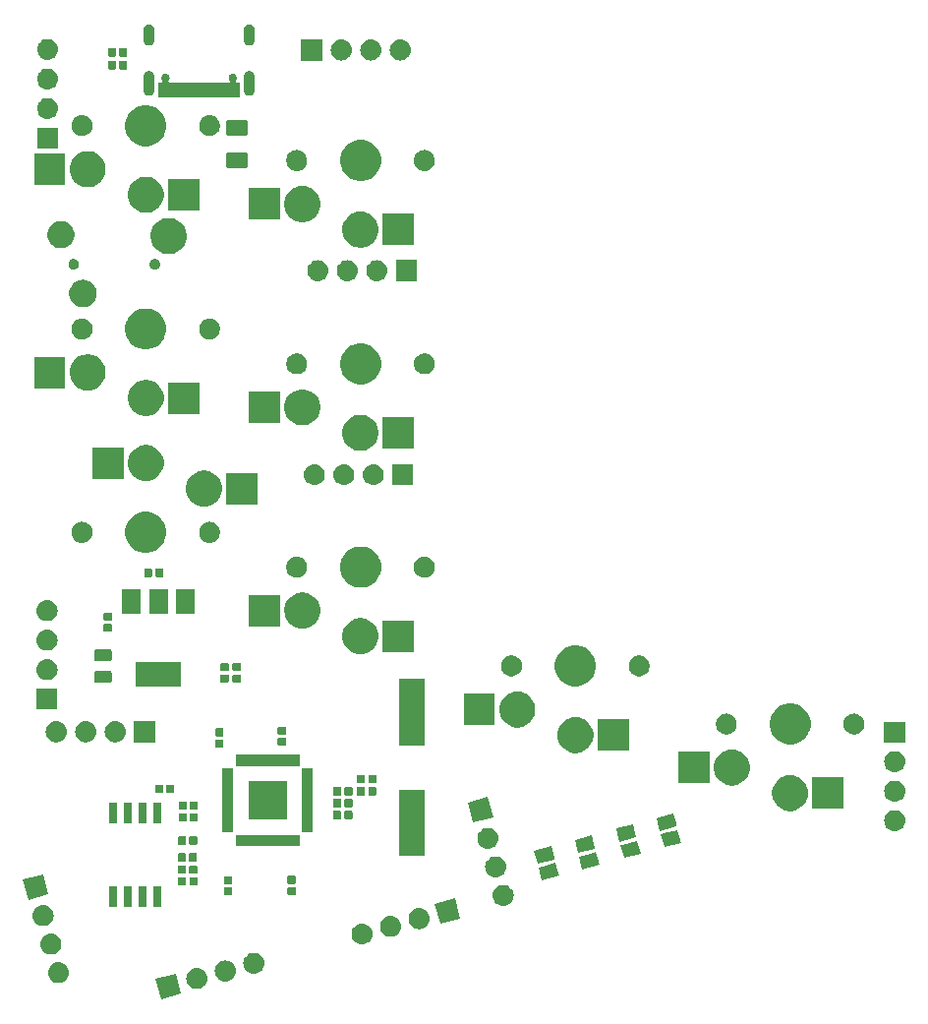
<source format=gbr>
G04 #@! TF.GenerationSoftware,KiCad,Pcbnew,(5.1.4)-1*
G04 #@! TF.CreationDate,2023-01-09T13:34:23-05:00*
G04 #@! TF.ProjectId,ThumbsUp,5468756d-6273-4557-902e-6b696361645f,rev?*
G04 #@! TF.SameCoordinates,Original*
G04 #@! TF.FileFunction,Soldermask,Bot*
G04 #@! TF.FilePolarity,Negative*
%FSLAX46Y46*%
G04 Gerber Fmt 4.6, Leading zero omitted, Abs format (unit mm)*
G04 Created by KiCad (PCBNEW (5.1.4)-1) date 2023-01-09 13:34:23*
%MOMM*%
%LPD*%
G04 APERTURE LIST*
%ADD10C,0.100000*%
G04 APERTURE END LIST*
D10*
G36*
X166955165Y-473619626D02*
G01*
X165214567Y-474086018D01*
X164748175Y-472345420D01*
X166488773Y-471879028D01*
X166955165Y-473619626D01*
X166955165Y-473619626D01*
G37*
G36*
X168415564Y-471430641D02*
G01*
X168481749Y-471437160D01*
X168651588Y-471488680D01*
X168808113Y-471572345D01*
X168843851Y-471601675D01*
X168945308Y-471684937D01*
X169028570Y-471786394D01*
X169057900Y-471822132D01*
X169141565Y-471978657D01*
X169193085Y-472148496D01*
X169210481Y-472325123D01*
X169193085Y-472501750D01*
X169141565Y-472671589D01*
X169057900Y-472828114D01*
X169028570Y-472863852D01*
X168945308Y-472965309D01*
X168843851Y-473048571D01*
X168808113Y-473077901D01*
X168651588Y-473161566D01*
X168481749Y-473213086D01*
X168415565Y-473219604D01*
X168349382Y-473226123D01*
X168260862Y-473226123D01*
X168194679Y-473219604D01*
X168128495Y-473213086D01*
X167958656Y-473161566D01*
X167802131Y-473077901D01*
X167766393Y-473048571D01*
X167664936Y-472965309D01*
X167581674Y-472863852D01*
X167552344Y-472828114D01*
X167468679Y-472671589D01*
X167417159Y-472501750D01*
X167399763Y-472325123D01*
X167417159Y-472148496D01*
X167468679Y-471978657D01*
X167552344Y-471822132D01*
X167581674Y-471786394D01*
X167664936Y-471684937D01*
X167766393Y-471601675D01*
X167802131Y-471572345D01*
X167958656Y-471488680D01*
X168128495Y-471437160D01*
X168194680Y-471430641D01*
X168260862Y-471424123D01*
X168349382Y-471424123D01*
X168415564Y-471430641D01*
X168415564Y-471430641D01*
G37*
G36*
X156501573Y-470920497D02*
G01*
X156567757Y-470927015D01*
X156737596Y-470978535D01*
X156894121Y-471062200D01*
X156929859Y-471091530D01*
X157031316Y-471174792D01*
X157114578Y-471276249D01*
X157143908Y-471311987D01*
X157227573Y-471468512D01*
X157279093Y-471638351D01*
X157296489Y-471814978D01*
X157279093Y-471991605D01*
X157227573Y-472161444D01*
X157143908Y-472317969D01*
X157121379Y-472345420D01*
X157031316Y-472455164D01*
X156929859Y-472538426D01*
X156894121Y-472567756D01*
X156737596Y-472651421D01*
X156567757Y-472702941D01*
X156501572Y-472709460D01*
X156435390Y-472715978D01*
X156346870Y-472715978D01*
X156280688Y-472709460D01*
X156214503Y-472702941D01*
X156044664Y-472651421D01*
X155888139Y-472567756D01*
X155852401Y-472538426D01*
X155750944Y-472455164D01*
X155660881Y-472345420D01*
X155638352Y-472317969D01*
X155554687Y-472161444D01*
X155503167Y-471991605D01*
X155485771Y-471814978D01*
X155503167Y-471638351D01*
X155554687Y-471468512D01*
X155638352Y-471311987D01*
X155667682Y-471276249D01*
X155750944Y-471174792D01*
X155852401Y-471091530D01*
X155888139Y-471062200D01*
X156044664Y-470978535D01*
X156214503Y-470927015D01*
X156280687Y-470920497D01*
X156346870Y-470913978D01*
X156435390Y-470913978D01*
X156501573Y-470920497D01*
X156501573Y-470920497D01*
G37*
G36*
X170869016Y-470773241D02*
G01*
X170935200Y-470779759D01*
X171105039Y-470831279D01*
X171261564Y-470914944D01*
X171276272Y-470927015D01*
X171398759Y-471027536D01*
X171482021Y-471128993D01*
X171511351Y-471164731D01*
X171595016Y-471321256D01*
X171646536Y-471491095D01*
X171663932Y-471667722D01*
X171646536Y-471844349D01*
X171595016Y-472014188D01*
X171511351Y-472170713D01*
X171482021Y-472206451D01*
X171398759Y-472307908D01*
X171297302Y-472391170D01*
X171261564Y-472420500D01*
X171105039Y-472504165D01*
X170935200Y-472555685D01*
X170869016Y-472562203D01*
X170802833Y-472568722D01*
X170714313Y-472568722D01*
X170648130Y-472562203D01*
X170581946Y-472555685D01*
X170412107Y-472504165D01*
X170255582Y-472420500D01*
X170219844Y-472391170D01*
X170118387Y-472307908D01*
X170035125Y-472206451D01*
X170005795Y-472170713D01*
X169922130Y-472014188D01*
X169870610Y-471844349D01*
X169853214Y-471667722D01*
X169870610Y-471491095D01*
X169922130Y-471321256D01*
X170005795Y-471164731D01*
X170035125Y-471128993D01*
X170118387Y-471027536D01*
X170240874Y-470927015D01*
X170255582Y-470914944D01*
X170412107Y-470831279D01*
X170581946Y-470779759D01*
X170648130Y-470773241D01*
X170714313Y-470766722D01*
X170802833Y-470766722D01*
X170869016Y-470773241D01*
X170869016Y-470773241D01*
G37*
G36*
X173322468Y-470115841D02*
G01*
X173388652Y-470122359D01*
X173558491Y-470173879D01*
X173715016Y-470257544D01*
X173750754Y-470286874D01*
X173852211Y-470370136D01*
X173935473Y-470471593D01*
X173964803Y-470507331D01*
X174048468Y-470663856D01*
X174099988Y-470833695D01*
X174117384Y-471010322D01*
X174099988Y-471186949D01*
X174048468Y-471356788D01*
X173964803Y-471513313D01*
X173935473Y-471549051D01*
X173852211Y-471650508D01*
X173750754Y-471733770D01*
X173715016Y-471763100D01*
X173558491Y-471846765D01*
X173388652Y-471898285D01*
X173322468Y-471904803D01*
X173256285Y-471911322D01*
X173167765Y-471911322D01*
X173101582Y-471904803D01*
X173035398Y-471898285D01*
X172865559Y-471846765D01*
X172709034Y-471763100D01*
X172673296Y-471733770D01*
X172571839Y-471650508D01*
X172488577Y-471549051D01*
X172459247Y-471513313D01*
X172375582Y-471356788D01*
X172324062Y-471186949D01*
X172306666Y-471010322D01*
X172324062Y-470833695D01*
X172375582Y-470663856D01*
X172459247Y-470507331D01*
X172488577Y-470471593D01*
X172571839Y-470370136D01*
X172673296Y-470286874D01*
X172709034Y-470257544D01*
X172865559Y-470173879D01*
X173035398Y-470122359D01*
X173101582Y-470115841D01*
X173167765Y-470109322D01*
X173256285Y-470109322D01*
X173322468Y-470115841D01*
X173322468Y-470115841D01*
G37*
G36*
X155826562Y-468465310D02*
G01*
X155910357Y-468473563D01*
X156080196Y-468525083D01*
X156236721Y-468608748D01*
X156272459Y-468638078D01*
X156373916Y-468721340D01*
X156457178Y-468822797D01*
X156486508Y-468858535D01*
X156570173Y-469015060D01*
X156621693Y-469184899D01*
X156639089Y-469361526D01*
X156621693Y-469538153D01*
X156570173Y-469707992D01*
X156486508Y-469864517D01*
X156457178Y-469900255D01*
X156373916Y-470001712D01*
X156272459Y-470084974D01*
X156236721Y-470114304D01*
X156080196Y-470197969D01*
X155910357Y-470249489D01*
X155844173Y-470256007D01*
X155777990Y-470262526D01*
X155689470Y-470262526D01*
X155623287Y-470256007D01*
X155557103Y-470249489D01*
X155387264Y-470197969D01*
X155230739Y-470114304D01*
X155195001Y-470084974D01*
X155093544Y-470001712D01*
X155010282Y-469900255D01*
X154980952Y-469864517D01*
X154897287Y-469707992D01*
X154845767Y-469538153D01*
X154828371Y-469361526D01*
X154845767Y-469184899D01*
X154897287Y-469015060D01*
X154980952Y-468858535D01*
X155010282Y-468822797D01*
X155093544Y-468721340D01*
X155195001Y-468638078D01*
X155230739Y-468608748D01*
X155387264Y-468525083D01*
X155557103Y-468473563D01*
X155640898Y-468465310D01*
X155689470Y-468460526D01*
X155777990Y-468460526D01*
X155826562Y-468465310D01*
X155826562Y-468465310D01*
G37*
G36*
X182662112Y-467588043D02*
G01*
X182728296Y-467594561D01*
X182898135Y-467646081D01*
X183054660Y-467729746D01*
X183090398Y-467759076D01*
X183191855Y-467842338D01*
X183275117Y-467943795D01*
X183304447Y-467979533D01*
X183388112Y-468136058D01*
X183439632Y-468305897D01*
X183457028Y-468482524D01*
X183439632Y-468659151D01*
X183388112Y-468828990D01*
X183304447Y-468985515D01*
X183280200Y-469015060D01*
X183191855Y-469122710D01*
X183090398Y-469205972D01*
X183054660Y-469235302D01*
X182898135Y-469318967D01*
X182728296Y-469370487D01*
X182662112Y-469377005D01*
X182595929Y-469383524D01*
X182507409Y-469383524D01*
X182441226Y-469377005D01*
X182375042Y-469370487D01*
X182205203Y-469318967D01*
X182048678Y-469235302D01*
X182012940Y-469205972D01*
X181911483Y-469122710D01*
X181823138Y-469015060D01*
X181798891Y-468985515D01*
X181715226Y-468828990D01*
X181663706Y-468659151D01*
X181646310Y-468482524D01*
X181663706Y-468305897D01*
X181715226Y-468136058D01*
X181798891Y-467979533D01*
X181828221Y-467943795D01*
X181911483Y-467842338D01*
X182012940Y-467759076D01*
X182048678Y-467729746D01*
X182205203Y-467646081D01*
X182375042Y-467594561D01*
X182441226Y-467588043D01*
X182507409Y-467581524D01*
X182595929Y-467581524D01*
X182662112Y-467588043D01*
X182662112Y-467588043D01*
G37*
G36*
X185115564Y-466930643D02*
G01*
X185181748Y-466937161D01*
X185351587Y-466988681D01*
X185508112Y-467072346D01*
X185543850Y-467101676D01*
X185645307Y-467184938D01*
X185728569Y-467286395D01*
X185757899Y-467322133D01*
X185841564Y-467478658D01*
X185893084Y-467648497D01*
X185910480Y-467825124D01*
X185893084Y-468001751D01*
X185841564Y-468171590D01*
X185757899Y-468328115D01*
X185728569Y-468363853D01*
X185645307Y-468465310D01*
X185543850Y-468548572D01*
X185508112Y-468577902D01*
X185351587Y-468661567D01*
X185181748Y-468713087D01*
X185115564Y-468719605D01*
X185049381Y-468726124D01*
X184960861Y-468726124D01*
X184894678Y-468719605D01*
X184828494Y-468713087D01*
X184658655Y-468661567D01*
X184502130Y-468577902D01*
X184466392Y-468548572D01*
X184364935Y-468465310D01*
X184281673Y-468363853D01*
X184252343Y-468328115D01*
X184168678Y-468171590D01*
X184117158Y-468001751D01*
X184099762Y-467825124D01*
X184117158Y-467648497D01*
X184168678Y-467478658D01*
X184252343Y-467322133D01*
X184281673Y-467286395D01*
X184364935Y-467184938D01*
X184466392Y-467101676D01*
X184502130Y-467072346D01*
X184658655Y-466988681D01*
X184828494Y-466937161D01*
X184894678Y-466930643D01*
X184960861Y-466924124D01*
X185049381Y-466924124D01*
X185115564Y-466930643D01*
X185115564Y-466930643D01*
G37*
G36*
X187569014Y-466273241D02*
G01*
X187635199Y-466279760D01*
X187805038Y-466331280D01*
X187961563Y-466414945D01*
X187997301Y-466444275D01*
X188098758Y-466527537D01*
X188182020Y-466628994D01*
X188211350Y-466664732D01*
X188295015Y-466821257D01*
X188346535Y-466991096D01*
X188363931Y-467167723D01*
X188346535Y-467344350D01*
X188295015Y-467514189D01*
X188211350Y-467670714D01*
X188182020Y-467706452D01*
X188098758Y-467807909D01*
X187997301Y-467891171D01*
X187961563Y-467920501D01*
X187805038Y-468004166D01*
X187635199Y-468055686D01*
X187569014Y-468062205D01*
X187502832Y-468068723D01*
X187414312Y-468068723D01*
X187348130Y-468062205D01*
X187281945Y-468055686D01*
X187112106Y-468004166D01*
X186955581Y-467920501D01*
X186919843Y-467891171D01*
X186818386Y-467807909D01*
X186735124Y-467706452D01*
X186705794Y-467670714D01*
X186622129Y-467514189D01*
X186570609Y-467344350D01*
X186553213Y-467167723D01*
X186570609Y-466991096D01*
X186622129Y-466821257D01*
X186705794Y-466664732D01*
X186735124Y-466628994D01*
X186818386Y-466527537D01*
X186919843Y-466444275D01*
X186955581Y-466414945D01*
X187112106Y-466331280D01*
X187281945Y-466279760D01*
X187348130Y-466273241D01*
X187414312Y-466266723D01*
X187502832Y-466266723D01*
X187569014Y-466273241D01*
X187569014Y-466273241D01*
G37*
G36*
X155186772Y-466013594D02*
G01*
X155252956Y-466020112D01*
X155422795Y-466071632D01*
X155579320Y-466155297D01*
X155615058Y-466184627D01*
X155716515Y-466267889D01*
X155799777Y-466369346D01*
X155829107Y-466405084D01*
X155912772Y-466561609D01*
X155964292Y-466731448D01*
X155981688Y-466908075D01*
X155964292Y-467084702D01*
X155912772Y-467254541D01*
X155829107Y-467411066D01*
X155799777Y-467446804D01*
X155716515Y-467548261D01*
X155636632Y-467613818D01*
X155579320Y-467660853D01*
X155422795Y-467744518D01*
X155252956Y-467796038D01*
X155186772Y-467802556D01*
X155120589Y-467809075D01*
X155032069Y-467809075D01*
X154965886Y-467802556D01*
X154899702Y-467796038D01*
X154729863Y-467744518D01*
X154573338Y-467660853D01*
X154516026Y-467613818D01*
X154436143Y-467548261D01*
X154352881Y-467446804D01*
X154323551Y-467411066D01*
X154239886Y-467254541D01*
X154188366Y-467084702D01*
X154170970Y-466908075D01*
X154188366Y-466731448D01*
X154239886Y-466561609D01*
X154323551Y-466405084D01*
X154352881Y-466369346D01*
X154436143Y-466267889D01*
X154537600Y-466184627D01*
X154573338Y-466155297D01*
X154729863Y-466071632D01*
X154899702Y-466020112D01*
X154965886Y-466013594D01*
X155032069Y-466007075D01*
X155120589Y-466007075D01*
X155186772Y-466013594D01*
X155186772Y-466013594D01*
G37*
G36*
X191015519Y-467147426D02*
G01*
X189274921Y-467613818D01*
X188808529Y-465873220D01*
X190549127Y-465406828D01*
X191015519Y-467147426D01*
X191015519Y-467147426D01*
G37*
G36*
X162741000Y-466176000D02*
G01*
X161989000Y-466176000D01*
X161989000Y-464424000D01*
X162741000Y-464424000D01*
X162741000Y-466176000D01*
X162741000Y-466176000D01*
G37*
G36*
X165281000Y-466176000D02*
G01*
X164529000Y-466176000D01*
X164529000Y-464424000D01*
X165281000Y-464424000D01*
X165281000Y-466176000D01*
X165281000Y-466176000D01*
G37*
G36*
X164011000Y-466176000D02*
G01*
X163259000Y-466176000D01*
X163259000Y-464424000D01*
X164011000Y-464424000D01*
X164011000Y-466176000D01*
X164011000Y-466176000D01*
G37*
G36*
X161471000Y-466176000D02*
G01*
X160719000Y-466176000D01*
X160719000Y-464424000D01*
X161471000Y-464424000D01*
X161471000Y-466176000D01*
X161471000Y-466176000D01*
G37*
G36*
X194786493Y-464271553D02*
G01*
X194875253Y-464280295D01*
X195045092Y-464331815D01*
X195201617Y-464415480D01*
X195237355Y-464444810D01*
X195338812Y-464528072D01*
X195408714Y-464613249D01*
X195451404Y-464665267D01*
X195535069Y-464821792D01*
X195586589Y-464991631D01*
X195603985Y-465168258D01*
X195586589Y-465344885D01*
X195535069Y-465514724D01*
X195451404Y-465671249D01*
X195422074Y-465706987D01*
X195338812Y-465808444D01*
X195259881Y-465873220D01*
X195201617Y-465921036D01*
X195045092Y-466004701D01*
X194875253Y-466056221D01*
X194809068Y-466062740D01*
X194742886Y-466069258D01*
X194654366Y-466069258D01*
X194588184Y-466062740D01*
X194521999Y-466056221D01*
X194352160Y-466004701D01*
X194195635Y-465921036D01*
X194137371Y-465873220D01*
X194058440Y-465808444D01*
X193975178Y-465706987D01*
X193945848Y-465671249D01*
X193862183Y-465514724D01*
X193810663Y-465344885D01*
X193793267Y-465168258D01*
X193810663Y-464991631D01*
X193862183Y-464821792D01*
X193945848Y-464665267D01*
X193988538Y-464613249D01*
X194058440Y-464528072D01*
X194159897Y-464444810D01*
X194195635Y-464415480D01*
X194352160Y-464331815D01*
X194521999Y-464280295D01*
X194610759Y-464271553D01*
X194654366Y-464267258D01*
X194742886Y-464267258D01*
X194786493Y-464271553D01*
X194786493Y-464271553D01*
G37*
G36*
X155522424Y-465091726D02*
G01*
X153781826Y-465558118D01*
X153315434Y-463817520D01*
X155056032Y-463351128D01*
X155522424Y-465091726D01*
X155522424Y-465091726D01*
G37*
G36*
X171281938Y-464476716D02*
G01*
X171302557Y-464482971D01*
X171321553Y-464493124D01*
X171338208Y-464506792D01*
X171351876Y-464523447D01*
X171362029Y-464542443D01*
X171368284Y-464563062D01*
X171371000Y-464590640D01*
X171371000Y-465049360D01*
X171368284Y-465076938D01*
X171362029Y-465097557D01*
X171351876Y-465116553D01*
X171338208Y-465133208D01*
X171321553Y-465146876D01*
X171302557Y-465157029D01*
X171281938Y-465163284D01*
X171254360Y-465166000D01*
X170745640Y-465166000D01*
X170718062Y-465163284D01*
X170697443Y-465157029D01*
X170678447Y-465146876D01*
X170661792Y-465133208D01*
X170648124Y-465116553D01*
X170637971Y-465097557D01*
X170631716Y-465076938D01*
X170629000Y-465049360D01*
X170629000Y-464590640D01*
X170631716Y-464563062D01*
X170637971Y-464542443D01*
X170648124Y-464523447D01*
X170661792Y-464506792D01*
X170678447Y-464493124D01*
X170697443Y-464482971D01*
X170718062Y-464476716D01*
X170745640Y-464474000D01*
X171254360Y-464474000D01*
X171281938Y-464476716D01*
X171281938Y-464476716D01*
G37*
G36*
X176769938Y-464456716D02*
G01*
X176790557Y-464462971D01*
X176809553Y-464473124D01*
X176826208Y-464486792D01*
X176839876Y-464503447D01*
X176850029Y-464522443D01*
X176856284Y-464543062D01*
X176859000Y-464570640D01*
X176859000Y-465029360D01*
X176856284Y-465056938D01*
X176850029Y-465077557D01*
X176839876Y-465096553D01*
X176826208Y-465113208D01*
X176809553Y-465126876D01*
X176790557Y-465137029D01*
X176769938Y-465143284D01*
X176742360Y-465146000D01*
X176233640Y-465146000D01*
X176206062Y-465143284D01*
X176185443Y-465137029D01*
X176166447Y-465126876D01*
X176149792Y-465113208D01*
X176136124Y-465096553D01*
X176125971Y-465077557D01*
X176119716Y-465056938D01*
X176117000Y-465029360D01*
X176117000Y-464570640D01*
X176119716Y-464543062D01*
X176125971Y-464522443D01*
X176136124Y-464503447D01*
X176149792Y-464486792D01*
X176166447Y-464473124D01*
X176185443Y-464462971D01*
X176206062Y-464456716D01*
X176233640Y-464454000D01*
X176742360Y-464454000D01*
X176769938Y-464456716D01*
X176769938Y-464456716D01*
G37*
G36*
X167306938Y-463581716D02*
G01*
X167327557Y-463587971D01*
X167346553Y-463598124D01*
X167363208Y-463611792D01*
X167376876Y-463628447D01*
X167387029Y-463647443D01*
X167393284Y-463668062D01*
X167396000Y-463695640D01*
X167396000Y-464204360D01*
X167393284Y-464231938D01*
X167387029Y-464252557D01*
X167376876Y-464271553D01*
X167363208Y-464288208D01*
X167346553Y-464301876D01*
X167327557Y-464312029D01*
X167306938Y-464318284D01*
X167279360Y-464321000D01*
X166820640Y-464321000D01*
X166793062Y-464318284D01*
X166772443Y-464312029D01*
X166753447Y-464301876D01*
X166736792Y-464288208D01*
X166723124Y-464271553D01*
X166712971Y-464252557D01*
X166706716Y-464231938D01*
X166704000Y-464204360D01*
X166704000Y-463695640D01*
X166706716Y-463668062D01*
X166712971Y-463647443D01*
X166723124Y-463628447D01*
X166736792Y-463611792D01*
X166753447Y-463598124D01*
X166772443Y-463587971D01*
X166793062Y-463581716D01*
X166820640Y-463579000D01*
X167279360Y-463579000D01*
X167306938Y-463581716D01*
X167306938Y-463581716D01*
G37*
G36*
X168276938Y-463581716D02*
G01*
X168297557Y-463587971D01*
X168316553Y-463598124D01*
X168333208Y-463611792D01*
X168346876Y-463628447D01*
X168357029Y-463647443D01*
X168363284Y-463668062D01*
X168366000Y-463695640D01*
X168366000Y-464204360D01*
X168363284Y-464231938D01*
X168357029Y-464252557D01*
X168346876Y-464271553D01*
X168333208Y-464288208D01*
X168316553Y-464301876D01*
X168297557Y-464312029D01*
X168276938Y-464318284D01*
X168249360Y-464321000D01*
X167790640Y-464321000D01*
X167763062Y-464318284D01*
X167742443Y-464312029D01*
X167723447Y-464301876D01*
X167706792Y-464288208D01*
X167693124Y-464271553D01*
X167682971Y-464252557D01*
X167676716Y-464231938D01*
X167674000Y-464204360D01*
X167674000Y-463695640D01*
X167676716Y-463668062D01*
X167682971Y-463647443D01*
X167693124Y-463628447D01*
X167706792Y-463611792D01*
X167723447Y-463598124D01*
X167742443Y-463587971D01*
X167763062Y-463581716D01*
X167790640Y-463579000D01*
X168249360Y-463579000D01*
X168276938Y-463581716D01*
X168276938Y-463581716D01*
G37*
G36*
X171281938Y-463506716D02*
G01*
X171302557Y-463512971D01*
X171321553Y-463523124D01*
X171338208Y-463536792D01*
X171351876Y-463553447D01*
X171362029Y-463572443D01*
X171368284Y-463593062D01*
X171371000Y-463620640D01*
X171371000Y-464079360D01*
X171368284Y-464106938D01*
X171362029Y-464127557D01*
X171351876Y-464146553D01*
X171338208Y-464163208D01*
X171321553Y-464176876D01*
X171302557Y-464187029D01*
X171281938Y-464193284D01*
X171254360Y-464196000D01*
X170745640Y-464196000D01*
X170718062Y-464193284D01*
X170697443Y-464187029D01*
X170678447Y-464176876D01*
X170661792Y-464163208D01*
X170648124Y-464146553D01*
X170637971Y-464127557D01*
X170631716Y-464106938D01*
X170629000Y-464079360D01*
X170629000Y-463620640D01*
X170631716Y-463593062D01*
X170637971Y-463572443D01*
X170648124Y-463553447D01*
X170661792Y-463536792D01*
X170678447Y-463523124D01*
X170697443Y-463512971D01*
X170718062Y-463506716D01*
X170745640Y-463504000D01*
X171254360Y-463504000D01*
X171281938Y-463506716D01*
X171281938Y-463506716D01*
G37*
G36*
X176769938Y-463486716D02*
G01*
X176790557Y-463492971D01*
X176809553Y-463503124D01*
X176826208Y-463516792D01*
X176839876Y-463533447D01*
X176850029Y-463552443D01*
X176856284Y-463573062D01*
X176859000Y-463600640D01*
X176859000Y-464059360D01*
X176856284Y-464086938D01*
X176850029Y-464107557D01*
X176839876Y-464126553D01*
X176826208Y-464143208D01*
X176809553Y-464156876D01*
X176790557Y-464167029D01*
X176769938Y-464173284D01*
X176742360Y-464176000D01*
X176233640Y-464176000D01*
X176206062Y-464173284D01*
X176185443Y-464167029D01*
X176166447Y-464156876D01*
X176149792Y-464143208D01*
X176136124Y-464126553D01*
X176125971Y-464107557D01*
X176119716Y-464086938D01*
X176117000Y-464059360D01*
X176117000Y-463600640D01*
X176119716Y-463573062D01*
X176125971Y-463552443D01*
X176136124Y-463533447D01*
X176149792Y-463516792D01*
X176166447Y-463503124D01*
X176185443Y-463492971D01*
X176206062Y-463486716D01*
X176233640Y-463484000D01*
X176742360Y-463484000D01*
X176769938Y-463486716D01*
X176769938Y-463486716D01*
G37*
G36*
X199461837Y-463321000D02*
G01*
X199499777Y-463462593D01*
X198048957Y-463851339D01*
X198048956Y-463851339D01*
X197750797Y-462738593D01*
X198059464Y-462655886D01*
X199201617Y-462349847D01*
X199201618Y-462349847D01*
X199461837Y-463321000D01*
X199461837Y-463321000D01*
G37*
G36*
X194151668Y-461820324D02*
G01*
X194217853Y-461826843D01*
X194387692Y-461878363D01*
X194544217Y-461962028D01*
X194579955Y-461991358D01*
X194681412Y-462074620D01*
X194764674Y-462176077D01*
X194794004Y-462211815D01*
X194877669Y-462368340D01*
X194929189Y-462538179D01*
X194946585Y-462714806D01*
X194929189Y-462891433D01*
X194877669Y-463061272D01*
X194794004Y-463217797D01*
X194772406Y-463244114D01*
X194681412Y-463354992D01*
X194579955Y-463438254D01*
X194544217Y-463467584D01*
X194387692Y-463551249D01*
X194217853Y-463602769D01*
X194163157Y-463608156D01*
X194085486Y-463615806D01*
X193996966Y-463615806D01*
X193919295Y-463608156D01*
X193864599Y-463602769D01*
X193694760Y-463551249D01*
X193538235Y-463467584D01*
X193502497Y-463438254D01*
X193401040Y-463354992D01*
X193310046Y-463244114D01*
X193288448Y-463217797D01*
X193204783Y-463061272D01*
X193153263Y-462891433D01*
X193135867Y-462714806D01*
X193153263Y-462538179D01*
X193204783Y-462368340D01*
X193288448Y-462211815D01*
X193317778Y-462176077D01*
X193401040Y-462074620D01*
X193502497Y-461991358D01*
X193538235Y-461962028D01*
X193694760Y-461878363D01*
X193864599Y-461826843D01*
X193930784Y-461820324D01*
X193996966Y-461813806D01*
X194085486Y-461813806D01*
X194151668Y-461820324D01*
X194151668Y-461820324D01*
G37*
G36*
X167286938Y-462581716D02*
G01*
X167307557Y-462587971D01*
X167326553Y-462598124D01*
X167343208Y-462611792D01*
X167356876Y-462628447D01*
X167367029Y-462647443D01*
X167373284Y-462668062D01*
X167376000Y-462695640D01*
X167376000Y-463204360D01*
X167373284Y-463231938D01*
X167367029Y-463252557D01*
X167356876Y-463271553D01*
X167343208Y-463288208D01*
X167326553Y-463301876D01*
X167307557Y-463312029D01*
X167286938Y-463318284D01*
X167259360Y-463321000D01*
X166800640Y-463321000D01*
X166773062Y-463318284D01*
X166752443Y-463312029D01*
X166733447Y-463301876D01*
X166716792Y-463288208D01*
X166703124Y-463271553D01*
X166692971Y-463252557D01*
X166686716Y-463231938D01*
X166684000Y-463204360D01*
X166684000Y-462695640D01*
X166686716Y-462668062D01*
X166692971Y-462647443D01*
X166703124Y-462628447D01*
X166716792Y-462611792D01*
X166733447Y-462598124D01*
X166752443Y-462587971D01*
X166773062Y-462581716D01*
X166800640Y-462579000D01*
X167259360Y-462579000D01*
X167286938Y-462581716D01*
X167286938Y-462581716D01*
G37*
G36*
X168256938Y-462581716D02*
G01*
X168277557Y-462587971D01*
X168296553Y-462598124D01*
X168313208Y-462611792D01*
X168326876Y-462628447D01*
X168337029Y-462647443D01*
X168343284Y-462668062D01*
X168346000Y-462695640D01*
X168346000Y-463204360D01*
X168343284Y-463231938D01*
X168337029Y-463252557D01*
X168326876Y-463271553D01*
X168313208Y-463288208D01*
X168296553Y-463301876D01*
X168277557Y-463312029D01*
X168256938Y-463318284D01*
X168229360Y-463321000D01*
X167770640Y-463321000D01*
X167743062Y-463318284D01*
X167722443Y-463312029D01*
X167703447Y-463301876D01*
X167686792Y-463288208D01*
X167673124Y-463271553D01*
X167662971Y-463252557D01*
X167656716Y-463231938D01*
X167654000Y-463204360D01*
X167654000Y-462695640D01*
X167656716Y-462668062D01*
X167662971Y-462647443D01*
X167673124Y-462628447D01*
X167686792Y-462611792D01*
X167703447Y-462598124D01*
X167722443Y-462587971D01*
X167743062Y-462581716D01*
X167770640Y-462579000D01*
X168229360Y-462579000D01*
X168256938Y-462581716D01*
X168256938Y-462581716D01*
G37*
G36*
X202899673Y-462241844D02*
G01*
X202977110Y-462530844D01*
X201526290Y-462919590D01*
X201526289Y-462919590D01*
X201228130Y-461806844D01*
X201866490Y-461635796D01*
X202678950Y-461418098D01*
X202678951Y-461418098D01*
X202899673Y-462241844D01*
X202899673Y-462241844D01*
G37*
G36*
X199097702Y-461962027D02*
G01*
X199124490Y-462062000D01*
X197673670Y-462450746D01*
X197673669Y-462450746D01*
X197375510Y-461338000D01*
X198826330Y-460949254D01*
X198826331Y-460949254D01*
X199097702Y-461962027D01*
X199097702Y-461962027D01*
G37*
G36*
X168241938Y-461531716D02*
G01*
X168262557Y-461537971D01*
X168281553Y-461548124D01*
X168298208Y-461561792D01*
X168311876Y-461578447D01*
X168322029Y-461597443D01*
X168328284Y-461618062D01*
X168331000Y-461645640D01*
X168331000Y-462154360D01*
X168328284Y-462181938D01*
X168322029Y-462202557D01*
X168311876Y-462221553D01*
X168298208Y-462238208D01*
X168281553Y-462251876D01*
X168262557Y-462262029D01*
X168241938Y-462268284D01*
X168214360Y-462271000D01*
X167755640Y-462271000D01*
X167728062Y-462268284D01*
X167707443Y-462262029D01*
X167688447Y-462251876D01*
X167671792Y-462238208D01*
X167658124Y-462221553D01*
X167647971Y-462202557D01*
X167641716Y-462181938D01*
X167639000Y-462154360D01*
X167639000Y-461645640D01*
X167641716Y-461618062D01*
X167647971Y-461597443D01*
X167658124Y-461578447D01*
X167671792Y-461561792D01*
X167688447Y-461548124D01*
X167707443Y-461537971D01*
X167728062Y-461531716D01*
X167755640Y-461529000D01*
X168214360Y-461529000D01*
X168241938Y-461531716D01*
X168241938Y-461531716D01*
G37*
G36*
X167271938Y-461531716D02*
G01*
X167292557Y-461537971D01*
X167311553Y-461548124D01*
X167328208Y-461561792D01*
X167341876Y-461578447D01*
X167352029Y-461597443D01*
X167358284Y-461618062D01*
X167361000Y-461645640D01*
X167361000Y-462154360D01*
X167358284Y-462181938D01*
X167352029Y-462202557D01*
X167341876Y-462221553D01*
X167328208Y-462238208D01*
X167311553Y-462251876D01*
X167292557Y-462262029D01*
X167271938Y-462268284D01*
X167244360Y-462271000D01*
X166785640Y-462271000D01*
X166758062Y-462268284D01*
X166737443Y-462262029D01*
X166718447Y-462251876D01*
X166701792Y-462238208D01*
X166688124Y-462221553D01*
X166677971Y-462202557D01*
X166671716Y-462181938D01*
X166669000Y-462154360D01*
X166669000Y-461645640D01*
X166671716Y-461618062D01*
X166677971Y-461597443D01*
X166688124Y-461578447D01*
X166701792Y-461561792D01*
X166718447Y-461548124D01*
X166737443Y-461537971D01*
X166758062Y-461531716D01*
X166785640Y-461529000D01*
X167244360Y-461529000D01*
X167271938Y-461531716D01*
X167271938Y-461531716D01*
G37*
G36*
X206540776Y-461529000D02*
G01*
X206549777Y-461562593D01*
X205098957Y-461951339D01*
X205098956Y-461951339D01*
X204800797Y-460838593D01*
X204975267Y-460791844D01*
X206251617Y-460449847D01*
X206251618Y-460449847D01*
X206540776Y-461529000D01*
X206540776Y-461529000D01*
G37*
G36*
X187951000Y-461751000D02*
G01*
X185749000Y-461751000D01*
X185749000Y-456049000D01*
X187951000Y-456049000D01*
X187951000Y-461751000D01*
X187951000Y-461751000D01*
G37*
G36*
X202593127Y-461097797D02*
G01*
X202601823Y-461130251D01*
X201151003Y-461518997D01*
X201151002Y-461518997D01*
X200852843Y-460406251D01*
X202303663Y-460017505D01*
X202303664Y-460017505D01*
X202593127Y-461097797D01*
X202593127Y-461097797D01*
G37*
G36*
X193494267Y-459366873D02*
G01*
X193560452Y-459373392D01*
X193730291Y-459424912D01*
X193886816Y-459508577D01*
X193898417Y-459518098D01*
X194024011Y-459621169D01*
X194107273Y-459722626D01*
X194136603Y-459758364D01*
X194220268Y-459914889D01*
X194271788Y-460084728D01*
X194289184Y-460261355D01*
X194271788Y-460437982D01*
X194220268Y-460607821D01*
X194136603Y-460764346D01*
X194130688Y-460771553D01*
X194024011Y-460901541D01*
X193922554Y-460984803D01*
X193886816Y-461014133D01*
X193730291Y-461097798D01*
X193560452Y-461149318D01*
X193494268Y-461155836D01*
X193428085Y-461162355D01*
X193339565Y-461162355D01*
X193273382Y-461155836D01*
X193207198Y-461149318D01*
X193037359Y-461097798D01*
X192880834Y-461014133D01*
X192845096Y-460984803D01*
X192743639Y-460901541D01*
X192636962Y-460771553D01*
X192631047Y-460764346D01*
X192547382Y-460607821D01*
X192495862Y-460437982D01*
X192478466Y-460261355D01*
X192495862Y-460084728D01*
X192547382Y-459914889D01*
X192631047Y-459758364D01*
X192660377Y-459722626D01*
X192743639Y-459621169D01*
X192869233Y-459518098D01*
X192880834Y-459508577D01*
X193037359Y-459424912D01*
X193207198Y-459373392D01*
X193273383Y-459366873D01*
X193339565Y-459360355D01*
X193428085Y-459360355D01*
X193494267Y-459366873D01*
X193494267Y-459366873D01*
G37*
G36*
X209975432Y-460437980D02*
G01*
X210027110Y-460630844D01*
X208576290Y-461019590D01*
X208576289Y-461019590D01*
X208278130Y-459906844D01*
X208859748Y-459751000D01*
X209728950Y-459518098D01*
X209728951Y-459518098D01*
X209975432Y-460437980D01*
X209975432Y-460437980D01*
G37*
G36*
X177151000Y-460926000D02*
G01*
X171649000Y-460926000D01*
X171649000Y-459974000D01*
X177151000Y-459974000D01*
X177151000Y-460926000D01*
X177151000Y-460926000D01*
G37*
G36*
X168256938Y-460081716D02*
G01*
X168277557Y-460087971D01*
X168296553Y-460098124D01*
X168313208Y-460111792D01*
X168326876Y-460128447D01*
X168337029Y-460147443D01*
X168343284Y-460168062D01*
X168346000Y-460195640D01*
X168346000Y-460704360D01*
X168343284Y-460731938D01*
X168337029Y-460752557D01*
X168326876Y-460771553D01*
X168313208Y-460788208D01*
X168296553Y-460801876D01*
X168277557Y-460812029D01*
X168256938Y-460818284D01*
X168229360Y-460821000D01*
X167770640Y-460821000D01*
X167743062Y-460818284D01*
X167722443Y-460812029D01*
X167703447Y-460801876D01*
X167686792Y-460788208D01*
X167673124Y-460771553D01*
X167662971Y-460752557D01*
X167656716Y-460731938D01*
X167654000Y-460704360D01*
X167654000Y-460195640D01*
X167656716Y-460168062D01*
X167662971Y-460147443D01*
X167673124Y-460128447D01*
X167686792Y-460111792D01*
X167703447Y-460098124D01*
X167722443Y-460087971D01*
X167743062Y-460081716D01*
X167770640Y-460079000D01*
X168229360Y-460079000D01*
X168256938Y-460081716D01*
X168256938Y-460081716D01*
G37*
G36*
X167286938Y-460081716D02*
G01*
X167307557Y-460087971D01*
X167326553Y-460098124D01*
X167343208Y-460111792D01*
X167356876Y-460128447D01*
X167367029Y-460147443D01*
X167373284Y-460168062D01*
X167376000Y-460195640D01*
X167376000Y-460704360D01*
X167373284Y-460731938D01*
X167367029Y-460752557D01*
X167356876Y-460771553D01*
X167343208Y-460788208D01*
X167326553Y-460801876D01*
X167307557Y-460812029D01*
X167286938Y-460818284D01*
X167259360Y-460821000D01*
X166800640Y-460821000D01*
X166773062Y-460818284D01*
X166752443Y-460812029D01*
X166733447Y-460801876D01*
X166716792Y-460788208D01*
X166703124Y-460771553D01*
X166692971Y-460752557D01*
X166686716Y-460731938D01*
X166684000Y-460704360D01*
X166684000Y-460195640D01*
X166686716Y-460168062D01*
X166692971Y-460147443D01*
X166703124Y-460128447D01*
X166716792Y-460111792D01*
X166733447Y-460098124D01*
X166752443Y-460087971D01*
X166773062Y-460081716D01*
X166800640Y-460079000D01*
X167259360Y-460079000D01*
X167286938Y-460081716D01*
X167286938Y-460081716D01*
G37*
G36*
X206165827Y-460129671D02*
G01*
X206174490Y-460162000D01*
X204723670Y-460550746D01*
X204723669Y-460550746D01*
X204425510Y-459438000D01*
X204474355Y-459424912D01*
X205876330Y-459049254D01*
X205876331Y-459049254D01*
X206165827Y-460129671D01*
X206165827Y-460129671D01*
G37*
G36*
X171426000Y-459751000D02*
G01*
X170474000Y-459751000D01*
X170474000Y-454249000D01*
X171426000Y-454249000D01*
X171426000Y-459751000D01*
X171426000Y-459751000D01*
G37*
G36*
X178326000Y-459751000D02*
G01*
X177374000Y-459751000D01*
X177374000Y-454249000D01*
X178326000Y-454249000D01*
X178326000Y-459751000D01*
X178326000Y-459751000D01*
G37*
G36*
X228522467Y-457835840D02*
G01*
X228588652Y-457842359D01*
X228758491Y-457893879D01*
X228915016Y-457977544D01*
X228937066Y-457995640D01*
X229052211Y-458090136D01*
X229116162Y-458168062D01*
X229164803Y-458227331D01*
X229248468Y-458383856D01*
X229299988Y-458553695D01*
X229317384Y-458730322D01*
X229299988Y-458906949D01*
X229248468Y-459076788D01*
X229164803Y-459233313D01*
X229135473Y-459269051D01*
X229052211Y-459370508D01*
X228956567Y-459449000D01*
X228915016Y-459483100D01*
X228758491Y-459566765D01*
X228588652Y-459618285D01*
X228522467Y-459624804D01*
X228456285Y-459631322D01*
X228367765Y-459631322D01*
X228301583Y-459624804D01*
X228235398Y-459618285D01*
X228065559Y-459566765D01*
X227909034Y-459483100D01*
X227867483Y-459449000D01*
X227771839Y-459370508D01*
X227688577Y-459269051D01*
X227659247Y-459233313D01*
X227575582Y-459076788D01*
X227524062Y-458906949D01*
X227506666Y-458730322D01*
X227524062Y-458553695D01*
X227575582Y-458383856D01*
X227659247Y-458227331D01*
X227707888Y-458168062D01*
X227771839Y-458090136D01*
X227886984Y-457995640D01*
X227909034Y-457977544D01*
X228065559Y-457893879D01*
X228235398Y-457842359D01*
X228301583Y-457835840D01*
X228367765Y-457829322D01*
X228456285Y-457829322D01*
X228522467Y-457835840D01*
X228522467Y-457835840D01*
G37*
G36*
X209576998Y-458951000D02*
G01*
X209651823Y-459230251D01*
X208201003Y-459618997D01*
X208201002Y-459618997D01*
X207902843Y-458506251D01*
X208120239Y-458448000D01*
X209353663Y-458117505D01*
X209353664Y-458117505D01*
X209576998Y-458951000D01*
X209576998Y-458951000D01*
G37*
G36*
X161471000Y-458976000D02*
G01*
X160719000Y-458976000D01*
X160719000Y-457224000D01*
X161471000Y-457224000D01*
X161471000Y-458976000D01*
X161471000Y-458976000D01*
G37*
G36*
X162741000Y-458976000D02*
G01*
X161989000Y-458976000D01*
X161989000Y-457224000D01*
X162741000Y-457224000D01*
X162741000Y-458976000D01*
X162741000Y-458976000D01*
G37*
G36*
X164011000Y-458976000D02*
G01*
X163259000Y-458976000D01*
X163259000Y-457224000D01*
X164011000Y-457224000D01*
X164011000Y-458976000D01*
X164011000Y-458976000D01*
G37*
G36*
X165281000Y-458976000D02*
G01*
X164529000Y-458976000D01*
X164529000Y-457224000D01*
X165281000Y-457224000D01*
X165281000Y-458976000D01*
X165281000Y-458976000D01*
G37*
G36*
X193829920Y-458445006D02*
G01*
X192089322Y-458911398D01*
X191622930Y-457170800D01*
X193363528Y-456704408D01*
X193829920Y-458445006D01*
X193829920Y-458445006D01*
G37*
G36*
X168326938Y-458081716D02*
G01*
X168347557Y-458087971D01*
X168366553Y-458098124D01*
X168383208Y-458111792D01*
X168396876Y-458128447D01*
X168407029Y-458147443D01*
X168413284Y-458168062D01*
X168416000Y-458195640D01*
X168416000Y-458704360D01*
X168413284Y-458731938D01*
X168407029Y-458752557D01*
X168396876Y-458771553D01*
X168383208Y-458788208D01*
X168366553Y-458801876D01*
X168347557Y-458812029D01*
X168326938Y-458818284D01*
X168299360Y-458821000D01*
X167840640Y-458821000D01*
X167813062Y-458818284D01*
X167792443Y-458812029D01*
X167773447Y-458801876D01*
X167756792Y-458788208D01*
X167743124Y-458771553D01*
X167732971Y-458752557D01*
X167726716Y-458731938D01*
X167724000Y-458704360D01*
X167724000Y-458195640D01*
X167726716Y-458168062D01*
X167732971Y-458147443D01*
X167743124Y-458128447D01*
X167756792Y-458111792D01*
X167773447Y-458098124D01*
X167792443Y-458087971D01*
X167813062Y-458081716D01*
X167840640Y-458079000D01*
X168299360Y-458079000D01*
X168326938Y-458081716D01*
X168326938Y-458081716D01*
G37*
G36*
X167356938Y-458081716D02*
G01*
X167377557Y-458087971D01*
X167396553Y-458098124D01*
X167413208Y-458111792D01*
X167426876Y-458128447D01*
X167437029Y-458147443D01*
X167443284Y-458168062D01*
X167446000Y-458195640D01*
X167446000Y-458704360D01*
X167443284Y-458731938D01*
X167437029Y-458752557D01*
X167426876Y-458771553D01*
X167413208Y-458788208D01*
X167396553Y-458801876D01*
X167377557Y-458812029D01*
X167356938Y-458818284D01*
X167329360Y-458821000D01*
X166870640Y-458821000D01*
X166843062Y-458818284D01*
X166822443Y-458812029D01*
X166803447Y-458801876D01*
X166786792Y-458788208D01*
X166773124Y-458771553D01*
X166762971Y-458752557D01*
X166756716Y-458731938D01*
X166754000Y-458704360D01*
X166754000Y-458195640D01*
X166756716Y-458168062D01*
X166762971Y-458147443D01*
X166773124Y-458128447D01*
X166786792Y-458111792D01*
X166803447Y-458098124D01*
X166822443Y-458087971D01*
X166843062Y-458081716D01*
X166870640Y-458079000D01*
X167329360Y-458079000D01*
X167356938Y-458081716D01*
X167356938Y-458081716D01*
G37*
G36*
X176051000Y-458651000D02*
G01*
X172749000Y-458651000D01*
X172749000Y-455349000D01*
X176051000Y-455349000D01*
X176051000Y-458651000D01*
X176051000Y-458651000D01*
G37*
G36*
X180656938Y-457881716D02*
G01*
X180677557Y-457887971D01*
X180696553Y-457898124D01*
X180713208Y-457911792D01*
X180726876Y-457928447D01*
X180737029Y-457947443D01*
X180743284Y-457968062D01*
X180746000Y-457995640D01*
X180746000Y-458504360D01*
X180743284Y-458531938D01*
X180737029Y-458552557D01*
X180726876Y-458571553D01*
X180713208Y-458588208D01*
X180696553Y-458601876D01*
X180677557Y-458612029D01*
X180656938Y-458618284D01*
X180629360Y-458621000D01*
X180170640Y-458621000D01*
X180143062Y-458618284D01*
X180122443Y-458612029D01*
X180103447Y-458601876D01*
X180086792Y-458588208D01*
X180073124Y-458571553D01*
X180062971Y-458552557D01*
X180056716Y-458531938D01*
X180054000Y-458504360D01*
X180054000Y-457995640D01*
X180056716Y-457968062D01*
X180062971Y-457947443D01*
X180073124Y-457928447D01*
X180086792Y-457911792D01*
X180103447Y-457898124D01*
X180122443Y-457887971D01*
X180143062Y-457881716D01*
X180170640Y-457879000D01*
X180629360Y-457879000D01*
X180656938Y-457881716D01*
X180656938Y-457881716D01*
G37*
G36*
X181626938Y-457881716D02*
G01*
X181647557Y-457887971D01*
X181666553Y-457898124D01*
X181683208Y-457911792D01*
X181696876Y-457928447D01*
X181707029Y-457947443D01*
X181713284Y-457968062D01*
X181716000Y-457995640D01*
X181716000Y-458504360D01*
X181713284Y-458531938D01*
X181707029Y-458552557D01*
X181696876Y-458571553D01*
X181683208Y-458588208D01*
X181666553Y-458601876D01*
X181647557Y-458612029D01*
X181626938Y-458618284D01*
X181599360Y-458621000D01*
X181140640Y-458621000D01*
X181113062Y-458618284D01*
X181092443Y-458612029D01*
X181073447Y-458601876D01*
X181056792Y-458588208D01*
X181043124Y-458571553D01*
X181032971Y-458552557D01*
X181026716Y-458531938D01*
X181024000Y-458504360D01*
X181024000Y-457995640D01*
X181026716Y-457968062D01*
X181032971Y-457947443D01*
X181043124Y-457928447D01*
X181056792Y-457911792D01*
X181073447Y-457898124D01*
X181092443Y-457887971D01*
X181113062Y-457881716D01*
X181140640Y-457879000D01*
X181599360Y-457879000D01*
X181626938Y-457881716D01*
X181626938Y-457881716D01*
G37*
G36*
X219714610Y-454839124D02*
G01*
X219864435Y-454868926D01*
X220146699Y-454985843D01*
X220400730Y-455155581D01*
X220616766Y-455371617D01*
X220786504Y-455625648D01*
X220903421Y-455907912D01*
X220924463Y-456013697D01*
X220963025Y-456207561D01*
X220963025Y-456513083D01*
X220935989Y-456649000D01*
X220903421Y-456812732D01*
X220786504Y-457094996D01*
X220616766Y-457349027D01*
X220400730Y-457565063D01*
X220146699Y-457734801D01*
X219864435Y-457851718D01*
X219727279Y-457879000D01*
X219564786Y-457911322D01*
X219259264Y-457911322D01*
X219096771Y-457879000D01*
X218959615Y-457851718D01*
X218677351Y-457734801D01*
X218423320Y-457565063D01*
X218207284Y-457349027D01*
X218037546Y-457094996D01*
X217920629Y-456812732D01*
X217888061Y-456649000D01*
X217861025Y-456513083D01*
X217861025Y-456207561D01*
X217899587Y-456013697D01*
X217920629Y-455907912D01*
X218037546Y-455625648D01*
X218207284Y-455371617D01*
X218423320Y-455155581D01*
X218677351Y-454985843D01*
X218959615Y-454868926D01*
X219109440Y-454839124D01*
X219259264Y-454809322D01*
X219564786Y-454809322D01*
X219714610Y-454839124D01*
X219714610Y-454839124D01*
G37*
G36*
X167356938Y-457081716D02*
G01*
X167377557Y-457087971D01*
X167396553Y-457098124D01*
X167413208Y-457111792D01*
X167426876Y-457128447D01*
X167437029Y-457147443D01*
X167443284Y-457168062D01*
X167446000Y-457195640D01*
X167446000Y-457704360D01*
X167443284Y-457731938D01*
X167437029Y-457752557D01*
X167426876Y-457771553D01*
X167413208Y-457788208D01*
X167396553Y-457801876D01*
X167377557Y-457812029D01*
X167356938Y-457818284D01*
X167329360Y-457821000D01*
X166870640Y-457821000D01*
X166843062Y-457818284D01*
X166822443Y-457812029D01*
X166803447Y-457801876D01*
X166786792Y-457788208D01*
X166773124Y-457771553D01*
X166762971Y-457752557D01*
X166756716Y-457731938D01*
X166754000Y-457704360D01*
X166754000Y-457195640D01*
X166756716Y-457168062D01*
X166762971Y-457147443D01*
X166773124Y-457128447D01*
X166786792Y-457111792D01*
X166803447Y-457098124D01*
X166822443Y-457087971D01*
X166843062Y-457081716D01*
X166870640Y-457079000D01*
X167329360Y-457079000D01*
X167356938Y-457081716D01*
X167356938Y-457081716D01*
G37*
G36*
X168326938Y-457081716D02*
G01*
X168347557Y-457087971D01*
X168366553Y-457098124D01*
X168383208Y-457111792D01*
X168396876Y-457128447D01*
X168407029Y-457147443D01*
X168413284Y-457168062D01*
X168416000Y-457195640D01*
X168416000Y-457704360D01*
X168413284Y-457731938D01*
X168407029Y-457752557D01*
X168396876Y-457771553D01*
X168383208Y-457788208D01*
X168366553Y-457801876D01*
X168347557Y-457812029D01*
X168326938Y-457818284D01*
X168299360Y-457821000D01*
X167840640Y-457821000D01*
X167813062Y-457818284D01*
X167792443Y-457812029D01*
X167773447Y-457801876D01*
X167756792Y-457788208D01*
X167743124Y-457771553D01*
X167732971Y-457752557D01*
X167726716Y-457731938D01*
X167724000Y-457704360D01*
X167724000Y-457195640D01*
X167726716Y-457168062D01*
X167732971Y-457147443D01*
X167743124Y-457128447D01*
X167756792Y-457111792D01*
X167773447Y-457098124D01*
X167792443Y-457087971D01*
X167813062Y-457081716D01*
X167840640Y-457079000D01*
X168299360Y-457079000D01*
X168326938Y-457081716D01*
X168326938Y-457081716D01*
G37*
G36*
X224038025Y-457711322D02*
G01*
X221336025Y-457711322D01*
X221336025Y-455009322D01*
X224038025Y-455009322D01*
X224038025Y-457711322D01*
X224038025Y-457711322D01*
G37*
G36*
X180656938Y-456856716D02*
G01*
X180677557Y-456862971D01*
X180696553Y-456873124D01*
X180713208Y-456886792D01*
X180726876Y-456903447D01*
X180737029Y-456922443D01*
X180743284Y-456943062D01*
X180746000Y-456970640D01*
X180746000Y-457479360D01*
X180743284Y-457506938D01*
X180737029Y-457527557D01*
X180726876Y-457546553D01*
X180713208Y-457563208D01*
X180696553Y-457576876D01*
X180677557Y-457587029D01*
X180656938Y-457593284D01*
X180629360Y-457596000D01*
X180170640Y-457596000D01*
X180143062Y-457593284D01*
X180122443Y-457587029D01*
X180103447Y-457576876D01*
X180086792Y-457563208D01*
X180073124Y-457546553D01*
X180062971Y-457527557D01*
X180056716Y-457506938D01*
X180054000Y-457479360D01*
X180054000Y-456970640D01*
X180056716Y-456943062D01*
X180062971Y-456922443D01*
X180073124Y-456903447D01*
X180086792Y-456886792D01*
X180103447Y-456873124D01*
X180122443Y-456862971D01*
X180143062Y-456856716D01*
X180170640Y-456854000D01*
X180629360Y-456854000D01*
X180656938Y-456856716D01*
X180656938Y-456856716D01*
G37*
G36*
X181626938Y-456856716D02*
G01*
X181647557Y-456862971D01*
X181666553Y-456873124D01*
X181683208Y-456886792D01*
X181696876Y-456903447D01*
X181707029Y-456922443D01*
X181713284Y-456943062D01*
X181716000Y-456970640D01*
X181716000Y-457479360D01*
X181713284Y-457506938D01*
X181707029Y-457527557D01*
X181696876Y-457546553D01*
X181683208Y-457563208D01*
X181666553Y-457576876D01*
X181647557Y-457587029D01*
X181626938Y-457593284D01*
X181599360Y-457596000D01*
X181140640Y-457596000D01*
X181113062Y-457593284D01*
X181092443Y-457587029D01*
X181073447Y-457576876D01*
X181056792Y-457563208D01*
X181043124Y-457546553D01*
X181032971Y-457527557D01*
X181026716Y-457506938D01*
X181024000Y-457479360D01*
X181024000Y-456970640D01*
X181026716Y-456943062D01*
X181032971Y-456922443D01*
X181043124Y-456903447D01*
X181056792Y-456886792D01*
X181073447Y-456873124D01*
X181092443Y-456862971D01*
X181113062Y-456856716D01*
X181140640Y-456854000D01*
X181599360Y-456854000D01*
X181626938Y-456856716D01*
X181626938Y-456856716D01*
G37*
G36*
X228522467Y-455295840D02*
G01*
X228588652Y-455302359D01*
X228758491Y-455353879D01*
X228915016Y-455437544D01*
X228928975Y-455449000D01*
X229052211Y-455550136D01*
X229116932Y-455629000D01*
X229164803Y-455687331D01*
X229248468Y-455843856D01*
X229299988Y-456013695D01*
X229317384Y-456190322D01*
X229299988Y-456366949D01*
X229253089Y-456521553D01*
X229248467Y-456536790D01*
X229240403Y-456551876D01*
X229164803Y-456693313D01*
X229135473Y-456729051D01*
X229052211Y-456830508D01*
X228963333Y-456903447D01*
X228915016Y-456943100D01*
X228758491Y-457026765D01*
X228588652Y-457078285D01*
X228522468Y-457084803D01*
X228456285Y-457091322D01*
X228367765Y-457091322D01*
X228301582Y-457084803D01*
X228235398Y-457078285D01*
X228065559Y-457026765D01*
X227909034Y-456943100D01*
X227860717Y-456903447D01*
X227771839Y-456830508D01*
X227688577Y-456729051D01*
X227659247Y-456693313D01*
X227583647Y-456551876D01*
X227575583Y-456536790D01*
X227570961Y-456521553D01*
X227524062Y-456366949D01*
X227506666Y-456190322D01*
X227524062Y-456013695D01*
X227575582Y-455843856D01*
X227659247Y-455687331D01*
X227707118Y-455629000D01*
X227771839Y-455550136D01*
X227895075Y-455449000D01*
X227909034Y-455437544D01*
X228065559Y-455353879D01*
X228235398Y-455302359D01*
X228301583Y-455295840D01*
X228367765Y-455289322D01*
X228456285Y-455289322D01*
X228522467Y-455295840D01*
X228522467Y-455295840D01*
G37*
G36*
X181626938Y-455831716D02*
G01*
X181647557Y-455837971D01*
X181666553Y-455848124D01*
X181683208Y-455861792D01*
X181696876Y-455878447D01*
X181707029Y-455897443D01*
X181713284Y-455918062D01*
X181716000Y-455945640D01*
X181716000Y-456454360D01*
X181713284Y-456481938D01*
X181707029Y-456502557D01*
X181696876Y-456521553D01*
X181683208Y-456538208D01*
X181666553Y-456551876D01*
X181647557Y-456562029D01*
X181626938Y-456568284D01*
X181599360Y-456571000D01*
X181140640Y-456571000D01*
X181113062Y-456568284D01*
X181092443Y-456562029D01*
X181073447Y-456551876D01*
X181056792Y-456538208D01*
X181043124Y-456521553D01*
X181032971Y-456502557D01*
X181026716Y-456481938D01*
X181024000Y-456454360D01*
X181024000Y-455945640D01*
X181026716Y-455918062D01*
X181032971Y-455897443D01*
X181043124Y-455878447D01*
X181056792Y-455861792D01*
X181073447Y-455848124D01*
X181092443Y-455837971D01*
X181113062Y-455831716D01*
X181140640Y-455829000D01*
X181599360Y-455829000D01*
X181626938Y-455831716D01*
X181626938Y-455831716D01*
G37*
G36*
X183676938Y-455831716D02*
G01*
X183697557Y-455837971D01*
X183716553Y-455848124D01*
X183733208Y-455861792D01*
X183746876Y-455878447D01*
X183757029Y-455897443D01*
X183763284Y-455918062D01*
X183766000Y-455945640D01*
X183766000Y-456454360D01*
X183763284Y-456481938D01*
X183757029Y-456502557D01*
X183746876Y-456521553D01*
X183733208Y-456538208D01*
X183716553Y-456551876D01*
X183697557Y-456562029D01*
X183676938Y-456568284D01*
X183649360Y-456571000D01*
X183190640Y-456571000D01*
X183163062Y-456568284D01*
X183142443Y-456562029D01*
X183123447Y-456551876D01*
X183106792Y-456538208D01*
X183093124Y-456521553D01*
X183082971Y-456502557D01*
X183076716Y-456481938D01*
X183074000Y-456454360D01*
X183074000Y-455945640D01*
X183076716Y-455918062D01*
X183082971Y-455897443D01*
X183093124Y-455878447D01*
X183106792Y-455861792D01*
X183123447Y-455848124D01*
X183142443Y-455837971D01*
X183163062Y-455831716D01*
X183190640Y-455829000D01*
X183649360Y-455829000D01*
X183676938Y-455831716D01*
X183676938Y-455831716D01*
G37*
G36*
X182706938Y-455831716D02*
G01*
X182727557Y-455837971D01*
X182746553Y-455848124D01*
X182763208Y-455861792D01*
X182776876Y-455878447D01*
X182787029Y-455897443D01*
X182793284Y-455918062D01*
X182796000Y-455945640D01*
X182796000Y-456454360D01*
X182793284Y-456481938D01*
X182787029Y-456502557D01*
X182776876Y-456521553D01*
X182763208Y-456538208D01*
X182746553Y-456551876D01*
X182727557Y-456562029D01*
X182706938Y-456568284D01*
X182679360Y-456571000D01*
X182220640Y-456571000D01*
X182193062Y-456568284D01*
X182172443Y-456562029D01*
X182153447Y-456551876D01*
X182136792Y-456538208D01*
X182123124Y-456521553D01*
X182112971Y-456502557D01*
X182106716Y-456481938D01*
X182104000Y-456454360D01*
X182104000Y-455945640D01*
X182106716Y-455918062D01*
X182112971Y-455897443D01*
X182123124Y-455878447D01*
X182136792Y-455861792D01*
X182153447Y-455848124D01*
X182172443Y-455837971D01*
X182193062Y-455831716D01*
X182220640Y-455829000D01*
X182679360Y-455829000D01*
X182706938Y-455831716D01*
X182706938Y-455831716D01*
G37*
G36*
X180656938Y-455831716D02*
G01*
X180677557Y-455837971D01*
X180696553Y-455848124D01*
X180713208Y-455861792D01*
X180726876Y-455878447D01*
X180737029Y-455897443D01*
X180743284Y-455918062D01*
X180746000Y-455945640D01*
X180746000Y-456454360D01*
X180743284Y-456481938D01*
X180737029Y-456502557D01*
X180726876Y-456521553D01*
X180713208Y-456538208D01*
X180696553Y-456551876D01*
X180677557Y-456562029D01*
X180656938Y-456568284D01*
X180629360Y-456571000D01*
X180170640Y-456571000D01*
X180143062Y-456568284D01*
X180122443Y-456562029D01*
X180103447Y-456551876D01*
X180086792Y-456538208D01*
X180073124Y-456521553D01*
X180062971Y-456502557D01*
X180056716Y-456481938D01*
X180054000Y-456454360D01*
X180054000Y-455945640D01*
X180056716Y-455918062D01*
X180062971Y-455897443D01*
X180073124Y-455878447D01*
X180086792Y-455861792D01*
X180103447Y-455848124D01*
X180122443Y-455837971D01*
X180143062Y-455831716D01*
X180170640Y-455829000D01*
X180629360Y-455829000D01*
X180656938Y-455831716D01*
X180656938Y-455831716D01*
G37*
G36*
X166276938Y-455631716D02*
G01*
X166297557Y-455637971D01*
X166316553Y-455648124D01*
X166333208Y-455661792D01*
X166346876Y-455678447D01*
X166357029Y-455697443D01*
X166363284Y-455718062D01*
X166366000Y-455745640D01*
X166366000Y-456254360D01*
X166363284Y-456281938D01*
X166357029Y-456302557D01*
X166346876Y-456321553D01*
X166333208Y-456338208D01*
X166316553Y-456351876D01*
X166297557Y-456362029D01*
X166276938Y-456368284D01*
X166249360Y-456371000D01*
X165790640Y-456371000D01*
X165763062Y-456368284D01*
X165742443Y-456362029D01*
X165723447Y-456351876D01*
X165706792Y-456338208D01*
X165693124Y-456321553D01*
X165682971Y-456302557D01*
X165676716Y-456281938D01*
X165674000Y-456254360D01*
X165674000Y-455745640D01*
X165676716Y-455718062D01*
X165682971Y-455697443D01*
X165693124Y-455678447D01*
X165706792Y-455661792D01*
X165723447Y-455648124D01*
X165742443Y-455637971D01*
X165763062Y-455631716D01*
X165790640Y-455629000D01*
X166249360Y-455629000D01*
X166276938Y-455631716D01*
X166276938Y-455631716D01*
G37*
G36*
X165306938Y-455631716D02*
G01*
X165327557Y-455637971D01*
X165346553Y-455648124D01*
X165363208Y-455661792D01*
X165376876Y-455678447D01*
X165387029Y-455697443D01*
X165393284Y-455718062D01*
X165396000Y-455745640D01*
X165396000Y-456254360D01*
X165393284Y-456281938D01*
X165387029Y-456302557D01*
X165376876Y-456321553D01*
X165363208Y-456338208D01*
X165346553Y-456351876D01*
X165327557Y-456362029D01*
X165306938Y-456368284D01*
X165279360Y-456371000D01*
X164820640Y-456371000D01*
X164793062Y-456368284D01*
X164772443Y-456362029D01*
X164753447Y-456351876D01*
X164736792Y-456338208D01*
X164723124Y-456321553D01*
X164712971Y-456302557D01*
X164706716Y-456281938D01*
X164704000Y-456254360D01*
X164704000Y-455745640D01*
X164706716Y-455718062D01*
X164712971Y-455697443D01*
X164723124Y-455678447D01*
X164736792Y-455661792D01*
X164753447Y-455648124D01*
X164772443Y-455637971D01*
X164793062Y-455631716D01*
X164820640Y-455629000D01*
X165279360Y-455629000D01*
X165306938Y-455631716D01*
X165306938Y-455631716D01*
G37*
G36*
X214714610Y-452639124D02*
G01*
X214864435Y-452668926D01*
X215146699Y-452785843D01*
X215400730Y-452955581D01*
X215616766Y-453171617D01*
X215786504Y-453425648D01*
X215903421Y-453707912D01*
X215903421Y-453707913D01*
X215960883Y-453996790D01*
X215963025Y-454007562D01*
X215963025Y-454313082D01*
X215903421Y-454612732D01*
X215786504Y-454894996D01*
X215616766Y-455149027D01*
X215400730Y-455365063D01*
X215146699Y-455534801D01*
X214864435Y-455651718D01*
X214730059Y-455678447D01*
X214564786Y-455711322D01*
X214259264Y-455711322D01*
X214093991Y-455678447D01*
X213959615Y-455651718D01*
X213677351Y-455534801D01*
X213423320Y-455365063D01*
X213207284Y-455149027D01*
X213037546Y-454894996D01*
X212920629Y-454612732D01*
X212861025Y-454313082D01*
X212861025Y-454007562D01*
X212863168Y-453996790D01*
X212920629Y-453707913D01*
X212920629Y-453707912D01*
X213037546Y-453425648D01*
X213207284Y-453171617D01*
X213423320Y-452955581D01*
X213677351Y-452785843D01*
X213959615Y-452668926D01*
X214109440Y-452639124D01*
X214259264Y-452609322D01*
X214564786Y-452609322D01*
X214714610Y-452639124D01*
X214714610Y-452639124D01*
G37*
G36*
X183676938Y-454781716D02*
G01*
X183697557Y-454787971D01*
X183716553Y-454798124D01*
X183733208Y-454811792D01*
X183746876Y-454828447D01*
X183757029Y-454847443D01*
X183763284Y-454868062D01*
X183766000Y-454895640D01*
X183766000Y-455404360D01*
X183763284Y-455431938D01*
X183757029Y-455452557D01*
X183746876Y-455471553D01*
X183733208Y-455488208D01*
X183716553Y-455501876D01*
X183697557Y-455512029D01*
X183676938Y-455518284D01*
X183649360Y-455521000D01*
X183190640Y-455521000D01*
X183163062Y-455518284D01*
X183142443Y-455512029D01*
X183123447Y-455501876D01*
X183106792Y-455488208D01*
X183093124Y-455471553D01*
X183082971Y-455452557D01*
X183076716Y-455431938D01*
X183074000Y-455404360D01*
X183074000Y-454895640D01*
X183076716Y-454868062D01*
X183082971Y-454847443D01*
X183093124Y-454828447D01*
X183106792Y-454811792D01*
X183123447Y-454798124D01*
X183142443Y-454787971D01*
X183163062Y-454781716D01*
X183190640Y-454779000D01*
X183649360Y-454779000D01*
X183676938Y-454781716D01*
X183676938Y-454781716D01*
G37*
G36*
X182706938Y-454781716D02*
G01*
X182727557Y-454787971D01*
X182746553Y-454798124D01*
X182763208Y-454811792D01*
X182776876Y-454828447D01*
X182787029Y-454847443D01*
X182793284Y-454868062D01*
X182796000Y-454895640D01*
X182796000Y-455404360D01*
X182793284Y-455431938D01*
X182787029Y-455452557D01*
X182776876Y-455471553D01*
X182763208Y-455488208D01*
X182746553Y-455501876D01*
X182727557Y-455512029D01*
X182706938Y-455518284D01*
X182679360Y-455521000D01*
X182220640Y-455521000D01*
X182193062Y-455518284D01*
X182172443Y-455512029D01*
X182153447Y-455501876D01*
X182136792Y-455488208D01*
X182123124Y-455471553D01*
X182112971Y-455452557D01*
X182106716Y-455431938D01*
X182104000Y-455404360D01*
X182104000Y-454895640D01*
X182106716Y-454868062D01*
X182112971Y-454847443D01*
X182123124Y-454828447D01*
X182136792Y-454811792D01*
X182153447Y-454798124D01*
X182172443Y-454787971D01*
X182193062Y-454781716D01*
X182220640Y-454779000D01*
X182679360Y-454779000D01*
X182706938Y-454781716D01*
X182706938Y-454781716D01*
G37*
G36*
X212488025Y-455511322D02*
G01*
X209786025Y-455511322D01*
X209786025Y-452809322D01*
X212488025Y-452809322D01*
X212488025Y-455511322D01*
X212488025Y-455511322D01*
G37*
G36*
X228522468Y-452755841D02*
G01*
X228588652Y-452762359D01*
X228758491Y-452813879D01*
X228915016Y-452897544D01*
X228950754Y-452926874D01*
X229052211Y-453010136D01*
X229135473Y-453111593D01*
X229164803Y-453147331D01*
X229248468Y-453303856D01*
X229299988Y-453473695D01*
X229317384Y-453650322D01*
X229299988Y-453826949D01*
X229248468Y-453996788D01*
X229164803Y-454153313D01*
X229135473Y-454189051D01*
X229052211Y-454290508D01*
X228950754Y-454373770D01*
X228915016Y-454403100D01*
X228758491Y-454486765D01*
X228588652Y-454538285D01*
X228522468Y-454544803D01*
X228456285Y-454551322D01*
X228367765Y-454551322D01*
X228301582Y-454544803D01*
X228235398Y-454538285D01*
X228065559Y-454486765D01*
X227909034Y-454403100D01*
X227873296Y-454373770D01*
X227771839Y-454290508D01*
X227688577Y-454189051D01*
X227659247Y-454153313D01*
X227575582Y-453996788D01*
X227524062Y-453826949D01*
X227506666Y-453650322D01*
X227524062Y-453473695D01*
X227575582Y-453303856D01*
X227659247Y-453147331D01*
X227688577Y-453111593D01*
X227771839Y-453010136D01*
X227873296Y-452926874D01*
X227909034Y-452897544D01*
X228065559Y-452813879D01*
X228235398Y-452762359D01*
X228301582Y-452755841D01*
X228367765Y-452749322D01*
X228456285Y-452749322D01*
X228522468Y-452755841D01*
X228522468Y-452755841D01*
G37*
G36*
X177151000Y-454026000D02*
G01*
X171649000Y-454026000D01*
X171649000Y-453074000D01*
X177151000Y-453074000D01*
X177151000Y-454026000D01*
X177151000Y-454026000D01*
G37*
G36*
X201195853Y-449835394D02*
G01*
X201364435Y-449868927D01*
X201646699Y-449985844D01*
X201900730Y-450155582D01*
X202116766Y-450371618D01*
X202286504Y-450625649D01*
X202403421Y-450907913D01*
X202406879Y-450925298D01*
X202463025Y-451207562D01*
X202463025Y-451513084D01*
X202444941Y-451604000D01*
X202403421Y-451812733D01*
X202286504Y-452094997D01*
X202116766Y-452349028D01*
X201900730Y-452565064D01*
X201646699Y-452734802D01*
X201364435Y-452851719D01*
X201214610Y-452881521D01*
X201064786Y-452911323D01*
X200759264Y-452911323D01*
X200609440Y-452881521D01*
X200459615Y-452851719D01*
X200177351Y-452734802D01*
X199923320Y-452565064D01*
X199707284Y-452349028D01*
X199537546Y-452094997D01*
X199420629Y-451812733D01*
X199379109Y-451604000D01*
X199361025Y-451513084D01*
X199361025Y-451207562D01*
X199417171Y-450925298D01*
X199420629Y-450907913D01*
X199537546Y-450625649D01*
X199707284Y-450371618D01*
X199923320Y-450155582D01*
X200177351Y-449985844D01*
X200459615Y-449868927D01*
X200628197Y-449835394D01*
X200759264Y-449809323D01*
X201064786Y-449809323D01*
X201195853Y-449835394D01*
X201195853Y-449835394D01*
G37*
G36*
X205538025Y-452711323D02*
G01*
X202836025Y-452711323D01*
X202836025Y-450009323D01*
X205538025Y-450009323D01*
X205538025Y-452711323D01*
X205538025Y-452711323D01*
G37*
G36*
X170531938Y-451756716D02*
G01*
X170552557Y-451762971D01*
X170571553Y-451773124D01*
X170588208Y-451786792D01*
X170601876Y-451803447D01*
X170612029Y-451822443D01*
X170618284Y-451843062D01*
X170621000Y-451870640D01*
X170621000Y-452329360D01*
X170618284Y-452356938D01*
X170612029Y-452377557D01*
X170601876Y-452396553D01*
X170588208Y-452413208D01*
X170571553Y-452426876D01*
X170552557Y-452437029D01*
X170531938Y-452443284D01*
X170504360Y-452446000D01*
X169995640Y-452446000D01*
X169968062Y-452443284D01*
X169947443Y-452437029D01*
X169928447Y-452426876D01*
X169911792Y-452413208D01*
X169898124Y-452396553D01*
X169887971Y-452377557D01*
X169881716Y-452356938D01*
X169879000Y-452329360D01*
X169879000Y-451870640D01*
X169881716Y-451843062D01*
X169887971Y-451822443D01*
X169898124Y-451803447D01*
X169911792Y-451786792D01*
X169928447Y-451773124D01*
X169947443Y-451762971D01*
X169968062Y-451756716D01*
X169995640Y-451754000D01*
X170504360Y-451754000D01*
X170531938Y-451756716D01*
X170531938Y-451756716D01*
G37*
G36*
X175931938Y-451606716D02*
G01*
X175952557Y-451612971D01*
X175971553Y-451623124D01*
X175988208Y-451636792D01*
X176001876Y-451653447D01*
X176012029Y-451672443D01*
X176018284Y-451693062D01*
X176021000Y-451720640D01*
X176021000Y-452179360D01*
X176018284Y-452206938D01*
X176012029Y-452227557D01*
X176001876Y-452246553D01*
X175988208Y-452263208D01*
X175971553Y-452276876D01*
X175952557Y-452287029D01*
X175931938Y-452293284D01*
X175904360Y-452296000D01*
X175395640Y-452296000D01*
X175368062Y-452293284D01*
X175347443Y-452287029D01*
X175328447Y-452276876D01*
X175311792Y-452263208D01*
X175298124Y-452246553D01*
X175287971Y-452227557D01*
X175281716Y-452206938D01*
X175279000Y-452179360D01*
X175279000Y-451720640D01*
X175281716Y-451693062D01*
X175287971Y-451672443D01*
X175298124Y-451653447D01*
X175311792Y-451636792D01*
X175328447Y-451623124D01*
X175347443Y-451612971D01*
X175368062Y-451606716D01*
X175395640Y-451604000D01*
X175904360Y-451604000D01*
X175931938Y-451606716D01*
X175931938Y-451606716D01*
G37*
G36*
X187951000Y-452251000D02*
G01*
X185749000Y-452251000D01*
X185749000Y-446549000D01*
X187951000Y-446549000D01*
X187951000Y-452251000D01*
X187951000Y-452251000D01*
G37*
G36*
X219927001Y-448712669D02*
G01*
X220248301Y-448845756D01*
X220248303Y-448845757D01*
X220537465Y-449038969D01*
X220783378Y-449284882D01*
X220932743Y-449508422D01*
X220976591Y-449574046D01*
X221109678Y-449895346D01*
X221177525Y-450236434D01*
X221177525Y-450584210D01*
X221109678Y-450925298D01*
X220991926Y-451209575D01*
X220976590Y-451246600D01*
X220783378Y-451535762D01*
X220537465Y-451781675D01*
X220248303Y-451974887D01*
X220248302Y-451974888D01*
X220248301Y-451974888D01*
X219927001Y-452107975D01*
X219585913Y-452175822D01*
X219238137Y-452175822D01*
X218897049Y-452107975D01*
X218575749Y-451974888D01*
X218575748Y-451974888D01*
X218575747Y-451974887D01*
X218286585Y-451781675D01*
X218040672Y-451535762D01*
X217847460Y-451246600D01*
X217832124Y-451209575D01*
X217714372Y-450925298D01*
X217646525Y-450584210D01*
X217646525Y-450236434D01*
X217714372Y-449895346D01*
X217847459Y-449574046D01*
X217891308Y-449508422D01*
X218040672Y-449284882D01*
X218286585Y-449038969D01*
X218575747Y-448845757D01*
X218575749Y-448845756D01*
X218897049Y-448712669D01*
X219238137Y-448644822D01*
X219585913Y-448644822D01*
X219927001Y-448712669D01*
X219927001Y-448712669D01*
G37*
G36*
X229313025Y-452011322D02*
G01*
X227511025Y-452011322D01*
X227511025Y-450209322D01*
X229313025Y-450209322D01*
X229313025Y-452011322D01*
X229313025Y-452011322D01*
G37*
G36*
X164716921Y-451985972D02*
G01*
X162914921Y-451985972D01*
X162914921Y-450183972D01*
X164716921Y-450183972D01*
X164716921Y-451985972D01*
X164716921Y-451985972D01*
G37*
G36*
X156306363Y-450190490D02*
G01*
X156372548Y-450197009D01*
X156542387Y-450248529D01*
X156698912Y-450332194D01*
X156734650Y-450361524D01*
X156836107Y-450444786D01*
X156909980Y-450534802D01*
X156948699Y-450581981D01*
X157032364Y-450738506D01*
X157083884Y-450908345D01*
X157101280Y-451084972D01*
X157083884Y-451261599D01*
X157032364Y-451431438D01*
X156948699Y-451587963D01*
X156928175Y-451612971D01*
X156836107Y-451725158D01*
X156740710Y-451803447D01*
X156698912Y-451837750D01*
X156698910Y-451837751D01*
X156595082Y-451893249D01*
X156542387Y-451921415D01*
X156372548Y-451972935D01*
X156306364Y-451979453D01*
X156240181Y-451985972D01*
X156151661Y-451985972D01*
X156085478Y-451979453D01*
X156019294Y-451972935D01*
X155849455Y-451921415D01*
X155796761Y-451893249D01*
X155692932Y-451837751D01*
X155692930Y-451837750D01*
X155651132Y-451803447D01*
X155555735Y-451725158D01*
X155463667Y-451612971D01*
X155443143Y-451587963D01*
X155359478Y-451431438D01*
X155307958Y-451261599D01*
X155290562Y-451084972D01*
X155307958Y-450908345D01*
X155359478Y-450738506D01*
X155443143Y-450581981D01*
X155481862Y-450534802D01*
X155555735Y-450444786D01*
X155657192Y-450361524D01*
X155692930Y-450332194D01*
X155849455Y-450248529D01*
X156019294Y-450197009D01*
X156085479Y-450190490D01*
X156151661Y-450183972D01*
X156240181Y-450183972D01*
X156306363Y-450190490D01*
X156306363Y-450190490D01*
G37*
G36*
X158846363Y-450190490D02*
G01*
X158912548Y-450197009D01*
X159082387Y-450248529D01*
X159238912Y-450332194D01*
X159274650Y-450361524D01*
X159376107Y-450444786D01*
X159449980Y-450534802D01*
X159488699Y-450581981D01*
X159572364Y-450738506D01*
X159623884Y-450908345D01*
X159641280Y-451084972D01*
X159623884Y-451261599D01*
X159572364Y-451431438D01*
X159488699Y-451587963D01*
X159468175Y-451612971D01*
X159376107Y-451725158D01*
X159280710Y-451803447D01*
X159238912Y-451837750D01*
X159238910Y-451837751D01*
X159135082Y-451893249D01*
X159082387Y-451921415D01*
X158912548Y-451972935D01*
X158846364Y-451979453D01*
X158780181Y-451985972D01*
X158691661Y-451985972D01*
X158625478Y-451979453D01*
X158559294Y-451972935D01*
X158389455Y-451921415D01*
X158336761Y-451893249D01*
X158232932Y-451837751D01*
X158232930Y-451837750D01*
X158191132Y-451803447D01*
X158095735Y-451725158D01*
X158003667Y-451612971D01*
X157983143Y-451587963D01*
X157899478Y-451431438D01*
X157847958Y-451261599D01*
X157830562Y-451084972D01*
X157847958Y-450908345D01*
X157899478Y-450738506D01*
X157983143Y-450581981D01*
X158021862Y-450534802D01*
X158095735Y-450444786D01*
X158197192Y-450361524D01*
X158232930Y-450332194D01*
X158389455Y-450248529D01*
X158559294Y-450197009D01*
X158625479Y-450190490D01*
X158691661Y-450183972D01*
X158780181Y-450183972D01*
X158846363Y-450190490D01*
X158846363Y-450190490D01*
G37*
G36*
X161386363Y-450190490D02*
G01*
X161452548Y-450197009D01*
X161622387Y-450248529D01*
X161778912Y-450332194D01*
X161814650Y-450361524D01*
X161916107Y-450444786D01*
X161989980Y-450534802D01*
X162028699Y-450581981D01*
X162112364Y-450738506D01*
X162163884Y-450908345D01*
X162181280Y-451084972D01*
X162163884Y-451261599D01*
X162112364Y-451431438D01*
X162028699Y-451587963D01*
X162008175Y-451612971D01*
X161916107Y-451725158D01*
X161820710Y-451803447D01*
X161778912Y-451837750D01*
X161778910Y-451837751D01*
X161675082Y-451893249D01*
X161622387Y-451921415D01*
X161452548Y-451972935D01*
X161386364Y-451979453D01*
X161320181Y-451985972D01*
X161231661Y-451985972D01*
X161165478Y-451979453D01*
X161099294Y-451972935D01*
X160929455Y-451921415D01*
X160876761Y-451893249D01*
X160772932Y-451837751D01*
X160772930Y-451837750D01*
X160731132Y-451803447D01*
X160635735Y-451725158D01*
X160543667Y-451612971D01*
X160523143Y-451587963D01*
X160439478Y-451431438D01*
X160387958Y-451261599D01*
X160370562Y-451084972D01*
X160387958Y-450908345D01*
X160439478Y-450738506D01*
X160523143Y-450581981D01*
X160561862Y-450534802D01*
X160635735Y-450444786D01*
X160737192Y-450361524D01*
X160772930Y-450332194D01*
X160929455Y-450248529D01*
X161099294Y-450197009D01*
X161165479Y-450190490D01*
X161231661Y-450183972D01*
X161320181Y-450183972D01*
X161386363Y-450190490D01*
X161386363Y-450190490D01*
G37*
G36*
X170531938Y-450786716D02*
G01*
X170552557Y-450792971D01*
X170571553Y-450803124D01*
X170588208Y-450816792D01*
X170601876Y-450833447D01*
X170612029Y-450852443D01*
X170618284Y-450873062D01*
X170621000Y-450900640D01*
X170621000Y-451359360D01*
X170618284Y-451386938D01*
X170612029Y-451407557D01*
X170601876Y-451426553D01*
X170588208Y-451443208D01*
X170571553Y-451456876D01*
X170552557Y-451467029D01*
X170531938Y-451473284D01*
X170504360Y-451476000D01*
X169995640Y-451476000D01*
X169968062Y-451473284D01*
X169947443Y-451467029D01*
X169928447Y-451456876D01*
X169911792Y-451443208D01*
X169898124Y-451426553D01*
X169887971Y-451407557D01*
X169881716Y-451386938D01*
X169879000Y-451359360D01*
X169879000Y-450900640D01*
X169881716Y-450873062D01*
X169887971Y-450852443D01*
X169898124Y-450833447D01*
X169911792Y-450816792D01*
X169928447Y-450803124D01*
X169947443Y-450792971D01*
X169968062Y-450786716D01*
X169995640Y-450784000D01*
X170504360Y-450784000D01*
X170531938Y-450786716D01*
X170531938Y-450786716D01*
G37*
G36*
X175931938Y-450636716D02*
G01*
X175952557Y-450642971D01*
X175971553Y-450653124D01*
X175988208Y-450666792D01*
X176001876Y-450683447D01*
X176012029Y-450702443D01*
X176018284Y-450723062D01*
X176021000Y-450750640D01*
X176021000Y-451209360D01*
X176018284Y-451236938D01*
X176012029Y-451257557D01*
X176001876Y-451276553D01*
X175988208Y-451293208D01*
X175971553Y-451306876D01*
X175952557Y-451317029D01*
X175931938Y-451323284D01*
X175904360Y-451326000D01*
X175395640Y-451326000D01*
X175368062Y-451323284D01*
X175347443Y-451317029D01*
X175328447Y-451306876D01*
X175311792Y-451293208D01*
X175298124Y-451276553D01*
X175287971Y-451257557D01*
X175281716Y-451236938D01*
X175279000Y-451209360D01*
X175279000Y-450750640D01*
X175281716Y-450723062D01*
X175287971Y-450702443D01*
X175298124Y-450683447D01*
X175311792Y-450666792D01*
X175328447Y-450653124D01*
X175347443Y-450642971D01*
X175368062Y-450636716D01*
X175395640Y-450634000D01*
X175904360Y-450634000D01*
X175931938Y-450636716D01*
X175931938Y-450636716D01*
G37*
G36*
X225087977Y-449525752D02*
G01*
X225175100Y-449543081D01*
X225284523Y-449588406D01*
X225339236Y-449611069D01*
X225485958Y-449709105D01*
X225486953Y-449709770D01*
X225612577Y-449835394D01*
X225612579Y-449835397D01*
X225711278Y-449983111D01*
X225711278Y-449983112D01*
X225779266Y-450147247D01*
X225813925Y-450321493D01*
X225813925Y-450499151D01*
X225779266Y-450673397D01*
X225751348Y-450740796D01*
X225711278Y-450837533D01*
X225652635Y-450925299D01*
X225612577Y-450985250D01*
X225486953Y-451110874D01*
X225486950Y-451110876D01*
X225339236Y-451209575D01*
X225315989Y-451219204D01*
X225175100Y-451277563D01*
X225096446Y-451293208D01*
X225000856Y-451312222D01*
X224823194Y-451312222D01*
X224727604Y-451293208D01*
X224648950Y-451277563D01*
X224508061Y-451219204D01*
X224484814Y-451209575D01*
X224337100Y-451110876D01*
X224337097Y-451110874D01*
X224211473Y-450985250D01*
X224171415Y-450925299D01*
X224112772Y-450837533D01*
X224072702Y-450740796D01*
X224044784Y-450673397D01*
X224010125Y-450499151D01*
X224010125Y-450321493D01*
X224044784Y-450147247D01*
X224112772Y-449983112D01*
X224112772Y-449983111D01*
X224211471Y-449835397D01*
X224211473Y-449835394D01*
X224337097Y-449709770D01*
X224338092Y-449709105D01*
X224484814Y-449611069D01*
X224539527Y-449588406D01*
X224648950Y-449543081D01*
X224736073Y-449525752D01*
X224823194Y-449508422D01*
X225000856Y-449508422D01*
X225087977Y-449525752D01*
X225087977Y-449525752D01*
G37*
G36*
X214087977Y-449525752D02*
G01*
X214175100Y-449543081D01*
X214284523Y-449588406D01*
X214339236Y-449611069D01*
X214485958Y-449709105D01*
X214486953Y-449709770D01*
X214612577Y-449835394D01*
X214612579Y-449835397D01*
X214711278Y-449983111D01*
X214711278Y-449983112D01*
X214779266Y-450147247D01*
X214813925Y-450321493D01*
X214813925Y-450499151D01*
X214779266Y-450673397D01*
X214751348Y-450740796D01*
X214711278Y-450837533D01*
X214652635Y-450925299D01*
X214612577Y-450985250D01*
X214486953Y-451110874D01*
X214486950Y-451110876D01*
X214339236Y-451209575D01*
X214315989Y-451219204D01*
X214175100Y-451277563D01*
X214096446Y-451293208D01*
X214000856Y-451312222D01*
X213823194Y-451312222D01*
X213727604Y-451293208D01*
X213648950Y-451277563D01*
X213508061Y-451219204D01*
X213484814Y-451209575D01*
X213337100Y-451110876D01*
X213337097Y-451110874D01*
X213211473Y-450985250D01*
X213171415Y-450925299D01*
X213112772Y-450837533D01*
X213072702Y-450740796D01*
X213044784Y-450673397D01*
X213010125Y-450499151D01*
X213010125Y-450321493D01*
X213044784Y-450147247D01*
X213112772Y-449983112D01*
X213112772Y-449983111D01*
X213211471Y-449835397D01*
X213211473Y-449835394D01*
X213337097Y-449709770D01*
X213338092Y-449709105D01*
X213484814Y-449611069D01*
X213539527Y-449588406D01*
X213648950Y-449543081D01*
X213736073Y-449525752D01*
X213823194Y-449508422D01*
X214000856Y-449508422D01*
X214087977Y-449525752D01*
X214087977Y-449525752D01*
G37*
G36*
X196214610Y-447639125D02*
G01*
X196364435Y-447668927D01*
X196646699Y-447785844D01*
X196900730Y-447955582D01*
X197116766Y-448171618D01*
X197286504Y-448425649D01*
X197403421Y-448707913D01*
X197463025Y-449007563D01*
X197463025Y-449313083D01*
X197403421Y-449612733D01*
X197286504Y-449894997D01*
X197116766Y-450149028D01*
X196900730Y-450365064D01*
X196646699Y-450534802D01*
X196364435Y-450651719D01*
X196255462Y-450673395D01*
X196064786Y-450711323D01*
X195759264Y-450711323D01*
X195568588Y-450673395D01*
X195459615Y-450651719D01*
X195177351Y-450534802D01*
X194923320Y-450365064D01*
X194707284Y-450149028D01*
X194537546Y-449894997D01*
X194420629Y-449612733D01*
X194361025Y-449313083D01*
X194361025Y-449007563D01*
X194420629Y-448707913D01*
X194537546Y-448425649D01*
X194707284Y-448171618D01*
X194923320Y-447955582D01*
X195177351Y-447785844D01*
X195459615Y-447668927D01*
X195609440Y-447639125D01*
X195759264Y-447609323D01*
X196064786Y-447609323D01*
X196214610Y-447639125D01*
X196214610Y-447639125D01*
G37*
G36*
X193988025Y-450511323D02*
G01*
X191286025Y-450511323D01*
X191286025Y-447809323D01*
X193988025Y-447809323D01*
X193988025Y-450511323D01*
X193988025Y-450511323D01*
G37*
G36*
X156313019Y-449181280D02*
G01*
X154511019Y-449181280D01*
X154511019Y-447379280D01*
X156313019Y-447379280D01*
X156313019Y-449181280D01*
X156313019Y-449181280D01*
G37*
G36*
X166951000Y-447201000D02*
G01*
X163049000Y-447201000D01*
X163049000Y-445099000D01*
X166951000Y-445099000D01*
X166951000Y-447201000D01*
X166951000Y-447201000D01*
G37*
G36*
X201427001Y-443712670D02*
G01*
X201735525Y-443840465D01*
X201748303Y-443845758D01*
X202037465Y-444038970D01*
X202283378Y-444284883D01*
X202432743Y-444508423D01*
X202476591Y-444574047D01*
X202609678Y-444895347D01*
X202677525Y-445236435D01*
X202677525Y-445584211D01*
X202609678Y-445925299D01*
X202476591Y-446246599D01*
X202476590Y-446246601D01*
X202283378Y-446535763D01*
X202037465Y-446781676D01*
X201748303Y-446974888D01*
X201748302Y-446974889D01*
X201748301Y-446974889D01*
X201427001Y-447107976D01*
X201085913Y-447175823D01*
X200738137Y-447175823D01*
X200397049Y-447107976D01*
X200075749Y-446974889D01*
X200075748Y-446974889D01*
X200075747Y-446974888D01*
X199786585Y-446781676D01*
X199540672Y-446535763D01*
X199347460Y-446246601D01*
X199347459Y-446246599D01*
X199214372Y-445925299D01*
X199146525Y-445584211D01*
X199146525Y-445236435D01*
X199214372Y-444895347D01*
X199347459Y-444574047D01*
X199391308Y-444508423D01*
X199540672Y-444284883D01*
X199786585Y-444038970D01*
X200075747Y-443845758D01*
X200088525Y-443840465D01*
X200397049Y-443712670D01*
X200738137Y-443644823D01*
X201085913Y-443644823D01*
X201427001Y-443712670D01*
X201427001Y-443712670D01*
G37*
G36*
X160816468Y-445820065D02*
G01*
X160855138Y-445831796D01*
X160890777Y-445850846D01*
X160922017Y-445876483D01*
X160947654Y-445907723D01*
X160966704Y-445943362D01*
X160978435Y-445982032D01*
X160983000Y-446028388D01*
X160983000Y-446679612D01*
X160978435Y-446725968D01*
X160966704Y-446764638D01*
X160947654Y-446800277D01*
X160922017Y-446831517D01*
X160890777Y-446857154D01*
X160855138Y-446876204D01*
X160816468Y-446887935D01*
X160770112Y-446892500D01*
X159693888Y-446892500D01*
X159647532Y-446887935D01*
X159608862Y-446876204D01*
X159573223Y-446857154D01*
X159541983Y-446831517D01*
X159516346Y-446800277D01*
X159497296Y-446764638D01*
X159485565Y-446725968D01*
X159481000Y-446679612D01*
X159481000Y-446028388D01*
X159485565Y-445982032D01*
X159497296Y-445943362D01*
X159516346Y-445907723D01*
X159541983Y-445876483D01*
X159573223Y-445850846D01*
X159608862Y-445831796D01*
X159647532Y-445820065D01*
X159693888Y-445815500D01*
X160770112Y-445815500D01*
X160816468Y-445820065D01*
X160816468Y-445820065D01*
G37*
G36*
X170981938Y-446156716D02*
G01*
X171002557Y-446162971D01*
X171021553Y-446173124D01*
X171038208Y-446186792D01*
X171051876Y-446203447D01*
X171062029Y-446222443D01*
X171068284Y-446243062D01*
X171071000Y-446270640D01*
X171071000Y-446729360D01*
X171068284Y-446756938D01*
X171062029Y-446777557D01*
X171051876Y-446796553D01*
X171038208Y-446813208D01*
X171021553Y-446826876D01*
X171002557Y-446837029D01*
X170981938Y-446843284D01*
X170954360Y-446846000D01*
X170445640Y-446846000D01*
X170418062Y-446843284D01*
X170397443Y-446837029D01*
X170378447Y-446826876D01*
X170361792Y-446813208D01*
X170348124Y-446796553D01*
X170337971Y-446777557D01*
X170331716Y-446756938D01*
X170329000Y-446729360D01*
X170329000Y-446270640D01*
X170331716Y-446243062D01*
X170337971Y-446222443D01*
X170348124Y-446203447D01*
X170361792Y-446186792D01*
X170378447Y-446173124D01*
X170397443Y-446162971D01*
X170418062Y-446156716D01*
X170445640Y-446154000D01*
X170954360Y-446154000D01*
X170981938Y-446156716D01*
X170981938Y-446156716D01*
G37*
G36*
X172031938Y-446141716D02*
G01*
X172052557Y-446147971D01*
X172071553Y-446158124D01*
X172088208Y-446171792D01*
X172101876Y-446188447D01*
X172112029Y-446207443D01*
X172118284Y-446228062D01*
X172121000Y-446255640D01*
X172121000Y-446714360D01*
X172118284Y-446741938D01*
X172112029Y-446762557D01*
X172101876Y-446781553D01*
X172088208Y-446798208D01*
X172071553Y-446811876D01*
X172052557Y-446822029D01*
X172031938Y-446828284D01*
X172004360Y-446831000D01*
X171495640Y-446831000D01*
X171468062Y-446828284D01*
X171447443Y-446822029D01*
X171428447Y-446811876D01*
X171411792Y-446798208D01*
X171398124Y-446781553D01*
X171387971Y-446762557D01*
X171381716Y-446741938D01*
X171379000Y-446714360D01*
X171379000Y-446255640D01*
X171381716Y-446228062D01*
X171387971Y-446207443D01*
X171398124Y-446188447D01*
X171411792Y-446171792D01*
X171428447Y-446158124D01*
X171447443Y-446147971D01*
X171468062Y-446141716D01*
X171495640Y-446139000D01*
X172004360Y-446139000D01*
X172031938Y-446141716D01*
X172031938Y-446141716D01*
G37*
G36*
X155522461Y-444845798D02*
G01*
X155588646Y-444852317D01*
X155758485Y-444903837D01*
X155915010Y-444987502D01*
X155945258Y-445012326D01*
X156052205Y-445100094D01*
X156124448Y-445188124D01*
X156164797Y-445237289D01*
X156248462Y-445393814D01*
X156299982Y-445563653D01*
X156317378Y-445740280D01*
X156299982Y-445916907D01*
X156248462Y-446086746D01*
X156164797Y-446243271D01*
X156142336Y-446270640D01*
X156052205Y-446380466D01*
X155950748Y-446463728D01*
X155915010Y-446493058D01*
X155758485Y-446576723D01*
X155588646Y-446628243D01*
X155522461Y-446634762D01*
X155456279Y-446641280D01*
X155367759Y-446641280D01*
X155301577Y-446634762D01*
X155235392Y-446628243D01*
X155065553Y-446576723D01*
X154909028Y-446493058D01*
X154873290Y-446463728D01*
X154771833Y-446380466D01*
X154681702Y-446270640D01*
X154659241Y-446243271D01*
X154575576Y-446086746D01*
X154524056Y-445916907D01*
X154506660Y-445740280D01*
X154524056Y-445563653D01*
X154575576Y-445393814D01*
X154659241Y-445237289D01*
X154699590Y-445188124D01*
X154771833Y-445100094D01*
X154878780Y-445012326D01*
X154909028Y-444987502D01*
X155065553Y-444903837D01*
X155235392Y-444852317D01*
X155301577Y-444845798D01*
X155367759Y-444839280D01*
X155456279Y-444839280D01*
X155522461Y-444845798D01*
X155522461Y-444845798D01*
G37*
G36*
X195587977Y-444525752D02*
G01*
X195675100Y-444543082D01*
X195784523Y-444588407D01*
X195839236Y-444611070D01*
X195985958Y-444709106D01*
X195986953Y-444709771D01*
X196112577Y-444835395D01*
X196112579Y-444835398D01*
X196211278Y-444983112D01*
X196218772Y-445001204D01*
X196279266Y-445147248D01*
X196296412Y-445233447D01*
X196311291Y-445308249D01*
X196313925Y-445321494D01*
X196313925Y-445499152D01*
X196279266Y-445673398D01*
X196243659Y-445759360D01*
X196211278Y-445837534D01*
X196140566Y-445943362D01*
X196112577Y-445985251D01*
X195986953Y-446110875D01*
X195986950Y-446110877D01*
X195839236Y-446209576D01*
X195824002Y-446215886D01*
X195675100Y-446277564D01*
X195587977Y-446294893D01*
X195500856Y-446312223D01*
X195323194Y-446312223D01*
X195236073Y-446294893D01*
X195148950Y-446277564D01*
X195000048Y-446215886D01*
X194984814Y-446209576D01*
X194837100Y-446110877D01*
X194837097Y-446110875D01*
X194711473Y-445985251D01*
X194683484Y-445943362D01*
X194612772Y-445837534D01*
X194580391Y-445759360D01*
X194544784Y-445673398D01*
X194510125Y-445499152D01*
X194510125Y-445321494D01*
X194512760Y-445308249D01*
X194527638Y-445233447D01*
X194544784Y-445147248D01*
X194605278Y-445001204D01*
X194612772Y-444983112D01*
X194711471Y-444835398D01*
X194711473Y-444835395D01*
X194837097Y-444709771D01*
X194838092Y-444709106D01*
X194984814Y-444611070D01*
X195039527Y-444588407D01*
X195148950Y-444543082D01*
X195236073Y-444525752D01*
X195323194Y-444508423D01*
X195500856Y-444508423D01*
X195587977Y-444525752D01*
X195587977Y-444525752D01*
G37*
G36*
X206587977Y-444525752D02*
G01*
X206675100Y-444543082D01*
X206784523Y-444588407D01*
X206839236Y-444611070D01*
X206985958Y-444709106D01*
X206986953Y-444709771D01*
X207112577Y-444835395D01*
X207112579Y-444835398D01*
X207211278Y-444983112D01*
X207218772Y-445001204D01*
X207279266Y-445147248D01*
X207296412Y-445233447D01*
X207311291Y-445308249D01*
X207313925Y-445321494D01*
X207313925Y-445499152D01*
X207279266Y-445673398D01*
X207243659Y-445759360D01*
X207211278Y-445837534D01*
X207140566Y-445943362D01*
X207112577Y-445985251D01*
X206986953Y-446110875D01*
X206986950Y-446110877D01*
X206839236Y-446209576D01*
X206824002Y-446215886D01*
X206675100Y-446277564D01*
X206587977Y-446294893D01*
X206500856Y-446312223D01*
X206323194Y-446312223D01*
X206236073Y-446294893D01*
X206148950Y-446277564D01*
X206000048Y-446215886D01*
X205984814Y-446209576D01*
X205837100Y-446110877D01*
X205837097Y-446110875D01*
X205711473Y-445985251D01*
X205683484Y-445943362D01*
X205612772Y-445837534D01*
X205580391Y-445759360D01*
X205544784Y-445673398D01*
X205510125Y-445499152D01*
X205510125Y-445321494D01*
X205512760Y-445308249D01*
X205527638Y-445233447D01*
X205544784Y-445147248D01*
X205605278Y-445001204D01*
X205612772Y-444983112D01*
X205711471Y-444835398D01*
X205711473Y-444835395D01*
X205837097Y-444709771D01*
X205838092Y-444709106D01*
X205984814Y-444611070D01*
X206039527Y-444588407D01*
X206148950Y-444543082D01*
X206236073Y-444525752D01*
X206323194Y-444508423D01*
X206500856Y-444508423D01*
X206587977Y-444525752D01*
X206587977Y-444525752D01*
G37*
G36*
X170981938Y-445186716D02*
G01*
X171002557Y-445192971D01*
X171021553Y-445203124D01*
X171038208Y-445216792D01*
X171051876Y-445233447D01*
X171062029Y-445252443D01*
X171068284Y-445273062D01*
X171071000Y-445300640D01*
X171071000Y-445759360D01*
X171068284Y-445786938D01*
X171062029Y-445807557D01*
X171051876Y-445826553D01*
X171038208Y-445843208D01*
X171021553Y-445856876D01*
X171002557Y-445867029D01*
X170981938Y-445873284D01*
X170954360Y-445876000D01*
X170445640Y-445876000D01*
X170418062Y-445873284D01*
X170397443Y-445867029D01*
X170378447Y-445856876D01*
X170361792Y-445843208D01*
X170348124Y-445826553D01*
X170337971Y-445807557D01*
X170331716Y-445786938D01*
X170329000Y-445759360D01*
X170329000Y-445300640D01*
X170331716Y-445273062D01*
X170337971Y-445252443D01*
X170348124Y-445233447D01*
X170361792Y-445216792D01*
X170378447Y-445203124D01*
X170397443Y-445192971D01*
X170418062Y-445186716D01*
X170445640Y-445184000D01*
X170954360Y-445184000D01*
X170981938Y-445186716D01*
X170981938Y-445186716D01*
G37*
G36*
X172031938Y-445171716D02*
G01*
X172052557Y-445177971D01*
X172071553Y-445188124D01*
X172088208Y-445201792D01*
X172101876Y-445218447D01*
X172112029Y-445237443D01*
X172118284Y-445258062D01*
X172121000Y-445285640D01*
X172121000Y-445744360D01*
X172118284Y-445771938D01*
X172112029Y-445792557D01*
X172101876Y-445811553D01*
X172088208Y-445828208D01*
X172071553Y-445841876D01*
X172052557Y-445852029D01*
X172031938Y-445858284D01*
X172004360Y-445861000D01*
X171495640Y-445861000D01*
X171468062Y-445858284D01*
X171447443Y-445852029D01*
X171428447Y-445841876D01*
X171411792Y-445828208D01*
X171398124Y-445811553D01*
X171387971Y-445792557D01*
X171381716Y-445771938D01*
X171379000Y-445744360D01*
X171379000Y-445285640D01*
X171381716Y-445258062D01*
X171387971Y-445237443D01*
X171398124Y-445218447D01*
X171411792Y-445201792D01*
X171428447Y-445188124D01*
X171447443Y-445177971D01*
X171468062Y-445171716D01*
X171495640Y-445169000D01*
X172004360Y-445169000D01*
X172031938Y-445171716D01*
X172031938Y-445171716D01*
G37*
G36*
X160816468Y-443945065D02*
G01*
X160855138Y-443956796D01*
X160890777Y-443975846D01*
X160922017Y-444001483D01*
X160947654Y-444032723D01*
X160966704Y-444068362D01*
X160978435Y-444107032D01*
X160983000Y-444153388D01*
X160983000Y-444804612D01*
X160978435Y-444850968D01*
X160966704Y-444889638D01*
X160947654Y-444925277D01*
X160922017Y-444956517D01*
X160890777Y-444982154D01*
X160855138Y-445001204D01*
X160816468Y-445012935D01*
X160770112Y-445017500D01*
X159693888Y-445017500D01*
X159647532Y-445012935D01*
X159608862Y-445001204D01*
X159573223Y-444982154D01*
X159541983Y-444956517D01*
X159516346Y-444925277D01*
X159497296Y-444889638D01*
X159485565Y-444850968D01*
X159481000Y-444804612D01*
X159481000Y-444153388D01*
X159485565Y-444107032D01*
X159497296Y-444068362D01*
X159516346Y-444032723D01*
X159541983Y-444001483D01*
X159573223Y-443975846D01*
X159608862Y-443956796D01*
X159647532Y-443945065D01*
X159693888Y-443940500D01*
X160770112Y-443940500D01*
X160816468Y-443945065D01*
X160816468Y-443945065D01*
G37*
G36*
X182714610Y-441339124D02*
G01*
X182864435Y-441368926D01*
X183146699Y-441485843D01*
X183400730Y-441655581D01*
X183616766Y-441871617D01*
X183786504Y-442125648D01*
X183903421Y-442407912D01*
X183963025Y-442707562D01*
X183963025Y-443013082D01*
X183903421Y-443312732D01*
X183786504Y-443594996D01*
X183616766Y-443849027D01*
X183400730Y-444065063D01*
X183146699Y-444234801D01*
X182864435Y-444351718D01*
X182714610Y-444381520D01*
X182564786Y-444411322D01*
X182259264Y-444411322D01*
X182109440Y-444381520D01*
X181959615Y-444351718D01*
X181677351Y-444234801D01*
X181423320Y-444065063D01*
X181207284Y-443849027D01*
X181037546Y-443594996D01*
X180920629Y-443312732D01*
X180861025Y-443013082D01*
X180861025Y-442707562D01*
X180920629Y-442407912D01*
X181037546Y-442125648D01*
X181207284Y-441871617D01*
X181423320Y-441655581D01*
X181677351Y-441485843D01*
X181959615Y-441368926D01*
X182109440Y-441339124D01*
X182259264Y-441309322D01*
X182564786Y-441309322D01*
X182714610Y-441339124D01*
X182714610Y-441339124D01*
G37*
G36*
X187038025Y-444211322D02*
G01*
X184336025Y-444211322D01*
X184336025Y-441509322D01*
X187038025Y-441509322D01*
X187038025Y-444211322D01*
X187038025Y-444211322D01*
G37*
G36*
X155522462Y-442305799D02*
G01*
X155588646Y-442312317D01*
X155758485Y-442363837D01*
X155915010Y-442447502D01*
X155938578Y-442466844D01*
X156052205Y-442560094D01*
X156135467Y-442661551D01*
X156164797Y-442697289D01*
X156248462Y-442853814D01*
X156299982Y-443023653D01*
X156317378Y-443200280D01*
X156299982Y-443376907D01*
X156248462Y-443546746D01*
X156164797Y-443703271D01*
X156135467Y-443739009D01*
X156052205Y-443840466D01*
X155950748Y-443923728D01*
X155915010Y-443953058D01*
X155915008Y-443953059D01*
X155765969Y-444032723D01*
X155758485Y-444036723D01*
X155588646Y-444088243D01*
X155522461Y-444094762D01*
X155456279Y-444101280D01*
X155367759Y-444101280D01*
X155301577Y-444094762D01*
X155235392Y-444088243D01*
X155065553Y-444036723D01*
X155058070Y-444032723D01*
X154909030Y-443953059D01*
X154909028Y-443953058D01*
X154873290Y-443923728D01*
X154771833Y-443840466D01*
X154688571Y-443739009D01*
X154659241Y-443703271D01*
X154575576Y-443546746D01*
X154524056Y-443376907D01*
X154506660Y-443200280D01*
X154524056Y-443023653D01*
X154575576Y-442853814D01*
X154659241Y-442697289D01*
X154688571Y-442661551D01*
X154771833Y-442560094D01*
X154885460Y-442466844D01*
X154909028Y-442447502D01*
X155065553Y-442363837D01*
X155235392Y-442312317D01*
X155301576Y-442305799D01*
X155367759Y-442299280D01*
X155456279Y-442299280D01*
X155522462Y-442305799D01*
X155522462Y-442305799D01*
G37*
G36*
X160931938Y-441806716D02*
G01*
X160952557Y-441812971D01*
X160971553Y-441823124D01*
X160988208Y-441836792D01*
X161001876Y-441853447D01*
X161012029Y-441872443D01*
X161018284Y-441893062D01*
X161021000Y-441920640D01*
X161021000Y-442379360D01*
X161018284Y-442406938D01*
X161012029Y-442427557D01*
X161001876Y-442446553D01*
X160988208Y-442463208D01*
X160971553Y-442476876D01*
X160952557Y-442487029D01*
X160931938Y-442493284D01*
X160904360Y-442496000D01*
X160395640Y-442496000D01*
X160368062Y-442493284D01*
X160347443Y-442487029D01*
X160328447Y-442476876D01*
X160311792Y-442463208D01*
X160298124Y-442446553D01*
X160287971Y-442427557D01*
X160281716Y-442406938D01*
X160279000Y-442379360D01*
X160279000Y-441920640D01*
X160281716Y-441893062D01*
X160287971Y-441872443D01*
X160298124Y-441853447D01*
X160311792Y-441836792D01*
X160328447Y-441823124D01*
X160347443Y-441812971D01*
X160368062Y-441806716D01*
X160395640Y-441804000D01*
X160904360Y-441804000D01*
X160931938Y-441806716D01*
X160931938Y-441806716D01*
G37*
G36*
X177714610Y-439139124D02*
G01*
X177864435Y-439168926D01*
X178146699Y-439285843D01*
X178400730Y-439455581D01*
X178616766Y-439671617D01*
X178786504Y-439925648D01*
X178882452Y-440157289D01*
X178903421Y-440207913D01*
X178963025Y-440507561D01*
X178963025Y-440813083D01*
X178949029Y-440883447D01*
X178903421Y-441112732D01*
X178786504Y-441394996D01*
X178616766Y-441649027D01*
X178400730Y-441865063D01*
X178146699Y-442034801D01*
X177864435Y-442151718D01*
X177714610Y-442181520D01*
X177564786Y-442211322D01*
X177259264Y-442211322D01*
X177109440Y-442181520D01*
X176959615Y-442151718D01*
X176677351Y-442034801D01*
X176423320Y-441865063D01*
X176207284Y-441649027D01*
X176037546Y-441394996D01*
X175920629Y-441112732D01*
X175875021Y-440883447D01*
X175861025Y-440813083D01*
X175861025Y-440507561D01*
X175920629Y-440207913D01*
X175941598Y-440157289D01*
X176037546Y-439925648D01*
X176207284Y-439671617D01*
X176423320Y-439455581D01*
X176677351Y-439285843D01*
X176959615Y-439168926D01*
X177109440Y-439139124D01*
X177259264Y-439109322D01*
X177564786Y-439109322D01*
X177714610Y-439139124D01*
X177714610Y-439139124D01*
G37*
G36*
X175488025Y-442011322D02*
G01*
X172786025Y-442011322D01*
X172786025Y-439309322D01*
X175488025Y-439309322D01*
X175488025Y-442011322D01*
X175488025Y-442011322D01*
G37*
G36*
X155522462Y-439765799D02*
G01*
X155588646Y-439772317D01*
X155758485Y-439823837D01*
X155915010Y-439907502D01*
X155937121Y-439925648D01*
X156052205Y-440020094D01*
X156135467Y-440121551D01*
X156164797Y-440157289D01*
X156248462Y-440313814D01*
X156299982Y-440483653D01*
X156317378Y-440660280D01*
X156299982Y-440836907D01*
X156248462Y-441006746D01*
X156164797Y-441163271D01*
X156135467Y-441199009D01*
X156052205Y-441300466D01*
X155968785Y-441368926D01*
X155915010Y-441413058D01*
X155758485Y-441496723D01*
X155588646Y-441548243D01*
X155522462Y-441554761D01*
X155456279Y-441561280D01*
X155367759Y-441561280D01*
X155301576Y-441554761D01*
X155235392Y-441548243D01*
X155065553Y-441496723D01*
X154909028Y-441413058D01*
X154855253Y-441368926D01*
X154771833Y-441300466D01*
X154688571Y-441199009D01*
X154659241Y-441163271D01*
X154575576Y-441006746D01*
X154524056Y-440836907D01*
X154506660Y-440660280D01*
X154524056Y-440483653D01*
X154575576Y-440313814D01*
X154659241Y-440157289D01*
X154688571Y-440121551D01*
X154771833Y-440020094D01*
X154886917Y-439925648D01*
X154909028Y-439907502D01*
X155065553Y-439823837D01*
X155235392Y-439772317D01*
X155301576Y-439765799D01*
X155367759Y-439759280D01*
X155456279Y-439759280D01*
X155522462Y-439765799D01*
X155522462Y-439765799D01*
G37*
G36*
X160931938Y-440836716D02*
G01*
X160952557Y-440842971D01*
X160971553Y-440853124D01*
X160988208Y-440866792D01*
X161001876Y-440883447D01*
X161012029Y-440902443D01*
X161018284Y-440923062D01*
X161021000Y-440950640D01*
X161021000Y-441409360D01*
X161018284Y-441436938D01*
X161012029Y-441457557D01*
X161001876Y-441476553D01*
X160988208Y-441493208D01*
X160971553Y-441506876D01*
X160952557Y-441517029D01*
X160931938Y-441523284D01*
X160904360Y-441526000D01*
X160395640Y-441526000D01*
X160368062Y-441523284D01*
X160347443Y-441517029D01*
X160328447Y-441506876D01*
X160311792Y-441493208D01*
X160298124Y-441476553D01*
X160287971Y-441457557D01*
X160281716Y-441436938D01*
X160279000Y-441409360D01*
X160279000Y-440950640D01*
X160281716Y-440923062D01*
X160287971Y-440902443D01*
X160298124Y-440883447D01*
X160311792Y-440866792D01*
X160328447Y-440853124D01*
X160347443Y-440842971D01*
X160368062Y-440836716D01*
X160395640Y-440834000D01*
X160904360Y-440834000D01*
X160931938Y-440836716D01*
X160931938Y-440836716D01*
G37*
G36*
X168101000Y-440901000D02*
G01*
X166499000Y-440901000D01*
X166499000Y-438799000D01*
X168101000Y-438799000D01*
X168101000Y-440901000D01*
X168101000Y-440901000D01*
G37*
G36*
X165801000Y-440901000D02*
G01*
X164199000Y-440901000D01*
X164199000Y-438799000D01*
X165801000Y-438799000D01*
X165801000Y-440901000D01*
X165801000Y-440901000D01*
G37*
G36*
X163501000Y-440901000D02*
G01*
X161899000Y-440901000D01*
X161899000Y-438799000D01*
X163501000Y-438799000D01*
X163501000Y-440901000D01*
X163501000Y-440901000D01*
G37*
G36*
X182927001Y-435212669D02*
G01*
X183248301Y-435345756D01*
X183248303Y-435345757D01*
X183537465Y-435538969D01*
X183783378Y-435784882D01*
X183932743Y-436008422D01*
X183976591Y-436074046D01*
X184109678Y-436395346D01*
X184177525Y-436736434D01*
X184177525Y-437084210D01*
X184109678Y-437425298D01*
X183994833Y-437702557D01*
X183976590Y-437746600D01*
X183783378Y-438035762D01*
X183537465Y-438281675D01*
X183248303Y-438474887D01*
X183248302Y-438474888D01*
X183248301Y-438474888D01*
X182927001Y-438607975D01*
X182585913Y-438675822D01*
X182238137Y-438675822D01*
X181897049Y-438607975D01*
X181575749Y-438474888D01*
X181575748Y-438474888D01*
X181575747Y-438474887D01*
X181286585Y-438281675D01*
X181040672Y-438035762D01*
X180847460Y-437746600D01*
X180829217Y-437702557D01*
X180714372Y-437425298D01*
X180646525Y-437084210D01*
X180646525Y-436736434D01*
X180714372Y-436395346D01*
X180847459Y-436074046D01*
X180891308Y-436008422D01*
X181040672Y-435784882D01*
X181286585Y-435538969D01*
X181575747Y-435345757D01*
X181575749Y-435345756D01*
X181897049Y-435212669D01*
X182238137Y-435144822D01*
X182585913Y-435144822D01*
X182927001Y-435212669D01*
X182927001Y-435212669D01*
G37*
G36*
X188087977Y-436025751D02*
G01*
X188175100Y-436043081D01*
X188284523Y-436088406D01*
X188339236Y-436111069D01*
X188485958Y-436209105D01*
X188486953Y-436209770D01*
X188612577Y-436335394D01*
X188612579Y-436335397D01*
X188711278Y-436483111D01*
X188711278Y-436483112D01*
X188779266Y-436647247D01*
X188779266Y-436647249D01*
X188813925Y-436821491D01*
X188813925Y-436999153D01*
X188801465Y-437061792D01*
X188779266Y-437173397D01*
X188733941Y-437282820D01*
X188711278Y-437337533D01*
X188652635Y-437425299D01*
X188612577Y-437485250D01*
X188486953Y-437610874D01*
X188486950Y-437610876D01*
X188339236Y-437709575D01*
X188313273Y-437720329D01*
X188175100Y-437777563D01*
X188087977Y-437794892D01*
X188000856Y-437812222D01*
X187823194Y-437812222D01*
X187736073Y-437794892D01*
X187648950Y-437777563D01*
X187510777Y-437720329D01*
X187484814Y-437709575D01*
X187337100Y-437610876D01*
X187337097Y-437610874D01*
X187211473Y-437485250D01*
X187171415Y-437425299D01*
X187112772Y-437337533D01*
X187090109Y-437282820D01*
X187044784Y-437173397D01*
X187022585Y-437061792D01*
X187010125Y-436999153D01*
X187010125Y-436821491D01*
X187044784Y-436647249D01*
X187044784Y-436647247D01*
X187112772Y-436483112D01*
X187112772Y-436483111D01*
X187211471Y-436335397D01*
X187211473Y-436335394D01*
X187337097Y-436209770D01*
X187338092Y-436209105D01*
X187484814Y-436111069D01*
X187539527Y-436088406D01*
X187648950Y-436043081D01*
X187736073Y-436025751D01*
X187823194Y-436008422D01*
X188000856Y-436008422D01*
X188087977Y-436025751D01*
X188087977Y-436025751D01*
G37*
G36*
X177087977Y-436025751D02*
G01*
X177175100Y-436043081D01*
X177284523Y-436088406D01*
X177339236Y-436111069D01*
X177485958Y-436209105D01*
X177486953Y-436209770D01*
X177612577Y-436335394D01*
X177612579Y-436335397D01*
X177711278Y-436483111D01*
X177711278Y-436483112D01*
X177779266Y-436647247D01*
X177779266Y-436647249D01*
X177813925Y-436821491D01*
X177813925Y-436999153D01*
X177801465Y-437061792D01*
X177779266Y-437173397D01*
X177733941Y-437282820D01*
X177711278Y-437337533D01*
X177652635Y-437425299D01*
X177612577Y-437485250D01*
X177486953Y-437610874D01*
X177486950Y-437610876D01*
X177339236Y-437709575D01*
X177313273Y-437720329D01*
X177175100Y-437777563D01*
X177087977Y-437794892D01*
X177000856Y-437812222D01*
X176823194Y-437812222D01*
X176736073Y-437794892D01*
X176648950Y-437777563D01*
X176510777Y-437720329D01*
X176484814Y-437709575D01*
X176337100Y-437610876D01*
X176337097Y-437610874D01*
X176211473Y-437485250D01*
X176171415Y-437425299D01*
X176112772Y-437337533D01*
X176090109Y-437282820D01*
X176044784Y-437173397D01*
X176022585Y-437061792D01*
X176010125Y-436999153D01*
X176010125Y-436821491D01*
X176044784Y-436647249D01*
X176044784Y-436647247D01*
X176112772Y-436483112D01*
X176112772Y-436483111D01*
X176211471Y-436335397D01*
X176211473Y-436335394D01*
X176337097Y-436209770D01*
X176338092Y-436209105D01*
X176484814Y-436111069D01*
X176539527Y-436088406D01*
X176648950Y-436043081D01*
X176736073Y-436025751D01*
X176823194Y-436008422D01*
X177000856Y-436008422D01*
X177087977Y-436025751D01*
X177087977Y-436025751D01*
G37*
G36*
X164371938Y-437031716D02*
G01*
X164392557Y-437037971D01*
X164411553Y-437048124D01*
X164428208Y-437061792D01*
X164441876Y-437078447D01*
X164452029Y-437097443D01*
X164458284Y-437118062D01*
X164461000Y-437145640D01*
X164461000Y-437654360D01*
X164458284Y-437681938D01*
X164452029Y-437702557D01*
X164441876Y-437721553D01*
X164428208Y-437738208D01*
X164411553Y-437751876D01*
X164392557Y-437762029D01*
X164371938Y-437768284D01*
X164344360Y-437771000D01*
X163885640Y-437771000D01*
X163858062Y-437768284D01*
X163837443Y-437762029D01*
X163818447Y-437751876D01*
X163801792Y-437738208D01*
X163788124Y-437721553D01*
X163777971Y-437702557D01*
X163771716Y-437681938D01*
X163769000Y-437654360D01*
X163769000Y-437145640D01*
X163771716Y-437118062D01*
X163777971Y-437097443D01*
X163788124Y-437078447D01*
X163801792Y-437061792D01*
X163818447Y-437048124D01*
X163837443Y-437037971D01*
X163858062Y-437031716D01*
X163885640Y-437029000D01*
X164344360Y-437029000D01*
X164371938Y-437031716D01*
X164371938Y-437031716D01*
G37*
G36*
X165341938Y-437031716D02*
G01*
X165362557Y-437037971D01*
X165381553Y-437048124D01*
X165398208Y-437061792D01*
X165411876Y-437078447D01*
X165422029Y-437097443D01*
X165428284Y-437118062D01*
X165431000Y-437145640D01*
X165431000Y-437654360D01*
X165428284Y-437681938D01*
X165422029Y-437702557D01*
X165411876Y-437721553D01*
X165398208Y-437738208D01*
X165381553Y-437751876D01*
X165362557Y-437762029D01*
X165341938Y-437768284D01*
X165314360Y-437771000D01*
X164855640Y-437771000D01*
X164828062Y-437768284D01*
X164807443Y-437762029D01*
X164788447Y-437751876D01*
X164771792Y-437738208D01*
X164758124Y-437721553D01*
X164747971Y-437702557D01*
X164741716Y-437681938D01*
X164739000Y-437654360D01*
X164739000Y-437145640D01*
X164741716Y-437118062D01*
X164747971Y-437097443D01*
X164758124Y-437078447D01*
X164771792Y-437061792D01*
X164788447Y-437048124D01*
X164807443Y-437037971D01*
X164828062Y-437031716D01*
X164855640Y-437029000D01*
X165314360Y-437029000D01*
X165341938Y-437031716D01*
X165341938Y-437031716D01*
G37*
G36*
X164427001Y-432212669D02*
G01*
X164748301Y-432345756D01*
X164748303Y-432345757D01*
X165037465Y-432538969D01*
X165283378Y-432784882D01*
X165432743Y-433008422D01*
X165476591Y-433074046D01*
X165609678Y-433395346D01*
X165677525Y-433736434D01*
X165677525Y-434084210D01*
X165609678Y-434425298D01*
X165532809Y-434610876D01*
X165476590Y-434746600D01*
X165283378Y-435035762D01*
X165037465Y-435281675D01*
X164748303Y-435474887D01*
X164748302Y-435474888D01*
X164748301Y-435474888D01*
X164427001Y-435607975D01*
X164085913Y-435675822D01*
X163738137Y-435675822D01*
X163397049Y-435607975D01*
X163075749Y-435474888D01*
X163075748Y-435474888D01*
X163075747Y-435474887D01*
X162786585Y-435281675D01*
X162540672Y-435035762D01*
X162347460Y-434746600D01*
X162291241Y-434610876D01*
X162214372Y-434425298D01*
X162146525Y-434084210D01*
X162146525Y-433736434D01*
X162214372Y-433395346D01*
X162347459Y-433074046D01*
X162391308Y-433008422D01*
X162540672Y-432784882D01*
X162786585Y-432538969D01*
X163075747Y-432345757D01*
X163075749Y-432345756D01*
X163397049Y-432212669D01*
X163738137Y-432144822D01*
X164085913Y-432144822D01*
X164427001Y-432212669D01*
X164427001Y-432212669D01*
G37*
G36*
X158587977Y-433025751D02*
G01*
X158675100Y-433043081D01*
X158784523Y-433088406D01*
X158839236Y-433111069D01*
X158985958Y-433209105D01*
X158986953Y-433209770D01*
X159112577Y-433335394D01*
X159112579Y-433335397D01*
X159211278Y-433483111D01*
X159211278Y-433483112D01*
X159279266Y-433647247D01*
X159313925Y-433821493D01*
X159313925Y-433999151D01*
X159279266Y-434173397D01*
X159233941Y-434282820D01*
X159211278Y-434337533D01*
X159152635Y-434425299D01*
X159112577Y-434485250D01*
X158986953Y-434610874D01*
X158986950Y-434610876D01*
X158839236Y-434709575D01*
X158784523Y-434732238D01*
X158675100Y-434777563D01*
X158587977Y-434794893D01*
X158500856Y-434812222D01*
X158323194Y-434812222D01*
X158236073Y-434794893D01*
X158148950Y-434777563D01*
X158039527Y-434732238D01*
X157984814Y-434709575D01*
X157837100Y-434610876D01*
X157837097Y-434610874D01*
X157711473Y-434485250D01*
X157671415Y-434425299D01*
X157612772Y-434337533D01*
X157590109Y-434282820D01*
X157544784Y-434173397D01*
X157510125Y-433999151D01*
X157510125Y-433821493D01*
X157544784Y-433647247D01*
X157612772Y-433483112D01*
X157612772Y-433483111D01*
X157711471Y-433335397D01*
X157711473Y-433335394D01*
X157837097Y-433209770D01*
X157838092Y-433209105D01*
X157984814Y-433111069D01*
X158039527Y-433088406D01*
X158148950Y-433043081D01*
X158236073Y-433025751D01*
X158323194Y-433008422D01*
X158500856Y-433008422D01*
X158587977Y-433025751D01*
X158587977Y-433025751D01*
G37*
G36*
X169587977Y-433025751D02*
G01*
X169675100Y-433043081D01*
X169784523Y-433088406D01*
X169839236Y-433111069D01*
X169985958Y-433209105D01*
X169986953Y-433209770D01*
X170112577Y-433335394D01*
X170112579Y-433335397D01*
X170211278Y-433483111D01*
X170211278Y-433483112D01*
X170279266Y-433647247D01*
X170313925Y-433821493D01*
X170313925Y-433999151D01*
X170279266Y-434173397D01*
X170233941Y-434282820D01*
X170211278Y-434337533D01*
X170152635Y-434425299D01*
X170112577Y-434485250D01*
X169986953Y-434610874D01*
X169986950Y-434610876D01*
X169839236Y-434709575D01*
X169784523Y-434732238D01*
X169675100Y-434777563D01*
X169587977Y-434794893D01*
X169500856Y-434812222D01*
X169323194Y-434812222D01*
X169236073Y-434794893D01*
X169148950Y-434777563D01*
X169039527Y-434732238D01*
X168984814Y-434709575D01*
X168837100Y-434610876D01*
X168837097Y-434610874D01*
X168711473Y-434485250D01*
X168671415Y-434425299D01*
X168612772Y-434337533D01*
X168590109Y-434282820D01*
X168544784Y-434173397D01*
X168510125Y-433999151D01*
X168510125Y-433821493D01*
X168544784Y-433647247D01*
X168612772Y-433483112D01*
X168612772Y-433483111D01*
X168711471Y-433335397D01*
X168711473Y-433335394D01*
X168837097Y-433209770D01*
X168838092Y-433209105D01*
X168984814Y-433111069D01*
X169039527Y-433088406D01*
X169148950Y-433043081D01*
X169236073Y-433025751D01*
X169323194Y-433008422D01*
X169500856Y-433008422D01*
X169587977Y-433025751D01*
X169587977Y-433025751D01*
G37*
G36*
X169214610Y-428639124D02*
G01*
X169364435Y-428668926D01*
X169646699Y-428785843D01*
X169900730Y-428955581D01*
X170116766Y-429171617D01*
X170286504Y-429425648D01*
X170403421Y-429707912D01*
X170463025Y-430007562D01*
X170463025Y-430313082D01*
X170403421Y-430612732D01*
X170286504Y-430894996D01*
X170116766Y-431149027D01*
X169900730Y-431365063D01*
X169646699Y-431534801D01*
X169364435Y-431651718D01*
X169214610Y-431681520D01*
X169064786Y-431711322D01*
X168759264Y-431711322D01*
X168609440Y-431681520D01*
X168459615Y-431651718D01*
X168177351Y-431534801D01*
X167923320Y-431365063D01*
X167707284Y-431149027D01*
X167537546Y-430894996D01*
X167420629Y-430612732D01*
X167361025Y-430313082D01*
X167361025Y-430007562D01*
X167420629Y-429707912D01*
X167537546Y-429425648D01*
X167707284Y-429171617D01*
X167923320Y-428955581D01*
X168177351Y-428785843D01*
X168459615Y-428668926D01*
X168609440Y-428639124D01*
X168759264Y-428609322D01*
X169064786Y-428609322D01*
X169214610Y-428639124D01*
X169214610Y-428639124D01*
G37*
G36*
X173538025Y-431511322D02*
G01*
X170836025Y-431511322D01*
X170836025Y-428809322D01*
X173538025Y-428809322D01*
X173538025Y-431511322D01*
X173538025Y-431511322D01*
G37*
G36*
X181087164Y-428063365D02*
G01*
X181153349Y-428069884D01*
X181323188Y-428121404D01*
X181479713Y-428205069D01*
X181515451Y-428234399D01*
X181616908Y-428317661D01*
X181700170Y-428419118D01*
X181729500Y-428454856D01*
X181729501Y-428454858D01*
X181812065Y-428609322D01*
X181813165Y-428611381D01*
X181864685Y-428781220D01*
X181882081Y-428957847D01*
X181864685Y-429134474D01*
X181813165Y-429304313D01*
X181729500Y-429460838D01*
X181700170Y-429496576D01*
X181616908Y-429598033D01*
X181515451Y-429681295D01*
X181479713Y-429710625D01*
X181323188Y-429794290D01*
X181153349Y-429845810D01*
X181087164Y-429852329D01*
X181020982Y-429858847D01*
X180932462Y-429858847D01*
X180866280Y-429852329D01*
X180800095Y-429845810D01*
X180630256Y-429794290D01*
X180473731Y-429710625D01*
X180437993Y-429681295D01*
X180336536Y-429598033D01*
X180253274Y-429496576D01*
X180223944Y-429460838D01*
X180140279Y-429304313D01*
X180088759Y-429134474D01*
X180071363Y-428957847D01*
X180088759Y-428781220D01*
X180140279Y-428611381D01*
X180141380Y-428609322D01*
X180223943Y-428454858D01*
X180223944Y-428454856D01*
X180253274Y-428419118D01*
X180336536Y-428317661D01*
X180437993Y-428234399D01*
X180473731Y-428205069D01*
X180630256Y-428121404D01*
X180800095Y-428069884D01*
X180866280Y-428063365D01*
X180932462Y-428056847D01*
X181020982Y-428056847D01*
X181087164Y-428063365D01*
X181087164Y-428063365D01*
G37*
G36*
X183627164Y-428063365D02*
G01*
X183693349Y-428069884D01*
X183863188Y-428121404D01*
X184019713Y-428205069D01*
X184055451Y-428234399D01*
X184156908Y-428317661D01*
X184240170Y-428419118D01*
X184269500Y-428454856D01*
X184269501Y-428454858D01*
X184352065Y-428609322D01*
X184353165Y-428611381D01*
X184404685Y-428781220D01*
X184422081Y-428957847D01*
X184404685Y-429134474D01*
X184353165Y-429304313D01*
X184269500Y-429460838D01*
X184240170Y-429496576D01*
X184156908Y-429598033D01*
X184055451Y-429681295D01*
X184019713Y-429710625D01*
X183863188Y-429794290D01*
X183693349Y-429845810D01*
X183627164Y-429852329D01*
X183560982Y-429858847D01*
X183472462Y-429858847D01*
X183406280Y-429852329D01*
X183340095Y-429845810D01*
X183170256Y-429794290D01*
X183013731Y-429710625D01*
X182977993Y-429681295D01*
X182876536Y-429598033D01*
X182793274Y-429496576D01*
X182763944Y-429460838D01*
X182680279Y-429304313D01*
X182628759Y-429134474D01*
X182611363Y-428957847D01*
X182628759Y-428781220D01*
X182680279Y-428611381D01*
X182681380Y-428609322D01*
X182763943Y-428454858D01*
X182763944Y-428454856D01*
X182793274Y-428419118D01*
X182876536Y-428317661D01*
X182977993Y-428234399D01*
X183013731Y-428205069D01*
X183170256Y-428121404D01*
X183340095Y-428069884D01*
X183406280Y-428063365D01*
X183472462Y-428056847D01*
X183560982Y-428056847D01*
X183627164Y-428063365D01*
X183627164Y-428063365D01*
G37*
G36*
X186957722Y-429858847D02*
G01*
X185155722Y-429858847D01*
X185155722Y-428056847D01*
X186957722Y-428056847D01*
X186957722Y-429858847D01*
X186957722Y-429858847D01*
G37*
G36*
X178547164Y-428063365D02*
G01*
X178613349Y-428069884D01*
X178783188Y-428121404D01*
X178939713Y-428205069D01*
X178975451Y-428234399D01*
X179076908Y-428317661D01*
X179160170Y-428419118D01*
X179189500Y-428454856D01*
X179189501Y-428454858D01*
X179272065Y-428609322D01*
X179273165Y-428611381D01*
X179324685Y-428781220D01*
X179342081Y-428957847D01*
X179324685Y-429134474D01*
X179273165Y-429304313D01*
X179189500Y-429460838D01*
X179160170Y-429496576D01*
X179076908Y-429598033D01*
X178975451Y-429681295D01*
X178939713Y-429710625D01*
X178783188Y-429794290D01*
X178613349Y-429845810D01*
X178547164Y-429852329D01*
X178480982Y-429858847D01*
X178392462Y-429858847D01*
X178326280Y-429852329D01*
X178260095Y-429845810D01*
X178090256Y-429794290D01*
X177933731Y-429710625D01*
X177897993Y-429681295D01*
X177796536Y-429598033D01*
X177713274Y-429496576D01*
X177683944Y-429460838D01*
X177600279Y-429304313D01*
X177548759Y-429134474D01*
X177531363Y-428957847D01*
X177548759Y-428781220D01*
X177600279Y-428611381D01*
X177601380Y-428609322D01*
X177683943Y-428454858D01*
X177683944Y-428454856D01*
X177713274Y-428419118D01*
X177796536Y-428317661D01*
X177897993Y-428234399D01*
X177933731Y-428205069D01*
X178090256Y-428121404D01*
X178260095Y-428069884D01*
X178326280Y-428063365D01*
X178392462Y-428056847D01*
X178480982Y-428056847D01*
X178547164Y-428063365D01*
X178547164Y-428063365D01*
G37*
G36*
X164214610Y-426439124D02*
G01*
X164364435Y-426468926D01*
X164646699Y-426585843D01*
X164900730Y-426755581D01*
X165116766Y-426971617D01*
X165286504Y-427225648D01*
X165403421Y-427507912D01*
X165403421Y-427507913D01*
X165463025Y-427807561D01*
X165463025Y-428113083D01*
X165444728Y-428205068D01*
X165403421Y-428412732D01*
X165286504Y-428694996D01*
X165116766Y-428949027D01*
X164900730Y-429165063D01*
X164646699Y-429334801D01*
X164364435Y-429451718D01*
X164214610Y-429481520D01*
X164064786Y-429511322D01*
X163759264Y-429511322D01*
X163609440Y-429481520D01*
X163459615Y-429451718D01*
X163177351Y-429334801D01*
X162923320Y-429165063D01*
X162707284Y-428949027D01*
X162537546Y-428694996D01*
X162420629Y-428412732D01*
X162379322Y-428205068D01*
X162361025Y-428113083D01*
X162361025Y-427807561D01*
X162420629Y-427507913D01*
X162420629Y-427507912D01*
X162537546Y-427225648D01*
X162707284Y-426971617D01*
X162923320Y-426755581D01*
X163177351Y-426585843D01*
X163459615Y-426468926D01*
X163609440Y-426439124D01*
X163759264Y-426409322D01*
X164064786Y-426409322D01*
X164214610Y-426439124D01*
X164214610Y-426439124D01*
G37*
G36*
X161988025Y-429311322D02*
G01*
X159286025Y-429311322D01*
X159286025Y-426609322D01*
X161988025Y-426609322D01*
X161988025Y-429311322D01*
X161988025Y-429311322D01*
G37*
G36*
X182714610Y-423839124D02*
G01*
X182864435Y-423868926D01*
X183146699Y-423985843D01*
X183400730Y-424155581D01*
X183616766Y-424371617D01*
X183786504Y-424625648D01*
X183903421Y-424907912D01*
X183963025Y-425207562D01*
X183963025Y-425513082D01*
X183903421Y-425812732D01*
X183786504Y-426094996D01*
X183616766Y-426349027D01*
X183400730Y-426565063D01*
X183146699Y-426734801D01*
X182864435Y-426851718D01*
X182714610Y-426881520D01*
X182564786Y-426911322D01*
X182259264Y-426911322D01*
X182109440Y-426881520D01*
X181959615Y-426851718D01*
X181677351Y-426734801D01*
X181423320Y-426565063D01*
X181207284Y-426349027D01*
X181037546Y-426094996D01*
X180920629Y-425812732D01*
X180861025Y-425513082D01*
X180861025Y-425207562D01*
X180920629Y-424907912D01*
X181037546Y-424625648D01*
X181207284Y-424371617D01*
X181423320Y-424155581D01*
X181677351Y-423985843D01*
X181959615Y-423868926D01*
X182109440Y-423839124D01*
X182259264Y-423809322D01*
X182564786Y-423809322D01*
X182714610Y-423839124D01*
X182714610Y-423839124D01*
G37*
G36*
X187038025Y-426711322D02*
G01*
X184336025Y-426711322D01*
X184336025Y-424009322D01*
X187038025Y-424009322D01*
X187038025Y-426711322D01*
X187038025Y-426711322D01*
G37*
G36*
X177646877Y-421625651D02*
G01*
X177864435Y-421668926D01*
X178146699Y-421785843D01*
X178400730Y-421955581D01*
X178616766Y-422171617D01*
X178786504Y-422425648D01*
X178903421Y-422707912D01*
X178963025Y-423007562D01*
X178963025Y-423313082D01*
X178903421Y-423612732D01*
X178786504Y-423894996D01*
X178616766Y-424149027D01*
X178400730Y-424365063D01*
X178146699Y-424534801D01*
X177864435Y-424651718D01*
X177714610Y-424681520D01*
X177564786Y-424711322D01*
X177259264Y-424711322D01*
X177109440Y-424681520D01*
X176959615Y-424651718D01*
X176677351Y-424534801D01*
X176423320Y-424365063D01*
X176207284Y-424149027D01*
X176037546Y-423894996D01*
X175920629Y-423612732D01*
X175861025Y-423313082D01*
X175861025Y-423007562D01*
X175920629Y-422707912D01*
X176037546Y-422425648D01*
X176207284Y-422171617D01*
X176423320Y-421955581D01*
X176677351Y-421785843D01*
X176959615Y-421668926D01*
X177177173Y-421625651D01*
X177259264Y-421609322D01*
X177564786Y-421609322D01*
X177646877Y-421625651D01*
X177646877Y-421625651D01*
G37*
G36*
X175488025Y-424511322D02*
G01*
X172786025Y-424511322D01*
X172786025Y-421809322D01*
X175488025Y-421809322D01*
X175488025Y-424511322D01*
X175488025Y-424511322D01*
G37*
G36*
X164214610Y-420839125D02*
G01*
X164364435Y-420868927D01*
X164646699Y-420985844D01*
X164900730Y-421155582D01*
X165116766Y-421371618D01*
X165286504Y-421625649D01*
X165403421Y-421907913D01*
X165463025Y-422207563D01*
X165463025Y-422513083D01*
X165403421Y-422812733D01*
X165286504Y-423094997D01*
X165116766Y-423349028D01*
X164900730Y-423565064D01*
X164646699Y-423734802D01*
X164364435Y-423851719D01*
X164277929Y-423868926D01*
X164064786Y-423911323D01*
X163759264Y-423911323D01*
X163546121Y-423868926D01*
X163459615Y-423851719D01*
X163177351Y-423734802D01*
X162923320Y-423565064D01*
X162707284Y-423349028D01*
X162537546Y-423094997D01*
X162420629Y-422812733D01*
X162361025Y-422513083D01*
X162361025Y-422207563D01*
X162420629Y-421907913D01*
X162537546Y-421625649D01*
X162707284Y-421371618D01*
X162923320Y-421155582D01*
X163177351Y-420985844D01*
X163459615Y-420868927D01*
X163609440Y-420839125D01*
X163759264Y-420809323D01*
X164064786Y-420809323D01*
X164214610Y-420839125D01*
X164214610Y-420839125D01*
G37*
G36*
X168538025Y-423711323D02*
G01*
X165836025Y-423711323D01*
X165836025Y-421009323D01*
X168538025Y-421009323D01*
X168538025Y-423711323D01*
X168538025Y-423711323D01*
G37*
G36*
X159214610Y-418639125D02*
G01*
X159364435Y-418668927D01*
X159646699Y-418785844D01*
X159900730Y-418955582D01*
X160116766Y-419171618D01*
X160286504Y-419425649D01*
X160389123Y-419673395D01*
X160403421Y-419707914D01*
X160446662Y-419925298D01*
X160463025Y-420007563D01*
X160463025Y-420313083D01*
X160403421Y-420612733D01*
X160286504Y-420894997D01*
X160116766Y-421149028D01*
X159900730Y-421365064D01*
X159646699Y-421534802D01*
X159364435Y-421651719D01*
X159277929Y-421668926D01*
X159064786Y-421711323D01*
X158759264Y-421711323D01*
X158546121Y-421668926D01*
X158459615Y-421651719D01*
X158177351Y-421534802D01*
X157923320Y-421365064D01*
X157707284Y-421149028D01*
X157537546Y-420894997D01*
X157420629Y-420612733D01*
X157361025Y-420313083D01*
X157361025Y-420007563D01*
X157377389Y-419925298D01*
X157420629Y-419707914D01*
X157434927Y-419673395D01*
X157537546Y-419425649D01*
X157707284Y-419171618D01*
X157923320Y-418955582D01*
X158177351Y-418785844D01*
X158459615Y-418668927D01*
X158609440Y-418639125D01*
X158759264Y-418609323D01*
X159064786Y-418609323D01*
X159214610Y-418639125D01*
X159214610Y-418639125D01*
G37*
G36*
X156988025Y-421511323D02*
G01*
X154286025Y-421511323D01*
X154286025Y-418809323D01*
X156988025Y-418809323D01*
X156988025Y-421511323D01*
X156988025Y-421511323D01*
G37*
G36*
X182927001Y-417712669D02*
G01*
X183093598Y-417781676D01*
X183248303Y-417845757D01*
X183537465Y-418038969D01*
X183783378Y-418284882D01*
X183932743Y-418508422D01*
X183976591Y-418574046D01*
X184109678Y-418895346D01*
X184177525Y-419236434D01*
X184177525Y-419584210D01*
X184109678Y-419925298D01*
X184032809Y-420110876D01*
X183976590Y-420246600D01*
X183783378Y-420535762D01*
X183537465Y-420781675D01*
X183248303Y-420974887D01*
X183248302Y-420974888D01*
X183248301Y-420974888D01*
X182927001Y-421107975D01*
X182585913Y-421175822D01*
X182238137Y-421175822D01*
X181897049Y-421107975D01*
X181575749Y-420974888D01*
X181575748Y-420974888D01*
X181575747Y-420974887D01*
X181286585Y-420781675D01*
X181040672Y-420535762D01*
X180847460Y-420246600D01*
X180791241Y-420110876D01*
X180714372Y-419925298D01*
X180646525Y-419584210D01*
X180646525Y-419236434D01*
X180714372Y-418895346D01*
X180847459Y-418574046D01*
X180891308Y-418508422D01*
X181040672Y-418284882D01*
X181286585Y-418038969D01*
X181575747Y-417845757D01*
X181730452Y-417781676D01*
X181897049Y-417712669D01*
X182238137Y-417644822D01*
X182585913Y-417644822D01*
X182927001Y-417712669D01*
X182927001Y-417712669D01*
G37*
G36*
X188087977Y-418525752D02*
G01*
X188175100Y-418543081D01*
X188284523Y-418588406D01*
X188339236Y-418611069D01*
X188425827Y-418668927D01*
X188486953Y-418709770D01*
X188612577Y-418835394D01*
X188612579Y-418835397D01*
X188711278Y-418983111D01*
X188711278Y-418983112D01*
X188779266Y-419147247D01*
X188813925Y-419321493D01*
X188813925Y-419499151D01*
X188779266Y-419673397D01*
X188764968Y-419707914D01*
X188711278Y-419837533D01*
X188652635Y-419925299D01*
X188612577Y-419985250D01*
X188486953Y-420110874D01*
X188486950Y-420110876D01*
X188339236Y-420209575D01*
X188284523Y-420232238D01*
X188175100Y-420277563D01*
X188087977Y-420294893D01*
X188000856Y-420312222D01*
X187823194Y-420312222D01*
X187736073Y-420294892D01*
X187648950Y-420277563D01*
X187539527Y-420232238D01*
X187484814Y-420209575D01*
X187337100Y-420110876D01*
X187337097Y-420110874D01*
X187211473Y-419985250D01*
X187171415Y-419925299D01*
X187112772Y-419837533D01*
X187059082Y-419707914D01*
X187044784Y-419673397D01*
X187010125Y-419499151D01*
X187010125Y-419321493D01*
X187044784Y-419147247D01*
X187112772Y-418983112D01*
X187112772Y-418983111D01*
X187211471Y-418835397D01*
X187211473Y-418835394D01*
X187337097Y-418709770D01*
X187398223Y-418668927D01*
X187484814Y-418611069D01*
X187539527Y-418588406D01*
X187648950Y-418543081D01*
X187736073Y-418525752D01*
X187823194Y-418508422D01*
X188000856Y-418508422D01*
X188087977Y-418525752D01*
X188087977Y-418525752D01*
G37*
G36*
X177087977Y-418525752D02*
G01*
X177175100Y-418543081D01*
X177284523Y-418588406D01*
X177339236Y-418611069D01*
X177425827Y-418668927D01*
X177486953Y-418709770D01*
X177612577Y-418835394D01*
X177612579Y-418835397D01*
X177711278Y-418983111D01*
X177711278Y-418983112D01*
X177779266Y-419147247D01*
X177813925Y-419321493D01*
X177813925Y-419499151D01*
X177779266Y-419673397D01*
X177764968Y-419707914D01*
X177711278Y-419837533D01*
X177652635Y-419925299D01*
X177612577Y-419985250D01*
X177486953Y-420110874D01*
X177486950Y-420110876D01*
X177339236Y-420209575D01*
X177284523Y-420232238D01*
X177175100Y-420277563D01*
X177087977Y-420294893D01*
X177000856Y-420312222D01*
X176823194Y-420312222D01*
X176736073Y-420294892D01*
X176648950Y-420277563D01*
X176539527Y-420232238D01*
X176484814Y-420209575D01*
X176337100Y-420110876D01*
X176337097Y-420110874D01*
X176211473Y-419985250D01*
X176171415Y-419925299D01*
X176112772Y-419837533D01*
X176059082Y-419707914D01*
X176044784Y-419673397D01*
X176010125Y-419499151D01*
X176010125Y-419321493D01*
X176044784Y-419147247D01*
X176112772Y-418983112D01*
X176112772Y-418983111D01*
X176211471Y-418835397D01*
X176211473Y-418835394D01*
X176337097Y-418709770D01*
X176398223Y-418668927D01*
X176484814Y-418611069D01*
X176539527Y-418588406D01*
X176648950Y-418543081D01*
X176736073Y-418525752D01*
X176823194Y-418508422D01*
X177000856Y-418508422D01*
X177087977Y-418525752D01*
X177087977Y-418525752D01*
G37*
G36*
X164427001Y-414712670D02*
G01*
X164748301Y-414845757D01*
X164748303Y-414845758D01*
X165037465Y-415038970D01*
X165283378Y-415284883D01*
X165432743Y-415508423D01*
X165476591Y-415574047D01*
X165609678Y-415895347D01*
X165677525Y-416236435D01*
X165677525Y-416584211D01*
X165609678Y-416925299D01*
X165532809Y-417110877D01*
X165476590Y-417246601D01*
X165283378Y-417535763D01*
X165037465Y-417781676D01*
X164748303Y-417974888D01*
X164748302Y-417974889D01*
X164748301Y-417974889D01*
X164427001Y-418107976D01*
X164085913Y-418175823D01*
X163738137Y-418175823D01*
X163397049Y-418107976D01*
X163075749Y-417974889D01*
X163075748Y-417974889D01*
X163075747Y-417974888D01*
X162786585Y-417781676D01*
X162540672Y-417535763D01*
X162347460Y-417246601D01*
X162291241Y-417110877D01*
X162214372Y-416925299D01*
X162146525Y-416584211D01*
X162146525Y-416236435D01*
X162214372Y-415895347D01*
X162347459Y-415574047D01*
X162391308Y-415508423D01*
X162540672Y-415284883D01*
X162786585Y-415038970D01*
X163075747Y-414845758D01*
X163075749Y-414845757D01*
X163397049Y-414712670D01*
X163738137Y-414644823D01*
X164085913Y-414644823D01*
X164427001Y-414712670D01*
X164427001Y-414712670D01*
G37*
G36*
X169587977Y-415525752D02*
G01*
X169675100Y-415543082D01*
X169784523Y-415588407D01*
X169839236Y-415611070D01*
X169985958Y-415709106D01*
X169986953Y-415709771D01*
X170112577Y-415835395D01*
X170112579Y-415835398D01*
X170211278Y-415983112D01*
X170211278Y-415983113D01*
X170279266Y-416147248D01*
X170313925Y-416321494D01*
X170313925Y-416499152D01*
X170279266Y-416673398D01*
X170233941Y-416782821D01*
X170211278Y-416837534D01*
X170152635Y-416925300D01*
X170112577Y-416985251D01*
X169986953Y-417110875D01*
X169986950Y-417110877D01*
X169839236Y-417209576D01*
X169784523Y-417232239D01*
X169675100Y-417277564D01*
X169587977Y-417294894D01*
X169500856Y-417312223D01*
X169323194Y-417312223D01*
X169236073Y-417294894D01*
X169148950Y-417277564D01*
X169039527Y-417232239D01*
X168984814Y-417209576D01*
X168837100Y-417110877D01*
X168837097Y-417110875D01*
X168711473Y-416985251D01*
X168671415Y-416925300D01*
X168612772Y-416837534D01*
X168590109Y-416782821D01*
X168544784Y-416673398D01*
X168510125Y-416499152D01*
X168510125Y-416321494D01*
X168544784Y-416147248D01*
X168612772Y-415983113D01*
X168612772Y-415983112D01*
X168711471Y-415835398D01*
X168711473Y-415835395D01*
X168837097Y-415709771D01*
X168838092Y-415709106D01*
X168984814Y-415611070D01*
X169039527Y-415588407D01*
X169148950Y-415543082D01*
X169236073Y-415525753D01*
X169323194Y-415508423D01*
X169500856Y-415508423D01*
X169587977Y-415525752D01*
X169587977Y-415525752D01*
G37*
G36*
X158587977Y-415525752D02*
G01*
X158675100Y-415543082D01*
X158784523Y-415588407D01*
X158839236Y-415611070D01*
X158985958Y-415709106D01*
X158986953Y-415709771D01*
X159112577Y-415835395D01*
X159112579Y-415835398D01*
X159211278Y-415983112D01*
X159211278Y-415983113D01*
X159279266Y-416147248D01*
X159313925Y-416321494D01*
X159313925Y-416499152D01*
X159279266Y-416673398D01*
X159233941Y-416782821D01*
X159211278Y-416837534D01*
X159152635Y-416925300D01*
X159112577Y-416985251D01*
X158986953Y-417110875D01*
X158986950Y-417110877D01*
X158839236Y-417209576D01*
X158784523Y-417232239D01*
X158675100Y-417277564D01*
X158587977Y-417294894D01*
X158500856Y-417312223D01*
X158323194Y-417312223D01*
X158236073Y-417294894D01*
X158148950Y-417277564D01*
X158039527Y-417232239D01*
X157984814Y-417209576D01*
X157837100Y-417110877D01*
X157837097Y-417110875D01*
X157711473Y-416985251D01*
X157671415Y-416925300D01*
X157612772Y-416837534D01*
X157590109Y-416782821D01*
X157544784Y-416673398D01*
X157510125Y-416499152D01*
X157510125Y-416321494D01*
X157544784Y-416147248D01*
X157612772Y-415983113D01*
X157612772Y-415983112D01*
X157711471Y-415835398D01*
X157711473Y-415835395D01*
X157837097Y-415709771D01*
X157838092Y-415709106D01*
X157984814Y-415611070D01*
X158039527Y-415588407D01*
X158148950Y-415543082D01*
X158236073Y-415525753D01*
X158323194Y-415508423D01*
X158500856Y-415508423D01*
X158587977Y-415525752D01*
X158587977Y-415525752D01*
G37*
G36*
X158691560Y-412189064D02*
G01*
X158843027Y-412219193D01*
X159057045Y-412307842D01*
X159057046Y-412307843D01*
X159249654Y-412436539D01*
X159413461Y-412600346D01*
X159499258Y-412728751D01*
X159542158Y-412792955D01*
X159630807Y-413006973D01*
X159676000Y-413234174D01*
X159676000Y-413465826D01*
X159630807Y-413693027D01*
X159542158Y-413907045D01*
X159542157Y-413907046D01*
X159413461Y-414099654D01*
X159249654Y-414263461D01*
X159121249Y-414349258D01*
X159057045Y-414392158D01*
X158843027Y-414480807D01*
X158691560Y-414510936D01*
X158615827Y-414526000D01*
X158384173Y-414526000D01*
X158308440Y-414510936D01*
X158156973Y-414480807D01*
X157942955Y-414392158D01*
X157878751Y-414349258D01*
X157750346Y-414263461D01*
X157586539Y-414099654D01*
X157457843Y-413907046D01*
X157457842Y-413907045D01*
X157369193Y-413693027D01*
X157324000Y-413465826D01*
X157324000Y-413234174D01*
X157369193Y-413006973D01*
X157457842Y-412792955D01*
X157500742Y-412728751D01*
X157586539Y-412600346D01*
X157750346Y-412436539D01*
X157942954Y-412307843D01*
X157942955Y-412307842D01*
X158156973Y-412219193D01*
X158308440Y-412189064D01*
X158384173Y-412174000D01*
X158615827Y-412174000D01*
X158691560Y-412189064D01*
X158691560Y-412189064D01*
G37*
G36*
X181389454Y-410497529D02*
G01*
X181455639Y-410504048D01*
X181625478Y-410555568D01*
X181782003Y-410639233D01*
X181817741Y-410668563D01*
X181919198Y-410751825D01*
X182002460Y-410853282D01*
X182031790Y-410889020D01*
X182115455Y-411045545D01*
X182166975Y-411215384D01*
X182184371Y-411392011D01*
X182166975Y-411568638D01*
X182115455Y-411738477D01*
X182031790Y-411895002D01*
X182002460Y-411930740D01*
X181919198Y-412032197D01*
X181817741Y-412115459D01*
X181782003Y-412144789D01*
X181625478Y-412228454D01*
X181455639Y-412279974D01*
X181389455Y-412286492D01*
X181323272Y-412293011D01*
X181234752Y-412293011D01*
X181168569Y-412286492D01*
X181102385Y-412279974D01*
X180932546Y-412228454D01*
X180776021Y-412144789D01*
X180740283Y-412115459D01*
X180638826Y-412032197D01*
X180555564Y-411930740D01*
X180526234Y-411895002D01*
X180442569Y-411738477D01*
X180391049Y-411568638D01*
X180373653Y-411392011D01*
X180391049Y-411215384D01*
X180442569Y-411045545D01*
X180526234Y-410889020D01*
X180555564Y-410853282D01*
X180638826Y-410751825D01*
X180740283Y-410668563D01*
X180776021Y-410639233D01*
X180932546Y-410555568D01*
X181102385Y-410504048D01*
X181168570Y-410497529D01*
X181234752Y-410491011D01*
X181323272Y-410491011D01*
X181389454Y-410497529D01*
X181389454Y-410497529D01*
G37*
G36*
X183929454Y-410497529D02*
G01*
X183995639Y-410504048D01*
X184165478Y-410555568D01*
X184322003Y-410639233D01*
X184357741Y-410668563D01*
X184459198Y-410751825D01*
X184542460Y-410853282D01*
X184571790Y-410889020D01*
X184655455Y-411045545D01*
X184706975Y-411215384D01*
X184724371Y-411392011D01*
X184706975Y-411568638D01*
X184655455Y-411738477D01*
X184571790Y-411895002D01*
X184542460Y-411930740D01*
X184459198Y-412032197D01*
X184357741Y-412115459D01*
X184322003Y-412144789D01*
X184165478Y-412228454D01*
X183995639Y-412279974D01*
X183929455Y-412286492D01*
X183863272Y-412293011D01*
X183774752Y-412293011D01*
X183708569Y-412286492D01*
X183642385Y-412279974D01*
X183472546Y-412228454D01*
X183316021Y-412144789D01*
X183280283Y-412115459D01*
X183178826Y-412032197D01*
X183095564Y-411930740D01*
X183066234Y-411895002D01*
X182982569Y-411738477D01*
X182931049Y-411568638D01*
X182913653Y-411392011D01*
X182931049Y-411215384D01*
X182982569Y-411045545D01*
X183066234Y-410889020D01*
X183095564Y-410853282D01*
X183178826Y-410751825D01*
X183280283Y-410668563D01*
X183316021Y-410639233D01*
X183472546Y-410555568D01*
X183642385Y-410504048D01*
X183708570Y-410497529D01*
X183774752Y-410491011D01*
X183863272Y-410491011D01*
X183929454Y-410497529D01*
X183929454Y-410497529D01*
G37*
G36*
X178849454Y-410497529D02*
G01*
X178915639Y-410504048D01*
X179085478Y-410555568D01*
X179242003Y-410639233D01*
X179277741Y-410668563D01*
X179379198Y-410751825D01*
X179462460Y-410853282D01*
X179491790Y-410889020D01*
X179575455Y-411045545D01*
X179626975Y-411215384D01*
X179644371Y-411392011D01*
X179626975Y-411568638D01*
X179575455Y-411738477D01*
X179491790Y-411895002D01*
X179462460Y-411930740D01*
X179379198Y-412032197D01*
X179277741Y-412115459D01*
X179242003Y-412144789D01*
X179085478Y-412228454D01*
X178915639Y-412279974D01*
X178849455Y-412286492D01*
X178783272Y-412293011D01*
X178694752Y-412293011D01*
X178628569Y-412286492D01*
X178562385Y-412279974D01*
X178392546Y-412228454D01*
X178236021Y-412144789D01*
X178200283Y-412115459D01*
X178098826Y-412032197D01*
X178015564Y-411930740D01*
X177986234Y-411895002D01*
X177902569Y-411738477D01*
X177851049Y-411568638D01*
X177833653Y-411392011D01*
X177851049Y-411215384D01*
X177902569Y-411045545D01*
X177986234Y-410889020D01*
X178015564Y-410853282D01*
X178098826Y-410751825D01*
X178200283Y-410668563D01*
X178236021Y-410639233D01*
X178392546Y-410555568D01*
X178562385Y-410504048D01*
X178628570Y-410497529D01*
X178694752Y-410491011D01*
X178783272Y-410491011D01*
X178849454Y-410497529D01*
X178849454Y-410497529D01*
G37*
G36*
X187260012Y-412293011D02*
G01*
X185458012Y-412293011D01*
X185458012Y-410491011D01*
X187260012Y-410491011D01*
X187260012Y-412293011D01*
X187260012Y-412293011D01*
G37*
G36*
X164831552Y-410391331D02*
G01*
X164913627Y-410425328D01*
X164913629Y-410425329D01*
X164950813Y-410450175D01*
X164987495Y-410474685D01*
X165050315Y-410537505D01*
X165099672Y-410611373D01*
X165133669Y-410693448D01*
X165151000Y-410780579D01*
X165151000Y-410869421D01*
X165133669Y-410956552D01*
X165099672Y-411038627D01*
X165099671Y-411038629D01*
X165050314Y-411112496D01*
X164987496Y-411175314D01*
X164913629Y-411224671D01*
X164913628Y-411224672D01*
X164913627Y-411224672D01*
X164831552Y-411258669D01*
X164744421Y-411276000D01*
X164655579Y-411276000D01*
X164568448Y-411258669D01*
X164486373Y-411224672D01*
X164486372Y-411224672D01*
X164486371Y-411224671D01*
X164412504Y-411175314D01*
X164349686Y-411112496D01*
X164300329Y-411038629D01*
X164300328Y-411038627D01*
X164266331Y-410956552D01*
X164249000Y-410869421D01*
X164249000Y-410780579D01*
X164266331Y-410693448D01*
X164300328Y-410611373D01*
X164349685Y-410537505D01*
X164412505Y-410474685D01*
X164449187Y-410450175D01*
X164486371Y-410425329D01*
X164486373Y-410425328D01*
X164568448Y-410391331D01*
X164655579Y-410374000D01*
X164744421Y-410374000D01*
X164831552Y-410391331D01*
X164831552Y-410391331D01*
G37*
G36*
X157831552Y-410391331D02*
G01*
X157913627Y-410425328D01*
X157913629Y-410425329D01*
X157950813Y-410450175D01*
X157987495Y-410474685D01*
X158050315Y-410537505D01*
X158099672Y-410611373D01*
X158133669Y-410693448D01*
X158151000Y-410780579D01*
X158151000Y-410869421D01*
X158133669Y-410956552D01*
X158099672Y-411038627D01*
X158099671Y-411038629D01*
X158050314Y-411112496D01*
X157987496Y-411175314D01*
X157913629Y-411224671D01*
X157913628Y-411224672D01*
X157913627Y-411224672D01*
X157831552Y-411258669D01*
X157744421Y-411276000D01*
X157655579Y-411276000D01*
X157568448Y-411258669D01*
X157486373Y-411224672D01*
X157486372Y-411224672D01*
X157486371Y-411224671D01*
X157412504Y-411175314D01*
X157349686Y-411112496D01*
X157300329Y-411038629D01*
X157300328Y-411038627D01*
X157266331Y-410956552D01*
X157249000Y-410869421D01*
X157249000Y-410780579D01*
X157266331Y-410693448D01*
X157300328Y-410611373D01*
X157349685Y-410537505D01*
X157412505Y-410474685D01*
X157449187Y-410450175D01*
X157486371Y-410425329D01*
X157486373Y-410425328D01*
X157568448Y-410391331D01*
X157655579Y-410374000D01*
X157744421Y-410374000D01*
X157831552Y-410391331D01*
X157831552Y-410391331D01*
G37*
G36*
X166202585Y-406903802D02*
G01*
X166352410Y-406933604D01*
X166634674Y-407050521D01*
X166888705Y-407220259D01*
X167104741Y-407436295D01*
X167274479Y-407690326D01*
X167391396Y-407972590D01*
X167399451Y-408013084D01*
X167451000Y-408272239D01*
X167451000Y-408577761D01*
X167438018Y-408643025D01*
X167391396Y-408877410D01*
X167274479Y-409159674D01*
X167104741Y-409413705D01*
X166888705Y-409629741D01*
X166634674Y-409799479D01*
X166352410Y-409916396D01*
X166202585Y-409946198D01*
X166052761Y-409976000D01*
X165747239Y-409976000D01*
X165597415Y-409946198D01*
X165447590Y-409916396D01*
X165165326Y-409799479D01*
X164911295Y-409629741D01*
X164695259Y-409413705D01*
X164525521Y-409159674D01*
X164408604Y-408877410D01*
X164361982Y-408643025D01*
X164349000Y-408577761D01*
X164349000Y-408272239D01*
X164400549Y-408013084D01*
X164408604Y-407972590D01*
X164525521Y-407690326D01*
X164695259Y-407436295D01*
X164911295Y-407220259D01*
X165165326Y-407050521D01*
X165447590Y-406933604D01*
X165597415Y-406903802D01*
X165747239Y-406874000D01*
X166052761Y-406874000D01*
X166202585Y-406903802D01*
X166202585Y-406903802D01*
G37*
G36*
X156791560Y-407139064D02*
G01*
X156943027Y-407169193D01*
X157157045Y-407257842D01*
X157157046Y-407257843D01*
X157349654Y-407386539D01*
X157513461Y-407550346D01*
X157599258Y-407678751D01*
X157642158Y-407742955D01*
X157730807Y-407956973D01*
X157776000Y-408184174D01*
X157776000Y-408415826D01*
X157730807Y-408643027D01*
X157642158Y-408857045D01*
X157642157Y-408857046D01*
X157513461Y-409049654D01*
X157349654Y-409213461D01*
X157221249Y-409299258D01*
X157157045Y-409342158D01*
X156943027Y-409430807D01*
X156791560Y-409460936D01*
X156715827Y-409476000D01*
X156484173Y-409476000D01*
X156408440Y-409460936D01*
X156256973Y-409430807D01*
X156042955Y-409342158D01*
X155978751Y-409299258D01*
X155850346Y-409213461D01*
X155686539Y-409049654D01*
X155557843Y-408857046D01*
X155557842Y-408857045D01*
X155469193Y-408643027D01*
X155424000Y-408415826D01*
X155424000Y-408184174D01*
X155469193Y-407956973D01*
X155557842Y-407742955D01*
X155600742Y-407678751D01*
X155686539Y-407550346D01*
X155850346Y-407386539D01*
X156042954Y-407257843D01*
X156042955Y-407257842D01*
X156256973Y-407169193D01*
X156408440Y-407139064D01*
X156484173Y-407124000D01*
X156715827Y-407124000D01*
X156791560Y-407139064D01*
X156791560Y-407139064D01*
G37*
G36*
X182714610Y-406339125D02*
G01*
X182864435Y-406368927D01*
X183146699Y-406485844D01*
X183400730Y-406655582D01*
X183616766Y-406871618D01*
X183786504Y-407125649D01*
X183903421Y-407407913D01*
X183909067Y-407436296D01*
X183959597Y-407690326D01*
X183963025Y-407707563D01*
X183963025Y-408013083D01*
X183903421Y-408312733D01*
X183786504Y-408594997D01*
X183616766Y-408849028D01*
X183400730Y-409065064D01*
X183146699Y-409234802D01*
X182864435Y-409351719D01*
X182714610Y-409381521D01*
X182564786Y-409411323D01*
X182259264Y-409411323D01*
X182109440Y-409381521D01*
X181959615Y-409351719D01*
X181677351Y-409234802D01*
X181423320Y-409065064D01*
X181207284Y-408849028D01*
X181037546Y-408594997D01*
X180920629Y-408312733D01*
X180861025Y-408013083D01*
X180861025Y-407707563D01*
X180864454Y-407690326D01*
X180914983Y-407436296D01*
X180920629Y-407407913D01*
X181037546Y-407125649D01*
X181207284Y-406871618D01*
X181423320Y-406655582D01*
X181677351Y-406485844D01*
X181959615Y-406368927D01*
X182109440Y-406339125D01*
X182259264Y-406309323D01*
X182564786Y-406309323D01*
X182714610Y-406339125D01*
X182714610Y-406339125D01*
G37*
G36*
X187038025Y-409211323D02*
G01*
X184336025Y-409211323D01*
X184336025Y-406509323D01*
X187038025Y-406509323D01*
X187038025Y-409211323D01*
X187038025Y-409211323D01*
G37*
G36*
X177714610Y-404139125D02*
G01*
X177864435Y-404168927D01*
X178146699Y-404285844D01*
X178400730Y-404455582D01*
X178616766Y-404671618D01*
X178786504Y-404925649D01*
X178903421Y-405207913D01*
X178963025Y-405507563D01*
X178963025Y-405813083D01*
X178903421Y-406112733D01*
X178786504Y-406394997D01*
X178616766Y-406649028D01*
X178400730Y-406865064D01*
X178146699Y-407034802D01*
X177864435Y-407151719D01*
X177776587Y-407169193D01*
X177564786Y-407211323D01*
X177259264Y-407211323D01*
X177047463Y-407169193D01*
X176959615Y-407151719D01*
X176677351Y-407034802D01*
X176423320Y-406865064D01*
X176207284Y-406649028D01*
X176037546Y-406394997D01*
X175920629Y-406112733D01*
X175861025Y-405813083D01*
X175861025Y-405507563D01*
X175920629Y-405207913D01*
X176037546Y-404925649D01*
X176207284Y-404671618D01*
X176423320Y-404455582D01*
X176677351Y-404285844D01*
X176959615Y-404168927D01*
X177109440Y-404139125D01*
X177259264Y-404109323D01*
X177564786Y-404109323D01*
X177714610Y-404139125D01*
X177714610Y-404139125D01*
G37*
G36*
X175488025Y-407011323D02*
G01*
X172786025Y-407011323D01*
X172786025Y-404309323D01*
X175488025Y-404309323D01*
X175488025Y-407011323D01*
X175488025Y-407011323D01*
G37*
G36*
X164214611Y-403339124D02*
G01*
X164364436Y-403368926D01*
X164646700Y-403485843D01*
X164900731Y-403655581D01*
X165116767Y-403871617D01*
X165286505Y-404125648D01*
X165403422Y-404407912D01*
X165463026Y-404707562D01*
X165463026Y-405013082D01*
X165403422Y-405312732D01*
X165286505Y-405594996D01*
X165116767Y-405849027D01*
X164900731Y-406065063D01*
X164646700Y-406234801D01*
X164364436Y-406351718D01*
X164277920Y-406368927D01*
X164064787Y-406411322D01*
X163759265Y-406411322D01*
X163546132Y-406368927D01*
X163459616Y-406351718D01*
X163177352Y-406234801D01*
X162923321Y-406065063D01*
X162707285Y-405849027D01*
X162537547Y-405594996D01*
X162420630Y-405312732D01*
X162361026Y-405013082D01*
X162361026Y-404707562D01*
X162420630Y-404407912D01*
X162537547Y-404125648D01*
X162707285Y-403871617D01*
X162923321Y-403655581D01*
X163177352Y-403485843D01*
X163459616Y-403368926D01*
X163609441Y-403339124D01*
X163759265Y-403309322D01*
X164064787Y-403309322D01*
X164214611Y-403339124D01*
X164214611Y-403339124D01*
G37*
G36*
X168538026Y-406211322D02*
G01*
X165836026Y-406211322D01*
X165836026Y-403509322D01*
X168538026Y-403509322D01*
X168538026Y-406211322D01*
X168538026Y-406211322D01*
G37*
G36*
X159214611Y-401139124D02*
G01*
X159364436Y-401168926D01*
X159646700Y-401285843D01*
X159900731Y-401455581D01*
X160116767Y-401671617D01*
X160286505Y-401925648D01*
X160403422Y-402207912D01*
X160403422Y-402207913D01*
X160458588Y-402485248D01*
X160463026Y-402507562D01*
X160463026Y-402813082D01*
X160403422Y-403112732D01*
X160286505Y-403394996D01*
X160116767Y-403649027D01*
X159900731Y-403865063D01*
X159646700Y-404034801D01*
X159364436Y-404151718D01*
X159277920Y-404168927D01*
X159064787Y-404211322D01*
X158759265Y-404211322D01*
X158546132Y-404168927D01*
X158459616Y-404151718D01*
X158177352Y-404034801D01*
X157923321Y-403865063D01*
X157707285Y-403649027D01*
X157537547Y-403394996D01*
X157420630Y-403112732D01*
X157361026Y-402813082D01*
X157361026Y-402507562D01*
X157365465Y-402485248D01*
X157420630Y-402207913D01*
X157420630Y-402207912D01*
X157537547Y-401925648D01*
X157707285Y-401671617D01*
X157923321Y-401455581D01*
X158177352Y-401285843D01*
X158459616Y-401168926D01*
X158609441Y-401139124D01*
X158759265Y-401109322D01*
X159064787Y-401109322D01*
X159214611Y-401139124D01*
X159214611Y-401139124D01*
G37*
G36*
X156988026Y-404011322D02*
G01*
X154286026Y-404011322D01*
X154286026Y-401309322D01*
X156988026Y-401309322D01*
X156988026Y-404011322D01*
X156988026Y-404011322D01*
G37*
G36*
X182927001Y-400212670D02*
G01*
X183248301Y-400345757D01*
X183248303Y-400345758D01*
X183537465Y-400538970D01*
X183783378Y-400784883D01*
X183932743Y-401008423D01*
X183976591Y-401074047D01*
X184109678Y-401395347D01*
X184177525Y-401736435D01*
X184177525Y-402084211D01*
X184109678Y-402425299D01*
X184032809Y-402610877D01*
X183976590Y-402746601D01*
X183783378Y-403035763D01*
X183537465Y-403281676D01*
X183248303Y-403474888D01*
X183248302Y-403474889D01*
X183248301Y-403474889D01*
X182927001Y-403607976D01*
X182585913Y-403675823D01*
X182238137Y-403675823D01*
X181897049Y-403607976D01*
X181575749Y-403474889D01*
X181575748Y-403474889D01*
X181575747Y-403474888D01*
X181286585Y-403281676D01*
X181040672Y-403035763D01*
X180847460Y-402746601D01*
X180791241Y-402610877D01*
X180714372Y-402425299D01*
X180646525Y-402084211D01*
X180646525Y-401736435D01*
X180714372Y-401395347D01*
X180847459Y-401074047D01*
X180891308Y-401008423D01*
X181040672Y-400784883D01*
X181286585Y-400538970D01*
X181575747Y-400345758D01*
X181575749Y-400345757D01*
X181897049Y-400212670D01*
X182238137Y-400144823D01*
X182585913Y-400144823D01*
X182927001Y-400212670D01*
X182927001Y-400212670D01*
G37*
G36*
X188087977Y-401025753D02*
G01*
X188175100Y-401043082D01*
X188284523Y-401088407D01*
X188339236Y-401111070D01*
X188425824Y-401168926D01*
X188486953Y-401209771D01*
X188612577Y-401335395D01*
X188612579Y-401335398D01*
X188711278Y-401483112D01*
X188733941Y-401537825D01*
X188779266Y-401647248D01*
X188813925Y-401821494D01*
X188813925Y-401999152D01*
X188779266Y-402173398D01*
X188764969Y-402207913D01*
X188711278Y-402337534D01*
X188652635Y-402425300D01*
X188612577Y-402485251D01*
X188486953Y-402610875D01*
X188486950Y-402610877D01*
X188339236Y-402709576D01*
X188284523Y-402732239D01*
X188175100Y-402777564D01*
X188087977Y-402794894D01*
X188000856Y-402812223D01*
X187823194Y-402812223D01*
X187736073Y-402794893D01*
X187648950Y-402777564D01*
X187539527Y-402732239D01*
X187484814Y-402709576D01*
X187337100Y-402610877D01*
X187337097Y-402610875D01*
X187211473Y-402485251D01*
X187171415Y-402425300D01*
X187112772Y-402337534D01*
X187059081Y-402207913D01*
X187044784Y-402173398D01*
X187010125Y-401999152D01*
X187010125Y-401821494D01*
X187044784Y-401647248D01*
X187090109Y-401537825D01*
X187112772Y-401483112D01*
X187211471Y-401335398D01*
X187211473Y-401335395D01*
X187337097Y-401209771D01*
X187398226Y-401168926D01*
X187484814Y-401111070D01*
X187539527Y-401088407D01*
X187648950Y-401043082D01*
X187736073Y-401025753D01*
X187823194Y-401008423D01*
X188000856Y-401008423D01*
X188087977Y-401025753D01*
X188087977Y-401025753D01*
G37*
G36*
X177087977Y-401025753D02*
G01*
X177175100Y-401043082D01*
X177284523Y-401088407D01*
X177339236Y-401111070D01*
X177425824Y-401168926D01*
X177486953Y-401209771D01*
X177612577Y-401335395D01*
X177612579Y-401335398D01*
X177711278Y-401483112D01*
X177733941Y-401537825D01*
X177779266Y-401647248D01*
X177813925Y-401821494D01*
X177813925Y-401999152D01*
X177779266Y-402173398D01*
X177764969Y-402207913D01*
X177711278Y-402337534D01*
X177652635Y-402425300D01*
X177612577Y-402485251D01*
X177486953Y-402610875D01*
X177486950Y-402610877D01*
X177339236Y-402709576D01*
X177284523Y-402732239D01*
X177175100Y-402777564D01*
X177087977Y-402794894D01*
X177000856Y-402812223D01*
X176823194Y-402812223D01*
X176736073Y-402794893D01*
X176648950Y-402777564D01*
X176539527Y-402732239D01*
X176484814Y-402709576D01*
X176337100Y-402610877D01*
X176337097Y-402610875D01*
X176211473Y-402485251D01*
X176171415Y-402425300D01*
X176112772Y-402337534D01*
X176059081Y-402207913D01*
X176044784Y-402173398D01*
X176010125Y-401999152D01*
X176010125Y-401821494D01*
X176044784Y-401647248D01*
X176090109Y-401537825D01*
X176112772Y-401483112D01*
X176211471Y-401335398D01*
X176211473Y-401335395D01*
X176337097Y-401209771D01*
X176398226Y-401168926D01*
X176484814Y-401111070D01*
X176539527Y-401088407D01*
X176648950Y-401043082D01*
X176736073Y-401025753D01*
X176823194Y-401008423D01*
X177000856Y-401008423D01*
X177087977Y-401025753D01*
X177087977Y-401025753D01*
G37*
G36*
X172518604Y-401228347D02*
G01*
X172555144Y-401239432D01*
X172588821Y-401257433D01*
X172618341Y-401281659D01*
X172642567Y-401311179D01*
X172660568Y-401344856D01*
X172671653Y-401381396D01*
X172676000Y-401425538D01*
X172676000Y-402374462D01*
X172671653Y-402418604D01*
X172660568Y-402455144D01*
X172642567Y-402488821D01*
X172618341Y-402518341D01*
X172588821Y-402542567D01*
X172555144Y-402560568D01*
X172518604Y-402571653D01*
X172474462Y-402576000D01*
X171025538Y-402576000D01*
X170981396Y-402571653D01*
X170944856Y-402560568D01*
X170911179Y-402542567D01*
X170881659Y-402518341D01*
X170857433Y-402488821D01*
X170839432Y-402455144D01*
X170828347Y-402418604D01*
X170824000Y-402374462D01*
X170824000Y-401425538D01*
X170828347Y-401381396D01*
X170839432Y-401344856D01*
X170857433Y-401311179D01*
X170881659Y-401281659D01*
X170911179Y-401257433D01*
X170944856Y-401239432D01*
X170981396Y-401228347D01*
X171025538Y-401224000D01*
X172474462Y-401224000D01*
X172518604Y-401228347D01*
X172518604Y-401228347D01*
G37*
G36*
X156359726Y-400881794D02*
G01*
X154557726Y-400881794D01*
X154557726Y-399079794D01*
X156359726Y-399079794D01*
X156359726Y-400881794D01*
X156359726Y-400881794D01*
G37*
G36*
X164427002Y-397212669D02*
G01*
X164748302Y-397345756D01*
X164748304Y-397345757D01*
X165037466Y-397538969D01*
X165283379Y-397784882D01*
X165432744Y-398008422D01*
X165476592Y-398074046D01*
X165609679Y-398395346D01*
X165677526Y-398736434D01*
X165677526Y-399084210D01*
X165609679Y-399425298D01*
X165514191Y-399655826D01*
X165476591Y-399746600D01*
X165283379Y-400035762D01*
X165037466Y-400281675D01*
X164748304Y-400474887D01*
X164748303Y-400474888D01*
X164748302Y-400474888D01*
X164427002Y-400607975D01*
X164085914Y-400675822D01*
X163738138Y-400675822D01*
X163397050Y-400607975D01*
X163075750Y-400474888D01*
X163075749Y-400474888D01*
X163075748Y-400474887D01*
X162786586Y-400281675D01*
X162540673Y-400035762D01*
X162347461Y-399746600D01*
X162309861Y-399655826D01*
X162214373Y-399425298D01*
X162146526Y-399084210D01*
X162146526Y-398736434D01*
X162214373Y-398395346D01*
X162347460Y-398074046D01*
X162391309Y-398008422D01*
X162540673Y-397784882D01*
X162786586Y-397538969D01*
X163075748Y-397345757D01*
X163075750Y-397345756D01*
X163397050Y-397212669D01*
X163738138Y-397144822D01*
X164085914Y-397144822D01*
X164427002Y-397212669D01*
X164427002Y-397212669D01*
G37*
G36*
X158587978Y-398025751D02*
G01*
X158675101Y-398043081D01*
X158766593Y-398080979D01*
X158839237Y-398111069D01*
X158962712Y-398193572D01*
X158986954Y-398209770D01*
X159112578Y-398335394D01*
X159112580Y-398335397D01*
X159211279Y-398483111D01*
X159211279Y-398483112D01*
X159279267Y-398647247D01*
X159313926Y-398821493D01*
X159313926Y-398999151D01*
X159279267Y-399173397D01*
X159233942Y-399282820D01*
X159211279Y-399337533D01*
X159152636Y-399425299D01*
X159112578Y-399485250D01*
X158986954Y-399610874D01*
X158986951Y-399610876D01*
X158839237Y-399709575D01*
X158788891Y-399730429D01*
X158675101Y-399777563D01*
X158587978Y-399794893D01*
X158500857Y-399812222D01*
X158323195Y-399812222D01*
X158236074Y-399794893D01*
X158148951Y-399777563D01*
X158035161Y-399730429D01*
X157984815Y-399709575D01*
X157837101Y-399610876D01*
X157837098Y-399610874D01*
X157711474Y-399485250D01*
X157671416Y-399425299D01*
X157612773Y-399337533D01*
X157590110Y-399282820D01*
X157544785Y-399173397D01*
X157510126Y-398999151D01*
X157510126Y-398821493D01*
X157544785Y-398647247D01*
X157612773Y-398483112D01*
X157612773Y-398483111D01*
X157711472Y-398335397D01*
X157711474Y-398335394D01*
X157837098Y-398209770D01*
X157861340Y-398193572D01*
X157984815Y-398111069D01*
X158057459Y-398080979D01*
X158148951Y-398043081D01*
X158236074Y-398025752D01*
X158323195Y-398008422D01*
X158500857Y-398008422D01*
X158587978Y-398025751D01*
X158587978Y-398025751D01*
G37*
G36*
X169587978Y-398025751D02*
G01*
X169675101Y-398043081D01*
X169766593Y-398080979D01*
X169839237Y-398111069D01*
X169962712Y-398193572D01*
X169986954Y-398209770D01*
X170112578Y-398335394D01*
X170112580Y-398335397D01*
X170211279Y-398483111D01*
X170211279Y-398483112D01*
X170279267Y-398647247D01*
X170313926Y-398821493D01*
X170313926Y-398999151D01*
X170279267Y-399173397D01*
X170233942Y-399282820D01*
X170211279Y-399337533D01*
X170152636Y-399425299D01*
X170112578Y-399485250D01*
X169986954Y-399610874D01*
X169986951Y-399610876D01*
X169839237Y-399709575D01*
X169788891Y-399730429D01*
X169675101Y-399777563D01*
X169587978Y-399794893D01*
X169500857Y-399812222D01*
X169323195Y-399812222D01*
X169236074Y-399794893D01*
X169148951Y-399777563D01*
X169035161Y-399730429D01*
X168984815Y-399709575D01*
X168837101Y-399610876D01*
X168837098Y-399610874D01*
X168711474Y-399485250D01*
X168671416Y-399425299D01*
X168612773Y-399337533D01*
X168590110Y-399282820D01*
X168544785Y-399173397D01*
X168510126Y-398999151D01*
X168510126Y-398821493D01*
X168544785Y-398647247D01*
X168612773Y-398483112D01*
X168612773Y-398483111D01*
X168711472Y-398335397D01*
X168711474Y-398335394D01*
X168837098Y-398209770D01*
X168861340Y-398193572D01*
X168984815Y-398111069D01*
X169057459Y-398080979D01*
X169148951Y-398043081D01*
X169236074Y-398025752D01*
X169323195Y-398008422D01*
X169500857Y-398008422D01*
X169587978Y-398025751D01*
X169587978Y-398025751D01*
G37*
G36*
X172518604Y-398428347D02*
G01*
X172555144Y-398439432D01*
X172588821Y-398457433D01*
X172618341Y-398481659D01*
X172642567Y-398511179D01*
X172660568Y-398544856D01*
X172671653Y-398581396D01*
X172676000Y-398625538D01*
X172676000Y-399574462D01*
X172671653Y-399618604D01*
X172660568Y-399655144D01*
X172642567Y-399688821D01*
X172618341Y-399718341D01*
X172588821Y-399742567D01*
X172555144Y-399760568D01*
X172518604Y-399771653D01*
X172474462Y-399776000D01*
X171025538Y-399776000D01*
X170981396Y-399771653D01*
X170944856Y-399760568D01*
X170911179Y-399742567D01*
X170881659Y-399718341D01*
X170857433Y-399688821D01*
X170839432Y-399655144D01*
X170828347Y-399618604D01*
X170824000Y-399574462D01*
X170824000Y-398625538D01*
X170828347Y-398581396D01*
X170839432Y-398544856D01*
X170857433Y-398511179D01*
X170881659Y-398481659D01*
X170911179Y-398457433D01*
X170944856Y-398439432D01*
X170981396Y-398428347D01*
X171025538Y-398424000D01*
X172474462Y-398424000D01*
X172518604Y-398428347D01*
X172518604Y-398428347D01*
G37*
G36*
X155569168Y-396546312D02*
G01*
X155635353Y-396552831D01*
X155805192Y-396604351D01*
X155961717Y-396688016D01*
X155997455Y-396717346D01*
X156098912Y-396800608D01*
X156182174Y-396902065D01*
X156211504Y-396937803D01*
X156295169Y-397094328D01*
X156346689Y-397264167D01*
X156364085Y-397440794D01*
X156346689Y-397617421D01*
X156295169Y-397787260D01*
X156211504Y-397943785D01*
X156182174Y-397979523D01*
X156098912Y-398080980D01*
X155997455Y-398164242D01*
X155961717Y-398193572D01*
X155805192Y-398277237D01*
X155635353Y-398328757D01*
X155569169Y-398335275D01*
X155502986Y-398341794D01*
X155414466Y-398341794D01*
X155348283Y-398335275D01*
X155282099Y-398328757D01*
X155112260Y-398277237D01*
X154955735Y-398193572D01*
X154919997Y-398164242D01*
X154818540Y-398080980D01*
X154735278Y-397979523D01*
X154705948Y-397943785D01*
X154622283Y-397787260D01*
X154570763Y-397617421D01*
X154553367Y-397440794D01*
X154570763Y-397264167D01*
X154622283Y-397094328D01*
X154705948Y-396937803D01*
X154735278Y-396902065D01*
X154818540Y-396800608D01*
X154919997Y-396717346D01*
X154955735Y-396688016D01*
X155112260Y-396604351D01*
X155282099Y-396552831D01*
X155348284Y-396546312D01*
X155414466Y-396539794D01*
X155502986Y-396539794D01*
X155569168Y-396546312D01*
X155569168Y-396546312D01*
G37*
G36*
X165722383Y-394452489D02*
G01*
X165722386Y-394452490D01*
X165722385Y-394452490D01*
X165786258Y-394478946D01*
X165843748Y-394517360D01*
X165892640Y-394566252D01*
X165931054Y-394623742D01*
X165952624Y-394675818D01*
X165957511Y-394687617D01*
X165971000Y-394755430D01*
X165971000Y-394824570D01*
X165957511Y-394892383D01*
X165957510Y-394892385D01*
X165931054Y-394956258D01*
X165886246Y-395023317D01*
X165885230Y-395024555D01*
X165873679Y-395046166D01*
X165866566Y-395069615D01*
X165864164Y-395094001D01*
X165866566Y-395118387D01*
X165873679Y-395141836D01*
X165885230Y-395163447D01*
X165900775Y-395182389D01*
X165919717Y-395197934D01*
X165941328Y-395209485D01*
X165964777Y-395216598D01*
X165989163Y-395219000D01*
X171030837Y-395219000D01*
X171055223Y-395216598D01*
X171078672Y-395209485D01*
X171100283Y-395197934D01*
X171119225Y-395182389D01*
X171134770Y-395163447D01*
X171146321Y-395141836D01*
X171153434Y-395118387D01*
X171155836Y-395094001D01*
X171153434Y-395069615D01*
X171146321Y-395046166D01*
X171134770Y-395024555D01*
X171133754Y-395023317D01*
X171088946Y-394956258D01*
X171062490Y-394892385D01*
X171062489Y-394892383D01*
X171049000Y-394824570D01*
X171049000Y-394755430D01*
X171062489Y-394687617D01*
X171067376Y-394675818D01*
X171088946Y-394623742D01*
X171127360Y-394566252D01*
X171176252Y-394517360D01*
X171233742Y-394478946D01*
X171297615Y-394452490D01*
X171297614Y-394452490D01*
X171297617Y-394452489D01*
X171365430Y-394439000D01*
X171434570Y-394439000D01*
X171502383Y-394452489D01*
X171502386Y-394452490D01*
X171502385Y-394452490D01*
X171566258Y-394478946D01*
X171623748Y-394517360D01*
X171672640Y-394566252D01*
X171711054Y-394623742D01*
X171732624Y-394675818D01*
X171737511Y-394687617D01*
X171751000Y-394755430D01*
X171751000Y-394824570D01*
X171737511Y-394892383D01*
X171737510Y-394892385D01*
X171711054Y-394956258D01*
X171666246Y-395023317D01*
X171665230Y-395024555D01*
X171653679Y-395046166D01*
X171646566Y-395069615D01*
X171644164Y-395094001D01*
X171646566Y-395118387D01*
X171653679Y-395141836D01*
X171665230Y-395163447D01*
X171680775Y-395182389D01*
X171699717Y-395197934D01*
X171721328Y-395209485D01*
X171744777Y-395216598D01*
X171769163Y-395219000D01*
X172061000Y-395219000D01*
X172061000Y-396481000D01*
X164959000Y-396481000D01*
X164959000Y-395219000D01*
X165250837Y-395219000D01*
X165275223Y-395216598D01*
X165298672Y-395209485D01*
X165320283Y-395197934D01*
X165339225Y-395182389D01*
X165354770Y-395163447D01*
X165366321Y-395141836D01*
X165373434Y-395118387D01*
X165375836Y-395094001D01*
X165373434Y-395069615D01*
X165366321Y-395046166D01*
X165354770Y-395024555D01*
X165353754Y-395023317D01*
X165308946Y-394956258D01*
X165282490Y-394892385D01*
X165282489Y-394892383D01*
X165269000Y-394824570D01*
X165269000Y-394755430D01*
X165282489Y-394687617D01*
X165287376Y-394675818D01*
X165308946Y-394623742D01*
X165347360Y-394566252D01*
X165396252Y-394517360D01*
X165453742Y-394478946D01*
X165517615Y-394452490D01*
X165517614Y-394452490D01*
X165517617Y-394452489D01*
X165585430Y-394439000D01*
X165654570Y-394439000D01*
X165722383Y-394452489D01*
X165722383Y-394452489D01*
G37*
G36*
X172928213Y-394226249D02*
G01*
X173022652Y-394254897D01*
X173109687Y-394301418D01*
X173185975Y-394364025D01*
X173248582Y-394440313D01*
X173295103Y-394527348D01*
X173323751Y-394621787D01*
X173331000Y-394695388D01*
X173331000Y-395844612D01*
X173323751Y-395918213D01*
X173295103Y-396012652D01*
X173248582Y-396099687D01*
X173185975Y-396175975D01*
X173109687Y-396238582D01*
X173022651Y-396285103D01*
X172928212Y-396313751D01*
X172830000Y-396323424D01*
X172731787Y-396313751D01*
X172637348Y-396285103D01*
X172550313Y-396238582D01*
X172474025Y-396175975D01*
X172411418Y-396099687D01*
X172364897Y-396012651D01*
X172336249Y-395918212D01*
X172329000Y-395844611D01*
X172329001Y-394695388D01*
X172336250Y-394621787D01*
X172364898Y-394527348D01*
X172411419Y-394440313D01*
X172474026Y-394364025D01*
X172550314Y-394301418D01*
X172637349Y-394254897D01*
X172731788Y-394226249D01*
X172830000Y-394216576D01*
X172928213Y-394226249D01*
X172928213Y-394226249D01*
G37*
G36*
X164288213Y-394226249D02*
G01*
X164382652Y-394254897D01*
X164469687Y-394301418D01*
X164545975Y-394364025D01*
X164608582Y-394440313D01*
X164655103Y-394527348D01*
X164683751Y-394621787D01*
X164691000Y-394695388D01*
X164691000Y-395844612D01*
X164683751Y-395918213D01*
X164655103Y-396012652D01*
X164608582Y-396099687D01*
X164545975Y-396175975D01*
X164469687Y-396238582D01*
X164382651Y-396285103D01*
X164288212Y-396313751D01*
X164190000Y-396323424D01*
X164091787Y-396313751D01*
X163997348Y-396285103D01*
X163910313Y-396238582D01*
X163834025Y-396175975D01*
X163771418Y-396099687D01*
X163724897Y-396012651D01*
X163696249Y-395918212D01*
X163689000Y-395844611D01*
X163689001Y-394695388D01*
X163696250Y-394621787D01*
X163724898Y-394527348D01*
X163771419Y-394440313D01*
X163834026Y-394364025D01*
X163910314Y-394301418D01*
X163997349Y-394254897D01*
X164091788Y-394226249D01*
X164190000Y-394216576D01*
X164288213Y-394226249D01*
X164288213Y-394226249D01*
G37*
G36*
X155569169Y-394006313D02*
G01*
X155635353Y-394012831D01*
X155805192Y-394064351D01*
X155961717Y-394148016D01*
X155997455Y-394177346D01*
X156098912Y-394260608D01*
X156182174Y-394362065D01*
X156211504Y-394397803D01*
X156295169Y-394554328D01*
X156346689Y-394724167D01*
X156364085Y-394900794D01*
X156346689Y-395077421D01*
X156295169Y-395247260D01*
X156211504Y-395403785D01*
X156182174Y-395439523D01*
X156098912Y-395540980D01*
X155997455Y-395624242D01*
X155961717Y-395653572D01*
X155805192Y-395737237D01*
X155635353Y-395788757D01*
X155569168Y-395795276D01*
X155502986Y-395801794D01*
X155414466Y-395801794D01*
X155348284Y-395795276D01*
X155282099Y-395788757D01*
X155112260Y-395737237D01*
X154955735Y-395653572D01*
X154919997Y-395624242D01*
X154818540Y-395540980D01*
X154735278Y-395439523D01*
X154705948Y-395403785D01*
X154622283Y-395247260D01*
X154570763Y-395077421D01*
X154553367Y-394900794D01*
X154570763Y-394724167D01*
X154622283Y-394554328D01*
X154705948Y-394397803D01*
X154735278Y-394362065D01*
X154818540Y-394260608D01*
X154919997Y-394177346D01*
X154955735Y-394148016D01*
X155112260Y-394064351D01*
X155282099Y-394012831D01*
X155348283Y-394006313D01*
X155414466Y-393999794D01*
X155502986Y-393999794D01*
X155569169Y-394006313D01*
X155569169Y-394006313D01*
G37*
G36*
X161256938Y-393331716D02*
G01*
X161277557Y-393337971D01*
X161296553Y-393348124D01*
X161313208Y-393361792D01*
X161326876Y-393378447D01*
X161337029Y-393397443D01*
X161343284Y-393418062D01*
X161346000Y-393445640D01*
X161346000Y-393954360D01*
X161343284Y-393981938D01*
X161337029Y-394002557D01*
X161326876Y-394021553D01*
X161313208Y-394038208D01*
X161296553Y-394051876D01*
X161277557Y-394062029D01*
X161256938Y-394068284D01*
X161229360Y-394071000D01*
X160770640Y-394071000D01*
X160743062Y-394068284D01*
X160722443Y-394062029D01*
X160703447Y-394051876D01*
X160686792Y-394038208D01*
X160673124Y-394021553D01*
X160662971Y-394002557D01*
X160656716Y-393981938D01*
X160654000Y-393954360D01*
X160654000Y-393445640D01*
X160656716Y-393418062D01*
X160662971Y-393397443D01*
X160673124Y-393378447D01*
X160686792Y-393361792D01*
X160703447Y-393348124D01*
X160722443Y-393337971D01*
X160743062Y-393331716D01*
X160770640Y-393329000D01*
X161229360Y-393329000D01*
X161256938Y-393331716D01*
X161256938Y-393331716D01*
G37*
G36*
X162226938Y-393331716D02*
G01*
X162247557Y-393337971D01*
X162266553Y-393348124D01*
X162283208Y-393361792D01*
X162296876Y-393378447D01*
X162307029Y-393397443D01*
X162313284Y-393418062D01*
X162316000Y-393445640D01*
X162316000Y-393954360D01*
X162313284Y-393981938D01*
X162307029Y-394002557D01*
X162296876Y-394021553D01*
X162283208Y-394038208D01*
X162266553Y-394051876D01*
X162247557Y-394062029D01*
X162226938Y-394068284D01*
X162199360Y-394071000D01*
X161740640Y-394071000D01*
X161713062Y-394068284D01*
X161692443Y-394062029D01*
X161673447Y-394051876D01*
X161656792Y-394038208D01*
X161643124Y-394021553D01*
X161632971Y-394002557D01*
X161626716Y-393981938D01*
X161624000Y-393954360D01*
X161624000Y-393445640D01*
X161626716Y-393418062D01*
X161632971Y-393397443D01*
X161643124Y-393378447D01*
X161656792Y-393361792D01*
X161673447Y-393348124D01*
X161692443Y-393337971D01*
X161713062Y-393331716D01*
X161740640Y-393329000D01*
X162199360Y-393329000D01*
X162226938Y-393331716D01*
X162226938Y-393331716D01*
G37*
G36*
X179113025Y-393311322D02*
G01*
X177311025Y-393311322D01*
X177311025Y-391509322D01*
X179113025Y-391509322D01*
X179113025Y-393311322D01*
X179113025Y-393311322D01*
G37*
G36*
X185942468Y-391515841D02*
G01*
X186008652Y-391522359D01*
X186178491Y-391573879D01*
X186178493Y-391573880D01*
X186224016Y-391598213D01*
X186335016Y-391657544D01*
X186370754Y-391686874D01*
X186472211Y-391770136D01*
X186542655Y-391855974D01*
X186584803Y-391907331D01*
X186668468Y-392063856D01*
X186719988Y-392233695D01*
X186737384Y-392410322D01*
X186719988Y-392586949D01*
X186668468Y-392756788D01*
X186584803Y-392913313D01*
X186564372Y-392938208D01*
X186472211Y-393050508D01*
X186370754Y-393133770D01*
X186335016Y-393163100D01*
X186178491Y-393246765D01*
X186008652Y-393298285D01*
X185942468Y-393304803D01*
X185876285Y-393311322D01*
X185787765Y-393311322D01*
X185721582Y-393304803D01*
X185655398Y-393298285D01*
X185485559Y-393246765D01*
X185329034Y-393163100D01*
X185293296Y-393133770D01*
X185191839Y-393050508D01*
X185099678Y-392938208D01*
X185079247Y-392913313D01*
X184995582Y-392756788D01*
X184944062Y-392586949D01*
X184926666Y-392410322D01*
X184944062Y-392233695D01*
X184995582Y-392063856D01*
X185079247Y-391907331D01*
X185121395Y-391855974D01*
X185191839Y-391770136D01*
X185293296Y-391686874D01*
X185329034Y-391657544D01*
X185440034Y-391598213D01*
X185485557Y-391573880D01*
X185485559Y-391573879D01*
X185655398Y-391522359D01*
X185721582Y-391515841D01*
X185787765Y-391509322D01*
X185876285Y-391509322D01*
X185942468Y-391515841D01*
X185942468Y-391515841D01*
G37*
G36*
X180862468Y-391515841D02*
G01*
X180928652Y-391522359D01*
X181098491Y-391573879D01*
X181098493Y-391573880D01*
X181144016Y-391598213D01*
X181255016Y-391657544D01*
X181290754Y-391686874D01*
X181392211Y-391770136D01*
X181462655Y-391855974D01*
X181504803Y-391907331D01*
X181588468Y-392063856D01*
X181639988Y-392233695D01*
X181657384Y-392410322D01*
X181639988Y-392586949D01*
X181588468Y-392756788D01*
X181504803Y-392913313D01*
X181484372Y-392938208D01*
X181392211Y-393050508D01*
X181290754Y-393133770D01*
X181255016Y-393163100D01*
X181098491Y-393246765D01*
X180928652Y-393298285D01*
X180862468Y-393304803D01*
X180796285Y-393311322D01*
X180707765Y-393311322D01*
X180641582Y-393304803D01*
X180575398Y-393298285D01*
X180405559Y-393246765D01*
X180249034Y-393163100D01*
X180213296Y-393133770D01*
X180111839Y-393050508D01*
X180019678Y-392938208D01*
X179999247Y-392913313D01*
X179915582Y-392756788D01*
X179864062Y-392586949D01*
X179846666Y-392410322D01*
X179864062Y-392233695D01*
X179915582Y-392063856D01*
X179999247Y-391907331D01*
X180041395Y-391855974D01*
X180111839Y-391770136D01*
X180213296Y-391686874D01*
X180249034Y-391657544D01*
X180360034Y-391598213D01*
X180405557Y-391573880D01*
X180405559Y-391573879D01*
X180575398Y-391522359D01*
X180641582Y-391515841D01*
X180707765Y-391509322D01*
X180796285Y-391509322D01*
X180862468Y-391515841D01*
X180862468Y-391515841D01*
G37*
G36*
X183402468Y-391515841D02*
G01*
X183468652Y-391522359D01*
X183638491Y-391573879D01*
X183638493Y-391573880D01*
X183684016Y-391598213D01*
X183795016Y-391657544D01*
X183830754Y-391686874D01*
X183932211Y-391770136D01*
X184002655Y-391855974D01*
X184044803Y-391907331D01*
X184128468Y-392063856D01*
X184179988Y-392233695D01*
X184197384Y-392410322D01*
X184179988Y-392586949D01*
X184128468Y-392756788D01*
X184044803Y-392913313D01*
X184024372Y-392938208D01*
X183932211Y-393050508D01*
X183830754Y-393133770D01*
X183795016Y-393163100D01*
X183638491Y-393246765D01*
X183468652Y-393298285D01*
X183402468Y-393304803D01*
X183336285Y-393311322D01*
X183247765Y-393311322D01*
X183181582Y-393304803D01*
X183115398Y-393298285D01*
X182945559Y-393246765D01*
X182789034Y-393163100D01*
X182753296Y-393133770D01*
X182651839Y-393050508D01*
X182559678Y-392938208D01*
X182539247Y-392913313D01*
X182455582Y-392756788D01*
X182404062Y-392586949D01*
X182386666Y-392410322D01*
X182404062Y-392233695D01*
X182455582Y-392063856D01*
X182539247Y-391907331D01*
X182581395Y-391855974D01*
X182651839Y-391770136D01*
X182753296Y-391686874D01*
X182789034Y-391657544D01*
X182900034Y-391598213D01*
X182945557Y-391573880D01*
X182945559Y-391573879D01*
X183115398Y-391522359D01*
X183181582Y-391515841D01*
X183247765Y-391509322D01*
X183336285Y-391509322D01*
X183402468Y-391515841D01*
X183402468Y-391515841D01*
G37*
G36*
X155569169Y-391466313D02*
G01*
X155635353Y-391472831D01*
X155805192Y-391524351D01*
X155805194Y-391524352D01*
X155805680Y-391524612D01*
X155961717Y-391608016D01*
X155997455Y-391637346D01*
X156098912Y-391720608D01*
X156182174Y-391822065D01*
X156211504Y-391857803D01*
X156211505Y-391857805D01*
X156268858Y-391965103D01*
X156295169Y-392014328D01*
X156346689Y-392184167D01*
X156364085Y-392360794D01*
X156346689Y-392537421D01*
X156295169Y-392707260D01*
X156211504Y-392863785D01*
X156196606Y-392881938D01*
X156098912Y-393000980D01*
X155997455Y-393084242D01*
X155961717Y-393113572D01*
X155805192Y-393197237D01*
X155635353Y-393248757D01*
X155569169Y-393255275D01*
X155502986Y-393261794D01*
X155414466Y-393261794D01*
X155348283Y-393255275D01*
X155282099Y-393248757D01*
X155112260Y-393197237D01*
X154955735Y-393113572D01*
X154919997Y-393084242D01*
X154818540Y-393000980D01*
X154720846Y-392881938D01*
X154705948Y-392863785D01*
X154622283Y-392707260D01*
X154570763Y-392537421D01*
X154553367Y-392360794D01*
X154570763Y-392184167D01*
X154622283Y-392014328D01*
X154648595Y-391965103D01*
X154705947Y-391857805D01*
X154705948Y-391857803D01*
X154735278Y-391822065D01*
X154818540Y-391720608D01*
X154919997Y-391637346D01*
X154955735Y-391608016D01*
X155111772Y-391524612D01*
X155112258Y-391524352D01*
X155112260Y-391524351D01*
X155282099Y-391472831D01*
X155348283Y-391466313D01*
X155414466Y-391459794D01*
X155502986Y-391459794D01*
X155569169Y-391466313D01*
X155569169Y-391466313D01*
G37*
G36*
X161256938Y-392231716D02*
G01*
X161277557Y-392237971D01*
X161296553Y-392248124D01*
X161313208Y-392261792D01*
X161326876Y-392278447D01*
X161337029Y-392297443D01*
X161343284Y-392318062D01*
X161346000Y-392345640D01*
X161346000Y-392854360D01*
X161343284Y-392881938D01*
X161337029Y-392902557D01*
X161326876Y-392921553D01*
X161313208Y-392938208D01*
X161296553Y-392951876D01*
X161277557Y-392962029D01*
X161256938Y-392968284D01*
X161229360Y-392971000D01*
X160770640Y-392971000D01*
X160743062Y-392968284D01*
X160722443Y-392962029D01*
X160703447Y-392951876D01*
X160686792Y-392938208D01*
X160673124Y-392921553D01*
X160662971Y-392902557D01*
X160656716Y-392881938D01*
X160654000Y-392854360D01*
X160654000Y-392345640D01*
X160656716Y-392318062D01*
X160662971Y-392297443D01*
X160673124Y-392278447D01*
X160686792Y-392261792D01*
X160703447Y-392248124D01*
X160722443Y-392237971D01*
X160743062Y-392231716D01*
X160770640Y-392229000D01*
X161229360Y-392229000D01*
X161256938Y-392231716D01*
X161256938Y-392231716D01*
G37*
G36*
X162226938Y-392231716D02*
G01*
X162247557Y-392237971D01*
X162266553Y-392248124D01*
X162283208Y-392261792D01*
X162296876Y-392278447D01*
X162307029Y-392297443D01*
X162313284Y-392318062D01*
X162316000Y-392345640D01*
X162316000Y-392854360D01*
X162313284Y-392881938D01*
X162307029Y-392902557D01*
X162296876Y-392921553D01*
X162283208Y-392938208D01*
X162266553Y-392951876D01*
X162247557Y-392962029D01*
X162226938Y-392968284D01*
X162199360Y-392971000D01*
X161740640Y-392971000D01*
X161713062Y-392968284D01*
X161692443Y-392962029D01*
X161673447Y-392951876D01*
X161656792Y-392938208D01*
X161643124Y-392921553D01*
X161632971Y-392902557D01*
X161626716Y-392881938D01*
X161624000Y-392854360D01*
X161624000Y-392345640D01*
X161626716Y-392318062D01*
X161632971Y-392297443D01*
X161643124Y-392278447D01*
X161656792Y-392261792D01*
X161673447Y-392248124D01*
X161692443Y-392237971D01*
X161713062Y-392231716D01*
X161740640Y-392229000D01*
X162199360Y-392229000D01*
X162226938Y-392231716D01*
X162226938Y-392231716D01*
G37*
G36*
X164288213Y-390206249D02*
G01*
X164382652Y-390234897D01*
X164469687Y-390281418D01*
X164545975Y-390344025D01*
X164608582Y-390420313D01*
X164655103Y-390507348D01*
X164683751Y-390601787D01*
X164691000Y-390675388D01*
X164691000Y-391524612D01*
X164683751Y-391598213D01*
X164655103Y-391692652D01*
X164608582Y-391779687D01*
X164545975Y-391855975D01*
X164469687Y-391918582D01*
X164382651Y-391965103D01*
X164288212Y-391993751D01*
X164190000Y-392003424D01*
X164091787Y-391993751D01*
X163997348Y-391965103D01*
X163910313Y-391918582D01*
X163834025Y-391855975D01*
X163771418Y-391779687D01*
X163724897Y-391692651D01*
X163696249Y-391598212D01*
X163689000Y-391524611D01*
X163689000Y-390675398D01*
X163696250Y-390601786D01*
X163706846Y-390566856D01*
X163724898Y-390507348D01*
X163771419Y-390420313D01*
X163834026Y-390344025D01*
X163910314Y-390281418D01*
X163997349Y-390234897D01*
X164091788Y-390206249D01*
X164190000Y-390196576D01*
X164288213Y-390206249D01*
X164288213Y-390206249D01*
G37*
G36*
X172928213Y-390206249D02*
G01*
X173022652Y-390234897D01*
X173109687Y-390281418D01*
X173185975Y-390344025D01*
X173248582Y-390420313D01*
X173295103Y-390507348D01*
X173323751Y-390601787D01*
X173331000Y-390675388D01*
X173331000Y-391524612D01*
X173323751Y-391598213D01*
X173295103Y-391692652D01*
X173248582Y-391779687D01*
X173185975Y-391855975D01*
X173109687Y-391918582D01*
X173022651Y-391965103D01*
X172928212Y-391993751D01*
X172830000Y-392003424D01*
X172731787Y-391993751D01*
X172637348Y-391965103D01*
X172550313Y-391918582D01*
X172474025Y-391855975D01*
X172411418Y-391779687D01*
X172364897Y-391692651D01*
X172336249Y-391598212D01*
X172329000Y-391524611D01*
X172329000Y-390675398D01*
X172336250Y-390601786D01*
X172346846Y-390566856D01*
X172364898Y-390507348D01*
X172411419Y-390420313D01*
X172474026Y-390344025D01*
X172550314Y-390281418D01*
X172637349Y-390234897D01*
X172731788Y-390206249D01*
X172830000Y-390196576D01*
X172928213Y-390206249D01*
X172928213Y-390206249D01*
G37*
M02*

</source>
